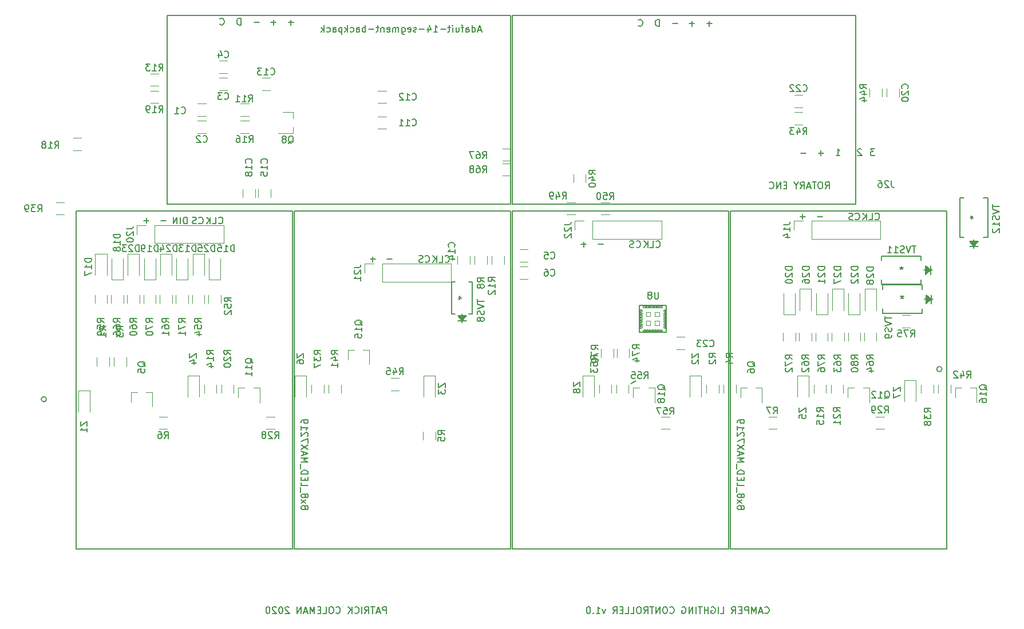
<source format=gbr>
G04 #@! TF.GenerationSoftware,KiCad,Pcbnew,5.0.2+dfsg1-1*
G04 #@! TF.CreationDate,2020-11-21T16:53:29+00:00*
G04 #@! TF.ProjectId,van,76616e2e-6b69-4636-9164-5f7063625858,rev?*
G04 #@! TF.SameCoordinates,Original*
G04 #@! TF.FileFunction,Legend,Bot*
G04 #@! TF.FilePolarity,Positive*
%FSLAX46Y46*%
G04 Gerber Fmt 4.6, Leading zero omitted, Abs format (unit mm)*
G04 Created by KiCad (PCBNEW 5.0.2+dfsg1-1) date Sat 21 Nov 2020 04:53:29 PM GMT*
%MOMM*%
%LPD*%
G01*
G04 APERTURE LIST*
%ADD10C,0.150000*%
%ADD11C,0.200000*%
%ADD12C,0.120000*%
%ADD13C,0.066040*%
%ADD14C,0.127000*%
%ADD15C,0.152400*%
G04 APERTURE END LIST*
D10*
X118097500Y-145052380D02*
X118097500Y-144052380D01*
X117716547Y-144052380D01*
X117621309Y-144100000D01*
X117573690Y-144147619D01*
X117526071Y-144242857D01*
X117526071Y-144385714D01*
X117573690Y-144480952D01*
X117621309Y-144528571D01*
X117716547Y-144576190D01*
X118097500Y-144576190D01*
X117145119Y-144766666D02*
X116668928Y-144766666D01*
X117240357Y-145052380D02*
X116907023Y-144052380D01*
X116573690Y-145052380D01*
X116383214Y-144052380D02*
X115811785Y-144052380D01*
X116097500Y-145052380D02*
X116097500Y-144052380D01*
X114907023Y-145052380D02*
X115240357Y-144576190D01*
X115478452Y-145052380D02*
X115478452Y-144052380D01*
X115097500Y-144052380D01*
X115002261Y-144100000D01*
X114954642Y-144147619D01*
X114907023Y-144242857D01*
X114907023Y-144385714D01*
X114954642Y-144480952D01*
X115002261Y-144528571D01*
X115097500Y-144576190D01*
X115478452Y-144576190D01*
X114478452Y-145052380D02*
X114478452Y-144052380D01*
X113430833Y-144957142D02*
X113478452Y-145004761D01*
X113621309Y-145052380D01*
X113716547Y-145052380D01*
X113859404Y-145004761D01*
X113954642Y-144909523D01*
X114002261Y-144814285D01*
X114049880Y-144623809D01*
X114049880Y-144480952D01*
X114002261Y-144290476D01*
X113954642Y-144195238D01*
X113859404Y-144100000D01*
X113716547Y-144052380D01*
X113621309Y-144052380D01*
X113478452Y-144100000D01*
X113430833Y-144147619D01*
X113002261Y-145052380D02*
X113002261Y-144052380D01*
X112430833Y-145052380D02*
X112859404Y-144480952D01*
X112430833Y-144052380D02*
X113002261Y-144623809D01*
X110668928Y-144957142D02*
X110716547Y-145004761D01*
X110859404Y-145052380D01*
X110954642Y-145052380D01*
X111097500Y-145004761D01*
X111192738Y-144909523D01*
X111240357Y-144814285D01*
X111287976Y-144623809D01*
X111287976Y-144480952D01*
X111240357Y-144290476D01*
X111192738Y-144195238D01*
X111097500Y-144100000D01*
X110954642Y-144052380D01*
X110859404Y-144052380D01*
X110716547Y-144100000D01*
X110668928Y-144147619D01*
X110049880Y-144052380D02*
X109859404Y-144052380D01*
X109764166Y-144100000D01*
X109668928Y-144195238D01*
X109621309Y-144385714D01*
X109621309Y-144719047D01*
X109668928Y-144909523D01*
X109764166Y-145004761D01*
X109859404Y-145052380D01*
X110049880Y-145052380D01*
X110145119Y-145004761D01*
X110240357Y-144909523D01*
X110287976Y-144719047D01*
X110287976Y-144385714D01*
X110240357Y-144195238D01*
X110145119Y-144100000D01*
X110049880Y-144052380D01*
X108716547Y-145052380D02*
X109192738Y-145052380D01*
X109192738Y-144052380D01*
X108383214Y-144528571D02*
X108049880Y-144528571D01*
X107907023Y-145052380D02*
X108383214Y-145052380D01*
X108383214Y-144052380D01*
X107907023Y-144052380D01*
X107478452Y-145052380D02*
X107478452Y-144052380D01*
X107145119Y-144766666D01*
X106811785Y-144052380D01*
X106811785Y-145052380D01*
X106383214Y-144766666D02*
X105907023Y-144766666D01*
X106478452Y-145052380D02*
X106145119Y-144052380D01*
X105811785Y-145052380D01*
X105478452Y-145052380D02*
X105478452Y-144052380D01*
X104907023Y-145052380D01*
X104907023Y-144052380D01*
X103716547Y-144147619D02*
X103668928Y-144100000D01*
X103573690Y-144052380D01*
X103335595Y-144052380D01*
X103240357Y-144100000D01*
X103192738Y-144147619D01*
X103145119Y-144242857D01*
X103145119Y-144338095D01*
X103192738Y-144480952D01*
X103764166Y-145052380D01*
X103145119Y-145052380D01*
X102526071Y-144052380D02*
X102430833Y-144052380D01*
X102335595Y-144100000D01*
X102287976Y-144147619D01*
X102240357Y-144242857D01*
X102192738Y-144433333D01*
X102192738Y-144671428D01*
X102240357Y-144861904D01*
X102287976Y-144957142D01*
X102335595Y-145004761D01*
X102430833Y-145052380D01*
X102526071Y-145052380D01*
X102621309Y-145004761D01*
X102668928Y-144957142D01*
X102716547Y-144861904D01*
X102764166Y-144671428D01*
X102764166Y-144433333D01*
X102716547Y-144242857D01*
X102668928Y-144147619D01*
X102621309Y-144100000D01*
X102526071Y-144052380D01*
X101811785Y-144147619D02*
X101764166Y-144100000D01*
X101668928Y-144052380D01*
X101430833Y-144052380D01*
X101335595Y-144100000D01*
X101287976Y-144147619D01*
X101240357Y-144242857D01*
X101240357Y-144338095D01*
X101287976Y-144480952D01*
X101859404Y-145052380D01*
X101240357Y-145052380D01*
X100621309Y-144052380D02*
X100526071Y-144052380D01*
X100430833Y-144100000D01*
X100383214Y-144147619D01*
X100335595Y-144242857D01*
X100287976Y-144433333D01*
X100287976Y-144671428D01*
X100335595Y-144861904D01*
X100383214Y-144957142D01*
X100430833Y-145004761D01*
X100526071Y-145052380D01*
X100621309Y-145052380D01*
X100716547Y-145004761D01*
X100764166Y-144957142D01*
X100811785Y-144861904D01*
X100859404Y-144671428D01*
X100859404Y-144433333D01*
X100811785Y-144242857D01*
X100764166Y-144147619D01*
X100716547Y-144100000D01*
X100621309Y-144052380D01*
X174092976Y-144957142D02*
X174140595Y-145004761D01*
X174283452Y-145052380D01*
X174378690Y-145052380D01*
X174521547Y-145004761D01*
X174616785Y-144909523D01*
X174664404Y-144814285D01*
X174712023Y-144623809D01*
X174712023Y-144480952D01*
X174664404Y-144290476D01*
X174616785Y-144195238D01*
X174521547Y-144100000D01*
X174378690Y-144052380D01*
X174283452Y-144052380D01*
X174140595Y-144100000D01*
X174092976Y-144147619D01*
X173712023Y-144766666D02*
X173235833Y-144766666D01*
X173807261Y-145052380D02*
X173473928Y-144052380D01*
X173140595Y-145052380D01*
X172807261Y-145052380D02*
X172807261Y-144052380D01*
X172473928Y-144766666D01*
X172140595Y-144052380D01*
X172140595Y-145052380D01*
X171664404Y-145052380D02*
X171664404Y-144052380D01*
X171283452Y-144052380D01*
X171188214Y-144100000D01*
X171140595Y-144147619D01*
X171092976Y-144242857D01*
X171092976Y-144385714D01*
X171140595Y-144480952D01*
X171188214Y-144528571D01*
X171283452Y-144576190D01*
X171664404Y-144576190D01*
X170664404Y-144528571D02*
X170331071Y-144528571D01*
X170188214Y-145052380D02*
X170664404Y-145052380D01*
X170664404Y-144052380D01*
X170188214Y-144052380D01*
X169188214Y-145052380D02*
X169521547Y-144576190D01*
X169759642Y-145052380D02*
X169759642Y-144052380D01*
X169378690Y-144052380D01*
X169283452Y-144100000D01*
X169235833Y-144147619D01*
X169188214Y-144242857D01*
X169188214Y-144385714D01*
X169235833Y-144480952D01*
X169283452Y-144528571D01*
X169378690Y-144576190D01*
X169759642Y-144576190D01*
X167521547Y-145052380D02*
X167997738Y-145052380D01*
X167997738Y-144052380D01*
X167188214Y-145052380D02*
X167188214Y-144052380D01*
X166188214Y-144100000D02*
X166283452Y-144052380D01*
X166426309Y-144052380D01*
X166569166Y-144100000D01*
X166664404Y-144195238D01*
X166712023Y-144290476D01*
X166759642Y-144480952D01*
X166759642Y-144623809D01*
X166712023Y-144814285D01*
X166664404Y-144909523D01*
X166569166Y-145004761D01*
X166426309Y-145052380D01*
X166331071Y-145052380D01*
X166188214Y-145004761D01*
X166140595Y-144957142D01*
X166140595Y-144623809D01*
X166331071Y-144623809D01*
X165712023Y-145052380D02*
X165712023Y-144052380D01*
X165712023Y-144528571D02*
X165140595Y-144528571D01*
X165140595Y-145052380D02*
X165140595Y-144052380D01*
X164807261Y-144052380D02*
X164235833Y-144052380D01*
X164521547Y-145052380D02*
X164521547Y-144052380D01*
X163902500Y-145052380D02*
X163902500Y-144052380D01*
X163426309Y-145052380D02*
X163426309Y-144052380D01*
X162854880Y-145052380D01*
X162854880Y-144052380D01*
X161854880Y-144100000D02*
X161950119Y-144052380D01*
X162092976Y-144052380D01*
X162235833Y-144100000D01*
X162331071Y-144195238D01*
X162378690Y-144290476D01*
X162426309Y-144480952D01*
X162426309Y-144623809D01*
X162378690Y-144814285D01*
X162331071Y-144909523D01*
X162235833Y-145004761D01*
X162092976Y-145052380D01*
X161997738Y-145052380D01*
X161854880Y-145004761D01*
X161807261Y-144957142D01*
X161807261Y-144623809D01*
X161997738Y-144623809D01*
X160045357Y-144957142D02*
X160092976Y-145004761D01*
X160235833Y-145052380D01*
X160331071Y-145052380D01*
X160473928Y-145004761D01*
X160569166Y-144909523D01*
X160616785Y-144814285D01*
X160664404Y-144623809D01*
X160664404Y-144480952D01*
X160616785Y-144290476D01*
X160569166Y-144195238D01*
X160473928Y-144100000D01*
X160331071Y-144052380D01*
X160235833Y-144052380D01*
X160092976Y-144100000D01*
X160045357Y-144147619D01*
X159426309Y-144052380D02*
X159235833Y-144052380D01*
X159140595Y-144100000D01*
X159045357Y-144195238D01*
X158997738Y-144385714D01*
X158997738Y-144719047D01*
X159045357Y-144909523D01*
X159140595Y-145004761D01*
X159235833Y-145052380D01*
X159426309Y-145052380D01*
X159521547Y-145004761D01*
X159616785Y-144909523D01*
X159664404Y-144719047D01*
X159664404Y-144385714D01*
X159616785Y-144195238D01*
X159521547Y-144100000D01*
X159426309Y-144052380D01*
X158569166Y-145052380D02*
X158569166Y-144052380D01*
X157997738Y-145052380D01*
X157997738Y-144052380D01*
X157664404Y-144052380D02*
X157092976Y-144052380D01*
X157378690Y-145052380D02*
X157378690Y-144052380D01*
X156188214Y-145052380D02*
X156521547Y-144576190D01*
X156759642Y-145052380D02*
X156759642Y-144052380D01*
X156378690Y-144052380D01*
X156283452Y-144100000D01*
X156235833Y-144147619D01*
X156188214Y-144242857D01*
X156188214Y-144385714D01*
X156235833Y-144480952D01*
X156283452Y-144528571D01*
X156378690Y-144576190D01*
X156759642Y-144576190D01*
X155569166Y-144052380D02*
X155378690Y-144052380D01*
X155283452Y-144100000D01*
X155188214Y-144195238D01*
X155140595Y-144385714D01*
X155140595Y-144719047D01*
X155188214Y-144909523D01*
X155283452Y-145004761D01*
X155378690Y-145052380D01*
X155569166Y-145052380D01*
X155664404Y-145004761D01*
X155759642Y-144909523D01*
X155807261Y-144719047D01*
X155807261Y-144385714D01*
X155759642Y-144195238D01*
X155664404Y-144100000D01*
X155569166Y-144052380D01*
X154235833Y-145052380D02*
X154712023Y-145052380D01*
X154712023Y-144052380D01*
X153426309Y-145052380D02*
X153902500Y-145052380D01*
X153902500Y-144052380D01*
X153092976Y-144528571D02*
X152759642Y-144528571D01*
X152616785Y-145052380D02*
X153092976Y-145052380D01*
X153092976Y-144052380D01*
X152616785Y-144052380D01*
X151616785Y-145052380D02*
X151950119Y-144576190D01*
X152188214Y-145052380D02*
X152188214Y-144052380D01*
X151807261Y-144052380D01*
X151712023Y-144100000D01*
X151664404Y-144147619D01*
X151616785Y-144242857D01*
X151616785Y-144385714D01*
X151664404Y-144480952D01*
X151712023Y-144528571D01*
X151807261Y-144576190D01*
X152188214Y-144576190D01*
X150521547Y-144385714D02*
X150283452Y-145052380D01*
X150045357Y-144385714D01*
X149140595Y-145052380D02*
X149712023Y-145052380D01*
X149426309Y-145052380D02*
X149426309Y-144052380D01*
X149521547Y-144195238D01*
X149616785Y-144290476D01*
X149712023Y-144338095D01*
X148712023Y-144957142D02*
X148664404Y-145004761D01*
X148712023Y-145052380D01*
X148759642Y-145004761D01*
X148712023Y-144957142D01*
X148712023Y-145052380D01*
X148045357Y-144052380D02*
X147950119Y-144052380D01*
X147854880Y-144100000D01*
X147807261Y-144147619D01*
X147759642Y-144242857D01*
X147712023Y-144433333D01*
X147712023Y-144671428D01*
X147759642Y-144861904D01*
X147807261Y-144957142D01*
X147854880Y-145004761D01*
X147950119Y-145052380D01*
X148045357Y-145052380D01*
X148140595Y-145004761D01*
X148188214Y-144957142D01*
X148235833Y-144861904D01*
X148283452Y-144671428D01*
X148283452Y-144433333D01*
X148235833Y-144242857D01*
X148188214Y-144147619D01*
X148140595Y-144100000D01*
X148045357Y-144052380D01*
X180080952Y-86271428D02*
X179319047Y-86271428D01*
X179700000Y-86652380D02*
X179700000Y-85890476D01*
X190395238Y-86657142D02*
X190442857Y-86704761D01*
X190585714Y-86752380D01*
X190680952Y-86752380D01*
X190823809Y-86704761D01*
X190919047Y-86609523D01*
X190966666Y-86514285D01*
X191014285Y-86323809D01*
X191014285Y-86180952D01*
X190966666Y-85990476D01*
X190919047Y-85895238D01*
X190823809Y-85800000D01*
X190680952Y-85752380D01*
X190585714Y-85752380D01*
X190442857Y-85800000D01*
X190395238Y-85847619D01*
X189490476Y-86752380D02*
X189966666Y-86752380D01*
X189966666Y-85752380D01*
X189157142Y-86752380D02*
X189157142Y-85752380D01*
X188585714Y-86752380D02*
X189014285Y-86180952D01*
X188585714Y-85752380D02*
X189157142Y-86323809D01*
X187466666Y-86657142D02*
X187514285Y-86704761D01*
X187657142Y-86752380D01*
X187752380Y-86752380D01*
X187895238Y-86704761D01*
X187990476Y-86609523D01*
X188038095Y-86514285D01*
X188085714Y-86323809D01*
X188085714Y-86180952D01*
X188038095Y-85990476D01*
X187990476Y-85895238D01*
X187895238Y-85800000D01*
X187752380Y-85752380D01*
X187657142Y-85752380D01*
X187514285Y-85800000D01*
X187466666Y-85847619D01*
X187085714Y-86704761D02*
X186942857Y-86752380D01*
X186704761Y-86752380D01*
X186609523Y-86704761D01*
X186561904Y-86657142D01*
X186514285Y-86561904D01*
X186514285Y-86466666D01*
X186561904Y-86371428D01*
X186609523Y-86323809D01*
X186704761Y-86276190D01*
X186895238Y-86228571D01*
X186990476Y-86180952D01*
X187038095Y-86133333D01*
X187085714Y-86038095D01*
X187085714Y-85942857D01*
X187038095Y-85847619D01*
X186990476Y-85800000D01*
X186895238Y-85752380D01*
X186657142Y-85752380D01*
X186514285Y-85800000D01*
X182580952Y-86271428D02*
X181819047Y-86271428D01*
X157995238Y-90757142D02*
X158042857Y-90804761D01*
X158185714Y-90852380D01*
X158280952Y-90852380D01*
X158423809Y-90804761D01*
X158519047Y-90709523D01*
X158566666Y-90614285D01*
X158614285Y-90423809D01*
X158614285Y-90280952D01*
X158566666Y-90090476D01*
X158519047Y-89995238D01*
X158423809Y-89900000D01*
X158280952Y-89852380D01*
X158185714Y-89852380D01*
X158042857Y-89900000D01*
X157995238Y-89947619D01*
X157090476Y-90852380D02*
X157566666Y-90852380D01*
X157566666Y-89852380D01*
X156757142Y-90852380D02*
X156757142Y-89852380D01*
X156185714Y-90852380D02*
X156614285Y-90280952D01*
X156185714Y-89852380D02*
X156757142Y-90423809D01*
X150180952Y-90371428D02*
X149419047Y-90371428D01*
X155066666Y-90757142D02*
X155114285Y-90804761D01*
X155257142Y-90852380D01*
X155352380Y-90852380D01*
X155495238Y-90804761D01*
X155590476Y-90709523D01*
X155638095Y-90614285D01*
X155685714Y-90423809D01*
X155685714Y-90280952D01*
X155638095Y-90090476D01*
X155590476Y-89995238D01*
X155495238Y-89900000D01*
X155352380Y-89852380D01*
X155257142Y-89852380D01*
X155114285Y-89900000D01*
X155066666Y-89947619D01*
X154685714Y-90804761D02*
X154542857Y-90852380D01*
X154304761Y-90852380D01*
X154209523Y-90804761D01*
X154161904Y-90757142D01*
X154114285Y-90661904D01*
X154114285Y-90566666D01*
X154161904Y-90471428D01*
X154209523Y-90423809D01*
X154304761Y-90376190D01*
X154495238Y-90328571D01*
X154590476Y-90280952D01*
X154638095Y-90233333D01*
X154685714Y-90138095D01*
X154685714Y-90042857D01*
X154638095Y-89947619D01*
X154590476Y-89900000D01*
X154495238Y-89852380D01*
X154257142Y-89852380D01*
X154114285Y-89900000D01*
X147680952Y-90371428D02*
X146919047Y-90371428D01*
X147300000Y-90752380D02*
X147300000Y-89990476D01*
X126795238Y-92957142D02*
X126842857Y-93004761D01*
X126985714Y-93052380D01*
X127080952Y-93052380D01*
X127223809Y-93004761D01*
X127319047Y-92909523D01*
X127366666Y-92814285D01*
X127414285Y-92623809D01*
X127414285Y-92480952D01*
X127366666Y-92290476D01*
X127319047Y-92195238D01*
X127223809Y-92100000D01*
X127080952Y-92052380D01*
X126985714Y-92052380D01*
X126842857Y-92100000D01*
X126795238Y-92147619D01*
X125890476Y-93052380D02*
X126366666Y-93052380D01*
X126366666Y-92052380D01*
X125557142Y-93052380D02*
X125557142Y-92052380D01*
X124985714Y-93052380D02*
X125414285Y-92480952D01*
X124985714Y-92052380D02*
X125557142Y-92623809D01*
X116480952Y-92571428D02*
X115719047Y-92571428D01*
X116100000Y-92952380D02*
X116100000Y-92190476D01*
X118980952Y-92571428D02*
X118219047Y-92571428D01*
X123866666Y-92957142D02*
X123914285Y-93004761D01*
X124057142Y-93052380D01*
X124152380Y-93052380D01*
X124295238Y-93004761D01*
X124390476Y-92909523D01*
X124438095Y-92814285D01*
X124485714Y-92623809D01*
X124485714Y-92480952D01*
X124438095Y-92290476D01*
X124390476Y-92195238D01*
X124295238Y-92100000D01*
X124152380Y-92052380D01*
X124057142Y-92052380D01*
X123914285Y-92100000D01*
X123866666Y-92147619D01*
X123485714Y-93004761D02*
X123342857Y-93052380D01*
X123104761Y-93052380D01*
X123009523Y-93004761D01*
X122961904Y-92957142D01*
X122914285Y-92861904D01*
X122914285Y-92766666D01*
X122961904Y-92671428D01*
X123009523Y-92623809D01*
X123104761Y-92576190D01*
X123295238Y-92528571D01*
X123390476Y-92480952D01*
X123438095Y-92433333D01*
X123485714Y-92338095D01*
X123485714Y-92242857D01*
X123438095Y-92147619D01*
X123390476Y-92100000D01*
X123295238Y-92052380D01*
X123057142Y-92052380D01*
X122914285Y-92100000D01*
X93295238Y-87257142D02*
X93342857Y-87304761D01*
X93485714Y-87352380D01*
X93580952Y-87352380D01*
X93723809Y-87304761D01*
X93819047Y-87209523D01*
X93866666Y-87114285D01*
X93914285Y-86923809D01*
X93914285Y-86780952D01*
X93866666Y-86590476D01*
X93819047Y-86495238D01*
X93723809Y-86400000D01*
X93580952Y-86352380D01*
X93485714Y-86352380D01*
X93342857Y-86400000D01*
X93295238Y-86447619D01*
X92390476Y-87352380D02*
X92866666Y-87352380D01*
X92866666Y-86352380D01*
X92057142Y-87352380D02*
X92057142Y-86352380D01*
X91485714Y-87352380D02*
X91914285Y-86780952D01*
X91485714Y-86352380D02*
X92057142Y-86923809D01*
X90366666Y-87257142D02*
X90414285Y-87304761D01*
X90557142Y-87352380D01*
X90652380Y-87352380D01*
X90795238Y-87304761D01*
X90890476Y-87209523D01*
X90938095Y-87114285D01*
X90985714Y-86923809D01*
X90985714Y-86780952D01*
X90938095Y-86590476D01*
X90890476Y-86495238D01*
X90795238Y-86400000D01*
X90652380Y-86352380D01*
X90557142Y-86352380D01*
X90414285Y-86400000D01*
X90366666Y-86447619D01*
X89985714Y-87304761D02*
X89842857Y-87352380D01*
X89604761Y-87352380D01*
X89509523Y-87304761D01*
X89461904Y-87257142D01*
X89414285Y-87161904D01*
X89414285Y-87066666D01*
X89461904Y-86971428D01*
X89509523Y-86923809D01*
X89604761Y-86876190D01*
X89795238Y-86828571D01*
X89890476Y-86780952D01*
X89938095Y-86733333D01*
X89985714Y-86638095D01*
X89985714Y-86542857D01*
X89938095Y-86447619D01*
X89890476Y-86400000D01*
X89795238Y-86352380D01*
X89557142Y-86352380D01*
X89414285Y-86400000D01*
X88623809Y-87352380D02*
X88623809Y-86352380D01*
X88385714Y-86352380D01*
X88242857Y-86400000D01*
X88147619Y-86495238D01*
X88100000Y-86590476D01*
X88052380Y-86780952D01*
X88052380Y-86923809D01*
X88100000Y-87114285D01*
X88147619Y-87209523D01*
X88242857Y-87304761D01*
X88385714Y-87352380D01*
X88623809Y-87352380D01*
X87623809Y-87352380D02*
X87623809Y-86352380D01*
X87147619Y-87352380D02*
X87147619Y-86352380D01*
X86576190Y-87352380D01*
X86576190Y-86352380D01*
X85480952Y-86871428D02*
X84719047Y-86871428D01*
X82980952Y-86871428D02*
X82219047Y-86871428D01*
X82600000Y-87252380D02*
X82600000Y-86490476D01*
X190333333Y-76252380D02*
X189714285Y-76252380D01*
X190047619Y-76633333D01*
X189904761Y-76633333D01*
X189809523Y-76680952D01*
X189761904Y-76728571D01*
X189714285Y-76823809D01*
X189714285Y-77061904D01*
X189761904Y-77157142D01*
X189809523Y-77204761D01*
X189904761Y-77252380D01*
X190190476Y-77252380D01*
X190285714Y-77204761D01*
X190333333Y-77157142D01*
X188385714Y-76347619D02*
X188338095Y-76300000D01*
X188242857Y-76252380D01*
X188004761Y-76252380D01*
X187909523Y-76300000D01*
X187861904Y-76347619D01*
X187814285Y-76442857D01*
X187814285Y-76538095D01*
X187861904Y-76680952D01*
X188433333Y-77252380D01*
X187814285Y-77252380D01*
X184614285Y-77252380D02*
X185185714Y-77252380D01*
X184900000Y-77252380D02*
X184900000Y-76252380D01*
X184995238Y-76395238D01*
X185090476Y-76490476D01*
X185185714Y-76538095D01*
X179419047Y-76871428D02*
X180180952Y-76871428D01*
X182780952Y-76871428D02*
X182019047Y-76871428D01*
X182400000Y-77252380D02*
X182400000Y-76490476D01*
X183026071Y-82152380D02*
X183359404Y-81676190D01*
X183597500Y-82152380D02*
X183597500Y-81152380D01*
X183216547Y-81152380D01*
X183121309Y-81200000D01*
X183073690Y-81247619D01*
X183026071Y-81342857D01*
X183026071Y-81485714D01*
X183073690Y-81580952D01*
X183121309Y-81628571D01*
X183216547Y-81676190D01*
X183597500Y-81676190D01*
X182407023Y-81152380D02*
X182216547Y-81152380D01*
X182121309Y-81200000D01*
X182026071Y-81295238D01*
X181978452Y-81485714D01*
X181978452Y-81819047D01*
X182026071Y-82009523D01*
X182121309Y-82104761D01*
X182216547Y-82152380D01*
X182407023Y-82152380D01*
X182502261Y-82104761D01*
X182597500Y-82009523D01*
X182645119Y-81819047D01*
X182645119Y-81485714D01*
X182597500Y-81295238D01*
X182502261Y-81200000D01*
X182407023Y-81152380D01*
X181692738Y-81152380D02*
X181121309Y-81152380D01*
X181407023Y-82152380D02*
X181407023Y-81152380D01*
X180835595Y-81866666D02*
X180359404Y-81866666D01*
X180930833Y-82152380D02*
X180597500Y-81152380D01*
X180264166Y-82152380D01*
X179359404Y-82152380D02*
X179692738Y-81676190D01*
X179930833Y-82152380D02*
X179930833Y-81152380D01*
X179549880Y-81152380D01*
X179454642Y-81200000D01*
X179407023Y-81247619D01*
X179359404Y-81342857D01*
X179359404Y-81485714D01*
X179407023Y-81580952D01*
X179454642Y-81628571D01*
X179549880Y-81676190D01*
X179930833Y-81676190D01*
X178740357Y-81676190D02*
X178740357Y-82152380D01*
X179073690Y-81152380D02*
X178740357Y-81676190D01*
X178407023Y-81152380D01*
X177311785Y-81628571D02*
X176978452Y-81628571D01*
X176835595Y-82152380D02*
X177311785Y-82152380D01*
X177311785Y-81152380D01*
X176835595Y-81152380D01*
X176407023Y-82152380D02*
X176407023Y-81152380D01*
X175835595Y-82152380D01*
X175835595Y-81152380D01*
X174787976Y-82057142D02*
X174835595Y-82104761D01*
X174978452Y-82152380D01*
X175073690Y-82152380D01*
X175216547Y-82104761D01*
X175311785Y-82009523D01*
X175359404Y-81914285D01*
X175407023Y-81723809D01*
X175407023Y-81580952D01*
X175359404Y-81390476D01*
X175311785Y-81295238D01*
X175216547Y-81200000D01*
X175073690Y-81152380D01*
X174978452Y-81152380D01*
X174835595Y-81200000D01*
X174787976Y-81247619D01*
X99280952Y-57520982D02*
X98519047Y-57520982D01*
X96561904Y-57901934D02*
X96561904Y-56901934D01*
X96323809Y-56901934D01*
X96180952Y-56949554D01*
X96085714Y-57044792D01*
X96038095Y-57140030D01*
X95990476Y-57330506D01*
X95990476Y-57473363D01*
X96038095Y-57663839D01*
X96085714Y-57759077D01*
X96180952Y-57854315D01*
X96323809Y-57901934D01*
X96561904Y-57901934D01*
X93490476Y-57806696D02*
X93538095Y-57854315D01*
X93680952Y-57901934D01*
X93776190Y-57901934D01*
X93919047Y-57854315D01*
X94014285Y-57759077D01*
X94061904Y-57663839D01*
X94109523Y-57473363D01*
X94109523Y-57330506D01*
X94061904Y-57140030D01*
X94014285Y-57044792D01*
X93919047Y-56949554D01*
X93776190Y-56901934D01*
X93680952Y-56901934D01*
X93538095Y-56949554D01*
X93490476Y-56997173D01*
X101780952Y-57520982D02*
X101019047Y-57520982D01*
X101400000Y-57901934D02*
X101400000Y-57140030D01*
X104380952Y-57520982D02*
X103619047Y-57520982D01*
X104000000Y-57901934D02*
X104000000Y-57140030D01*
X155390476Y-58006696D02*
X155438095Y-58054315D01*
X155580952Y-58101934D01*
X155676190Y-58101934D01*
X155819047Y-58054315D01*
X155914285Y-57959077D01*
X155961904Y-57863839D01*
X156009523Y-57673363D01*
X156009523Y-57530506D01*
X155961904Y-57340030D01*
X155914285Y-57244792D01*
X155819047Y-57149554D01*
X155676190Y-57101934D01*
X155580952Y-57101934D01*
X155438095Y-57149554D01*
X155390476Y-57197173D01*
X158461904Y-58101934D02*
X158461904Y-57101934D01*
X158223809Y-57101934D01*
X158080952Y-57149554D01*
X157985714Y-57244792D01*
X157938095Y-57340030D01*
X157890476Y-57530506D01*
X157890476Y-57673363D01*
X157938095Y-57863839D01*
X157985714Y-57959077D01*
X158080952Y-58054315D01*
X158223809Y-58101934D01*
X158461904Y-58101934D01*
X161180952Y-57720982D02*
X160419047Y-57720982D01*
X163680952Y-57720982D02*
X162919047Y-57720982D01*
X163300000Y-58101934D02*
X163300000Y-57340030D01*
X166280952Y-57720982D02*
X165519047Y-57720982D01*
X165900000Y-58101934D02*
X165900000Y-57340030D01*
D11*
X155000000Y-110600000D02*
X154300000Y-111000000D01*
D10*
G04 #@! TO.C,REF\002A\002A*
X104218000Y-135490000D02*
X72218000Y-135490000D01*
X72218000Y-135490000D02*
X72218000Y-85490000D01*
X72218000Y-85490000D02*
X104218000Y-85490000D01*
X104218000Y-85490000D02*
X104218000Y-135490000D01*
X200992000Y-135490000D02*
X168992000Y-135490000D01*
X168992000Y-135490000D02*
X168992000Y-85490000D01*
X168992000Y-85490000D02*
X200992000Y-85490000D01*
X200992000Y-85490000D02*
X200992000Y-135490000D01*
X168734000Y-135490000D02*
X136734000Y-135490000D01*
X136734000Y-135490000D02*
X136734000Y-85490000D01*
X136734000Y-85490000D02*
X168734000Y-85490000D01*
X168734000Y-85490000D02*
X168734000Y-135490000D01*
X136476000Y-135490000D02*
X104476000Y-135490000D01*
X104476000Y-135490000D02*
X104476000Y-85490000D01*
X104476000Y-85490000D02*
X136476000Y-85490000D01*
X136476000Y-85490000D02*
X136476000Y-135490000D01*
X136986000Y-84455000D02*
X187532000Y-84455000D01*
X187532000Y-84455000D02*
X187532000Y-56515000D01*
X187532000Y-56515000D02*
X136732000Y-56515000D01*
X136732000Y-56515000D02*
X136732000Y-84455000D01*
X136732000Y-84455000D02*
X136986000Y-84455000D01*
X85932000Y-84455000D02*
X136478000Y-84455000D01*
X136478000Y-84455000D02*
X136478000Y-56515000D01*
X136478000Y-56515000D02*
X85678000Y-56515000D01*
X85678000Y-56515000D02*
X85678000Y-84455000D01*
X85678000Y-84455000D02*
X85932000Y-84455000D01*
D12*
G04 #@! TO.C,C23*
X162207065Y-104090000D02*
X161002937Y-104090000D01*
X162207065Y-105910000D02*
X161002937Y-105910000D01*
D13*
G04 #@! TO.C,U8*
X157426340Y-99401020D02*
X157573660Y-99401020D01*
X157573660Y-99401020D02*
X157573660Y-99802340D01*
X157426340Y-99802340D02*
X157573660Y-99802340D01*
X157426340Y-99401020D02*
X157426340Y-99802340D01*
X157822580Y-99401020D02*
X157974980Y-99401020D01*
X157974980Y-99401020D02*
X157974980Y-99802340D01*
X157822580Y-99802340D02*
X157974980Y-99802340D01*
X157822580Y-99401020D02*
X157822580Y-99802340D01*
X158223900Y-99401020D02*
X158373760Y-99401020D01*
X158373760Y-99401020D02*
X158373760Y-99802340D01*
X158223900Y-99802340D02*
X158373760Y-99802340D01*
X158223900Y-99401020D02*
X158223900Y-99802340D01*
X158622680Y-99401020D02*
X158775080Y-99401020D01*
X158775080Y-99401020D02*
X158775080Y-99802340D01*
X158622680Y-99802340D02*
X158775080Y-99802340D01*
X158622680Y-99401020D02*
X158622680Y-99802340D01*
X157025020Y-99401020D02*
X157177420Y-99401020D01*
X157177420Y-99401020D02*
X157177420Y-99802340D01*
X157025020Y-99802340D02*
X157177420Y-99802340D01*
X157025020Y-99401020D02*
X157025020Y-99802340D01*
X156626240Y-99401020D02*
X156776100Y-99401020D01*
X156776100Y-99401020D02*
X156776100Y-99802340D01*
X156626240Y-99802340D02*
X156776100Y-99802340D01*
X156626240Y-99401020D02*
X156626240Y-99802340D01*
X156224920Y-99401020D02*
X156377320Y-99401020D01*
X156377320Y-99401020D02*
X156377320Y-99802340D01*
X156224920Y-99802340D02*
X156377320Y-99802340D01*
X156224920Y-99401020D02*
X156224920Y-99802340D01*
X159222120Y-100000460D02*
X159374520Y-100000460D01*
X159374520Y-100000460D02*
X159374520Y-100401780D01*
X159222120Y-100401780D02*
X159374520Y-100401780D01*
X159222120Y-100000460D02*
X159222120Y-100401780D01*
X159222120Y-100401780D02*
X159374520Y-100401780D01*
X159374520Y-100401780D02*
X159374520Y-100800560D01*
X159222120Y-100800560D02*
X159374520Y-100800560D01*
X159222120Y-100401780D02*
X159222120Y-100800560D01*
X159222120Y-100800560D02*
X159374520Y-100800560D01*
X159374520Y-100800560D02*
X159374520Y-101201880D01*
X159222120Y-101201880D02*
X159374520Y-101201880D01*
X159222120Y-100800560D02*
X159222120Y-101201880D01*
X159222120Y-101201880D02*
X159374520Y-101201880D01*
X159374520Y-101201880D02*
X159374520Y-101598120D01*
X159222120Y-101598120D02*
X159374520Y-101598120D01*
X159222120Y-101201880D02*
X159222120Y-101598120D01*
X159222120Y-101598120D02*
X159374520Y-101598120D01*
X159374520Y-101598120D02*
X159374520Y-101999440D01*
X159222120Y-101999440D02*
X159374520Y-101999440D01*
X159222120Y-101598120D02*
X159222120Y-101999440D01*
X159222120Y-101999440D02*
X159374520Y-101999440D01*
X159374520Y-101999440D02*
X159374520Y-102398220D01*
X159222120Y-102398220D02*
X159374520Y-102398220D01*
X159222120Y-101999440D02*
X159222120Y-102398220D01*
X159222120Y-102398220D02*
X159374520Y-102398220D01*
X159374520Y-102398220D02*
X159374520Y-102799540D01*
X159222120Y-102799540D02*
X159374520Y-102799540D01*
X159222120Y-102398220D02*
X159222120Y-102799540D01*
X158622680Y-102997660D02*
X158775080Y-102997660D01*
X158775080Y-102997660D02*
X158775080Y-103398980D01*
X158622680Y-103398980D02*
X158775080Y-103398980D01*
X158622680Y-102997660D02*
X158622680Y-103398980D01*
X158223900Y-102997660D02*
X158373760Y-102997660D01*
X158373760Y-102997660D02*
X158373760Y-103398980D01*
X158223900Y-103398980D02*
X158373760Y-103398980D01*
X158223900Y-102997660D02*
X158223900Y-103398980D01*
X157822580Y-102997660D02*
X157974980Y-102997660D01*
X157974980Y-102997660D02*
X157974980Y-103398980D01*
X157822580Y-103398980D02*
X157974980Y-103398980D01*
X157822580Y-102997660D02*
X157822580Y-103398980D01*
X157426340Y-102997660D02*
X157573660Y-102997660D01*
X157573660Y-102997660D02*
X157573660Y-103398980D01*
X157426340Y-103398980D02*
X157573660Y-103398980D01*
X157426340Y-102997660D02*
X157426340Y-103398980D01*
X157025020Y-102997660D02*
X157177420Y-102997660D01*
X157177420Y-102997660D02*
X157177420Y-103398980D01*
X157025020Y-103398980D02*
X157177420Y-103398980D01*
X157025020Y-102997660D02*
X157025020Y-103398980D01*
X156626240Y-102997660D02*
X156776100Y-102997660D01*
X156776100Y-102997660D02*
X156776100Y-103398980D01*
X156626240Y-103398980D02*
X156776100Y-103398980D01*
X156626240Y-102997660D02*
X156626240Y-103398980D01*
X156224920Y-102997660D02*
X156377320Y-102997660D01*
X156377320Y-102997660D02*
X156377320Y-103398980D01*
X156224920Y-103398980D02*
X156377320Y-103398980D01*
X156224920Y-102997660D02*
X156224920Y-103398980D01*
X155625480Y-102398220D02*
X155777880Y-102398220D01*
X155777880Y-102398220D02*
X155777880Y-102799540D01*
X155625480Y-102799540D02*
X155777880Y-102799540D01*
X155625480Y-102398220D02*
X155625480Y-102799540D01*
X155625480Y-101999440D02*
X155777880Y-101999440D01*
X155777880Y-101999440D02*
X155777880Y-102398220D01*
X155625480Y-102398220D02*
X155777880Y-102398220D01*
X155625480Y-101999440D02*
X155625480Y-102398220D01*
X155625480Y-101598120D02*
X155777880Y-101598120D01*
X155777880Y-101598120D02*
X155777880Y-101999440D01*
X155625480Y-101999440D02*
X155777880Y-101999440D01*
X155625480Y-101598120D02*
X155625480Y-101999440D01*
X155625480Y-101201880D02*
X155777880Y-101201880D01*
X155777880Y-101201880D02*
X155777880Y-101598120D01*
X155625480Y-101598120D02*
X155777880Y-101598120D01*
X155625480Y-101201880D02*
X155625480Y-101598120D01*
X155625480Y-100800560D02*
X155777880Y-100800560D01*
X155777880Y-100800560D02*
X155777880Y-101201880D01*
X155625480Y-101201880D02*
X155777880Y-101201880D01*
X155625480Y-100800560D02*
X155625480Y-101201880D01*
X155625480Y-100401780D02*
X155777880Y-100401780D01*
X155777880Y-100401780D02*
X155777880Y-100800560D01*
X155625480Y-100800560D02*
X155777880Y-100800560D01*
X155625480Y-100401780D02*
X155625480Y-100800560D01*
X155625480Y-100000460D02*
X155777880Y-100000460D01*
X155777880Y-100000460D02*
X155777880Y-100401780D01*
X155625480Y-100401780D02*
X155777880Y-100401780D01*
X155625480Y-100000460D02*
X155625480Y-100401780D01*
X156506860Y-100406860D02*
X157169800Y-100406860D01*
X157169800Y-100406860D02*
X157169800Y-101069800D01*
X156506860Y-101069800D02*
X157169800Y-101069800D01*
X156506860Y-100406860D02*
X156506860Y-101069800D01*
X157830200Y-101730200D02*
X158493140Y-101730200D01*
X158493140Y-101730200D02*
X158493140Y-102393140D01*
X157830200Y-102393140D02*
X158493140Y-102393140D01*
X157830200Y-101730200D02*
X157830200Y-102393140D01*
X156506860Y-101730200D02*
X157169800Y-101730200D01*
X157169800Y-101730200D02*
X157169800Y-102393140D01*
X156506860Y-102393140D02*
X157169800Y-102393140D01*
X156506860Y-101730200D02*
X156506860Y-102393140D01*
X157830200Y-100406860D02*
X158493140Y-100406860D01*
X158493140Y-100406860D02*
X158493140Y-101069800D01*
X157830200Y-101069800D02*
X158493140Y-101069800D01*
X157830200Y-100406860D02*
X157830200Y-101069800D01*
X155501020Y-102499820D02*
X155950600Y-102499820D01*
X155950600Y-102499820D02*
X155950600Y-102697940D01*
X155501020Y-102697940D02*
X155950600Y-102697940D01*
X155501020Y-102499820D02*
X155501020Y-102697940D01*
X155501020Y-102098500D02*
X155950600Y-102098500D01*
X155950600Y-102098500D02*
X155950600Y-102299160D01*
X155501020Y-102299160D02*
X155950600Y-102299160D01*
X155501020Y-102098500D02*
X155501020Y-102299160D01*
X155501020Y-101699720D02*
X155950600Y-101699720D01*
X155950600Y-101699720D02*
X155950600Y-101897840D01*
X155501020Y-101897840D02*
X155950600Y-101897840D01*
X155501020Y-101699720D02*
X155501020Y-101897840D01*
X155501020Y-101300940D02*
X155950600Y-101300940D01*
X155950600Y-101300940D02*
X155950600Y-101499060D01*
X155501020Y-101499060D02*
X155950600Y-101499060D01*
X155501020Y-101300940D02*
X155501020Y-101499060D01*
X155501020Y-100902160D02*
X155950600Y-100902160D01*
X155950600Y-100902160D02*
X155950600Y-101100280D01*
X155501020Y-101100280D02*
X155950600Y-101100280D01*
X155501020Y-100902160D02*
X155501020Y-101100280D01*
X155501020Y-100500840D02*
X155950600Y-100500840D01*
X155950600Y-100500840D02*
X155950600Y-100701500D01*
X155501020Y-100701500D02*
X155950600Y-100701500D01*
X155501020Y-100500840D02*
X155501020Y-100701500D01*
X155501020Y-100102060D02*
X155950600Y-100102060D01*
X155950600Y-100102060D02*
X155950600Y-100300180D01*
X155501020Y-100300180D02*
X155950600Y-100300180D01*
X155501020Y-100102060D02*
X155501020Y-100300180D01*
X156075060Y-99525480D02*
X156527180Y-99525480D01*
X156527180Y-99525480D02*
X156527180Y-99726140D01*
X156075060Y-99726140D02*
X156527180Y-99726140D01*
X156075060Y-99525480D02*
X156075060Y-99726140D01*
X156476380Y-99525480D02*
X156925960Y-99525480D01*
X156925960Y-99525480D02*
X156925960Y-99726140D01*
X156476380Y-99726140D02*
X156925960Y-99726140D01*
X156476380Y-99525480D02*
X156476380Y-99726140D01*
X156875160Y-99525480D02*
X157327280Y-99525480D01*
X157327280Y-99525480D02*
X157327280Y-99726140D01*
X156875160Y-99726140D02*
X157327280Y-99726140D01*
X156875160Y-99525480D02*
X156875160Y-99726140D01*
X157276480Y-99525480D02*
X157723520Y-99525480D01*
X157723520Y-99525480D02*
X157723520Y-99726140D01*
X157276480Y-99726140D02*
X157723520Y-99726140D01*
X157276480Y-99525480D02*
X157276480Y-99726140D01*
X157672720Y-99525480D02*
X158124840Y-99525480D01*
X158124840Y-99525480D02*
X158124840Y-99726140D01*
X157672720Y-99726140D02*
X158124840Y-99726140D01*
X157672720Y-99525480D02*
X157672720Y-99726140D01*
X158074040Y-99525480D02*
X158523620Y-99525480D01*
X158523620Y-99525480D02*
X158523620Y-99726140D01*
X158074040Y-99726140D02*
X158523620Y-99726140D01*
X158074040Y-99525480D02*
X158074040Y-99726140D01*
X158472820Y-99525480D02*
X158924940Y-99525480D01*
X158924940Y-99525480D02*
X158924940Y-99726140D01*
X158472820Y-99726140D02*
X158924940Y-99726140D01*
X158472820Y-99525480D02*
X158472820Y-99726140D01*
X159049400Y-100102060D02*
X159498980Y-100102060D01*
X159498980Y-100102060D02*
X159498980Y-100300180D01*
X159049400Y-100300180D02*
X159498980Y-100300180D01*
X159049400Y-100102060D02*
X159049400Y-100300180D01*
X159049400Y-100500840D02*
X159498980Y-100500840D01*
X159498980Y-100500840D02*
X159498980Y-100701500D01*
X159049400Y-100701500D02*
X159498980Y-100701500D01*
X159049400Y-100500840D02*
X159049400Y-100701500D01*
X159049400Y-100902160D02*
X159498980Y-100902160D01*
X159498980Y-100902160D02*
X159498980Y-101100280D01*
X159049400Y-101100280D02*
X159498980Y-101100280D01*
X159049400Y-100902160D02*
X159049400Y-101100280D01*
X159049400Y-101300940D02*
X159498980Y-101300940D01*
X159498980Y-101300940D02*
X159498980Y-101499060D01*
X159049400Y-101499060D02*
X159498980Y-101499060D01*
X159049400Y-101300940D02*
X159049400Y-101499060D01*
X159049400Y-101699720D02*
X159498980Y-101699720D01*
X159498980Y-101699720D02*
X159498980Y-101897840D01*
X159049400Y-101897840D02*
X159498980Y-101897840D01*
X159049400Y-101699720D02*
X159049400Y-101897840D01*
X159049400Y-102098500D02*
X159498980Y-102098500D01*
X159498980Y-102098500D02*
X159498980Y-102299160D01*
X159049400Y-102299160D02*
X159498980Y-102299160D01*
X159049400Y-102098500D02*
X159049400Y-102299160D01*
X159049400Y-102499820D02*
X159498980Y-102499820D01*
X159498980Y-102499820D02*
X159498980Y-102697940D01*
X159049400Y-102697940D02*
X159498980Y-102697940D01*
X159049400Y-102499820D02*
X159049400Y-102697940D01*
X158472820Y-103073860D02*
X158924940Y-103073860D01*
X158924940Y-103073860D02*
X158924940Y-103274520D01*
X158472820Y-103274520D02*
X158924940Y-103274520D01*
X158472820Y-103073860D02*
X158472820Y-103274520D01*
X158074040Y-103073860D02*
X158523620Y-103073860D01*
X158523620Y-103073860D02*
X158523620Y-103274520D01*
X158074040Y-103274520D02*
X158523620Y-103274520D01*
X158074040Y-103073860D02*
X158074040Y-103274520D01*
X157672720Y-103073860D02*
X158124840Y-103073860D01*
X158124840Y-103073860D02*
X158124840Y-103274520D01*
X157672720Y-103274520D02*
X158124840Y-103274520D01*
X157672720Y-103073860D02*
X157672720Y-103274520D01*
X157276480Y-103073860D02*
X157723520Y-103073860D01*
X157723520Y-103073860D02*
X157723520Y-103274520D01*
X157276480Y-103274520D02*
X157723520Y-103274520D01*
X157276480Y-103073860D02*
X157276480Y-103274520D01*
X156875160Y-103073860D02*
X157327280Y-103073860D01*
X157327280Y-103073860D02*
X157327280Y-103274520D01*
X156875160Y-103274520D02*
X157327280Y-103274520D01*
X156875160Y-103073860D02*
X156875160Y-103274520D01*
X156476380Y-103073860D02*
X156925960Y-103073860D01*
X156925960Y-103073860D02*
X156925960Y-103274520D01*
X156476380Y-103274520D02*
X156925960Y-103274520D01*
X156476380Y-103073860D02*
X156476380Y-103274520D01*
X156075060Y-103073860D02*
X156527180Y-103073860D01*
X156527180Y-103073860D02*
X156527180Y-103274520D01*
X156075060Y-103274520D02*
X156527180Y-103274520D01*
X156075060Y-103073860D02*
X156075060Y-103274520D01*
D14*
X155501020Y-99401020D02*
X155501020Y-103398980D01*
X155501020Y-103398980D02*
X159498980Y-103398980D01*
X159498980Y-103398980D02*
X159498980Y-99401020D01*
X159498980Y-99401020D02*
X155501020Y-99401020D01*
D12*
G04 #@! TO.C,D19*
X84650000Y-91800000D02*
X84650000Y-94950000D01*
X86350000Y-91800000D02*
X86350000Y-94950000D01*
X84650000Y-91800000D02*
X86350000Y-91800000D01*
G04 #@! TO.C,D20*
X179250000Y-97000000D02*
X180950000Y-97000000D01*
X180950000Y-97000000D02*
X180950000Y-100150000D01*
X179250000Y-97000000D02*
X179250000Y-100150000D01*
G04 #@! TO.C,D21*
X184050000Y-97000000D02*
X184050000Y-100150000D01*
X185750000Y-97000000D02*
X185750000Y-100150000D01*
X184050000Y-97000000D02*
X185750000Y-97000000D01*
G04 #@! TO.C,D22*
X188850000Y-97000000D02*
X190550000Y-97000000D01*
X190550000Y-97000000D02*
X190550000Y-100150000D01*
X188850000Y-97000000D02*
X188850000Y-100150000D01*
G04 #@! TO.C,D23*
X79150000Y-95600000D02*
X79150000Y-92450000D01*
X77450000Y-95600000D02*
X77450000Y-92450000D01*
X79150000Y-95600000D02*
X77450000Y-95600000D01*
G04 #@! TO.C,D24*
X83950000Y-95600000D02*
X82250000Y-95600000D01*
X82250000Y-95600000D02*
X82250000Y-92450000D01*
X83950000Y-95600000D02*
X83950000Y-92450000D01*
G04 #@! TO.C,D25*
X88750000Y-95600000D02*
X88750000Y-92450000D01*
X87050000Y-95600000D02*
X87050000Y-92450000D01*
X88750000Y-95600000D02*
X87050000Y-95600000D01*
G04 #@! TO.C,D18*
X79850000Y-91800000D02*
X81550000Y-91800000D01*
X81550000Y-91800000D02*
X81550000Y-94950000D01*
X79850000Y-91800000D02*
X79850000Y-94950000D01*
G04 #@! TO.C,D26*
X178550000Y-100800000D02*
X178550000Y-97650000D01*
X176850000Y-100800000D02*
X176850000Y-97650000D01*
X178550000Y-100800000D02*
X176850000Y-100800000D01*
G04 #@! TO.C,D17*
X75050000Y-91800000D02*
X76750000Y-91800000D01*
X76750000Y-91800000D02*
X76750000Y-94950000D01*
X75050000Y-91800000D02*
X75050000Y-94950000D01*
G04 #@! TO.C,D28*
X188150000Y-100800000D02*
X188150000Y-97650000D01*
X186450000Y-100800000D02*
X186450000Y-97650000D01*
X188150000Y-100800000D02*
X186450000Y-100800000D01*
G04 #@! TO.C,D27*
X183350000Y-100800000D02*
X181650000Y-100800000D01*
X181650000Y-100800000D02*
X181650000Y-97650000D01*
X183350000Y-100800000D02*
X183350000Y-97650000D01*
G04 #@! TO.C,R80*
X186390000Y-104702064D02*
X186390000Y-103497936D01*
X188210000Y-104702064D02*
X188210000Y-103497936D01*
G04 #@! TO.C,R68*
X135297936Y-80210000D02*
X136502064Y-80210000D01*
X135297936Y-78390000D02*
X136502064Y-78390000D01*
G04 #@! TO.C,R60*
X79790000Y-99102064D02*
X79790000Y-97897936D01*
X81610000Y-99102064D02*
X81610000Y-97897936D01*
G04 #@! TO.C,R61*
X86410000Y-99102064D02*
X86410000Y-97897936D01*
X84590000Y-99102064D02*
X84590000Y-97897936D01*
G04 #@! TO.C,R62*
X179190000Y-104702064D02*
X179190000Y-103497936D01*
X181010000Y-104702064D02*
X181010000Y-103497936D01*
G04 #@! TO.C,R63*
X185810000Y-104702064D02*
X185810000Y-103497936D01*
X183990000Y-104702064D02*
X183990000Y-103497936D01*
G04 #@! TO.C,R67*
X135297936Y-78010000D02*
X136502064Y-78010000D01*
X135297936Y-76190000D02*
X136502064Y-76190000D01*
G04 #@! TO.C,R66*
X77390000Y-99102064D02*
X77390000Y-97897936D01*
X79210000Y-99102064D02*
X79210000Y-97897936D01*
G04 #@! TO.C,R64*
X188790000Y-104702064D02*
X188790000Y-103497936D01*
X190610000Y-104702064D02*
X190610000Y-103497936D01*
G04 #@! TO.C,R59*
X76810000Y-99102064D02*
X76810000Y-97897936D01*
X74990000Y-99102064D02*
X74990000Y-97897936D01*
G04 #@! TO.C,R71*
X86990000Y-99102064D02*
X86990000Y-97897936D01*
X88810000Y-99102064D02*
X88810000Y-97897936D01*
G04 #@! TO.C,R72*
X178610000Y-104702064D02*
X178610000Y-103497936D01*
X176790000Y-104702064D02*
X176790000Y-103497936D01*
G04 #@! TO.C,R74*
X152190000Y-105897936D02*
X152190000Y-107102064D01*
X154010000Y-105897936D02*
X154010000Y-107102064D01*
G04 #@! TO.C,R75*
X194397936Y-100890000D02*
X195602064Y-100890000D01*
X194397936Y-102710000D02*
X195602064Y-102710000D01*
G04 #@! TO.C,R76*
X183410000Y-104702064D02*
X183410000Y-103497936D01*
X181590000Y-104702064D02*
X181590000Y-103497936D01*
G04 #@! TO.C,R79*
X149890000Y-107102064D02*
X149890000Y-105897936D01*
X151710000Y-107102064D02*
X151710000Y-105897936D01*
G04 #@! TO.C,R70*
X84010000Y-99102064D02*
X84010000Y-97897936D01*
X82190000Y-99102064D02*
X82190000Y-97897936D01*
D15*
G04 #@! TO.C,TVS12*
X205000000Y-89703001D02*
X205000000Y-90973001D01*
X205635000Y-90719001D02*
X204365000Y-90719001D01*
X205000000Y-90719001D02*
X205635000Y-89957001D01*
X205000000Y-90719001D02*
X205508000Y-89957001D01*
X205000000Y-90719001D02*
X205381000Y-89957001D01*
X205000000Y-90719001D02*
X205254000Y-89957001D01*
X205000000Y-90719001D02*
X205127000Y-89957001D01*
X205000000Y-90719001D02*
X204365000Y-89957001D01*
X205000000Y-90719001D02*
X204492000Y-89957001D01*
X205000000Y-90719001D02*
X204619000Y-89957001D01*
X205000000Y-90719001D02*
X204746000Y-89957001D01*
X205000000Y-90719001D02*
X204873000Y-89957001D01*
X205635000Y-89957001D02*
X204365000Y-89957001D01*
X202903000Y-89322001D02*
X202903000Y-83477999D01*
X202903000Y-83477999D02*
X203562260Y-83477999D01*
X207097000Y-83477999D02*
X207097000Y-89322001D01*
X207097000Y-89322001D02*
X206437740Y-89322001D01*
X203562260Y-89322001D02*
X202903000Y-89322001D01*
X206437740Y-83477999D02*
X207097000Y-83477999D01*
G04 #@! TO.C,TVS11*
X191377999Y-92762260D02*
X191377999Y-92103000D01*
X197222001Y-95637740D02*
X197222001Y-96297000D01*
X197222001Y-92103000D02*
X197222001Y-92762260D01*
X191377999Y-92103000D02*
X197222001Y-92103000D01*
X191377999Y-96297000D02*
X191377999Y-95637740D01*
X197222001Y-96297000D02*
X191377999Y-96297000D01*
X197857001Y-93565000D02*
X197857001Y-94835000D01*
X198619001Y-94200000D02*
X197857001Y-94327000D01*
X198619001Y-94200000D02*
X197857001Y-94454000D01*
X198619001Y-94200000D02*
X197857001Y-94581000D01*
X198619001Y-94200000D02*
X197857001Y-94708000D01*
X198619001Y-94200000D02*
X197857001Y-94835000D01*
X198619001Y-94200000D02*
X197857001Y-94073000D01*
X198619001Y-94200000D02*
X197857001Y-93946000D01*
X198619001Y-94200000D02*
X197857001Y-93819000D01*
X198619001Y-94200000D02*
X197857001Y-93692000D01*
X198619001Y-94200000D02*
X197857001Y-93565000D01*
X198619001Y-93565000D02*
X198619001Y-94835000D01*
X197603001Y-94200000D02*
X198873001Y-94200000D01*
G04 #@! TO.C,TVS9*
X197703001Y-98500000D02*
X198973001Y-98500000D01*
X198719001Y-97865000D02*
X198719001Y-99135000D01*
X198719001Y-98500000D02*
X197957001Y-97865000D01*
X198719001Y-98500000D02*
X197957001Y-97992000D01*
X198719001Y-98500000D02*
X197957001Y-98119000D01*
X198719001Y-98500000D02*
X197957001Y-98246000D01*
X198719001Y-98500000D02*
X197957001Y-98373000D01*
X198719001Y-98500000D02*
X197957001Y-99135000D01*
X198719001Y-98500000D02*
X197957001Y-99008000D01*
X198719001Y-98500000D02*
X197957001Y-98881000D01*
X198719001Y-98500000D02*
X197957001Y-98754000D01*
X198719001Y-98500000D02*
X197957001Y-98627000D01*
X197957001Y-97865000D02*
X197957001Y-99135000D01*
X197322001Y-100597000D02*
X191477999Y-100597000D01*
X191477999Y-100597000D02*
X191477999Y-99937740D01*
X191477999Y-96403000D02*
X197322001Y-96403000D01*
X197322001Y-96403000D02*
X197322001Y-97062260D01*
X197322001Y-99937740D02*
X197322001Y-100597000D01*
X191477999Y-97062260D02*
X191477999Y-96403000D01*
G04 #@! TO.C,J8*
X200281000Y-108862010D02*
G75*
G03X200281000Y-108862010I-381000J0D01*
G01*
G04 #@! TO.C,J7*
X67818000Y-113317010D02*
G75*
G03X67818000Y-113317010I-381000J0D01*
G01*
D12*
G04 #@! TO.C,J14*
X191195000Y-86935000D02*
X191195000Y-89595000D01*
X180975000Y-86935000D02*
X191195000Y-86935000D01*
X180975000Y-89595000D02*
X191195000Y-89595000D01*
X180975000Y-86935000D02*
X180975000Y-89595000D01*
X179705000Y-86935000D02*
X178375000Y-86935000D01*
X178375000Y-86935000D02*
X178375000Y-88265000D01*
G04 #@! TO.C,Q12*
X186380000Y-111635000D02*
X186380000Y-113095000D01*
X189540000Y-111635000D02*
X189540000Y-113795000D01*
X189540000Y-111635000D02*
X188610000Y-111635000D01*
X186380000Y-111635000D02*
X187310000Y-111635000D01*
G04 #@! TO.C,C1*
X90202936Y-69575000D02*
X91407064Y-69575000D01*
X90202936Y-71395000D02*
X91407064Y-71395000D01*
G04 #@! TO.C,C2*
X90202936Y-73935000D02*
X91407064Y-73935000D01*
X90202936Y-72115000D02*
X91407064Y-72115000D01*
G04 #@! TO.C,C3*
X93377936Y-65765000D02*
X94582064Y-65765000D01*
X93377936Y-67585000D02*
X94582064Y-67585000D01*
G04 #@! TO.C,C4*
X93377936Y-65045000D02*
X94582064Y-65045000D01*
X93377936Y-63225000D02*
X94582064Y-63225000D01*
G04 #@! TO.C,C5*
X137827936Y-91165000D02*
X139032064Y-91165000D01*
X137827936Y-92985000D02*
X139032064Y-92985000D01*
G04 #@! TO.C,C6*
X137827936Y-95525000D02*
X139032064Y-95525000D01*
X137827936Y-93705000D02*
X139032064Y-93705000D01*
G04 #@! TO.C,C11*
X116872936Y-71480000D02*
X118077064Y-71480000D01*
X116872936Y-73300000D02*
X118077064Y-73300000D01*
G04 #@! TO.C,C12*
X116872936Y-69490000D02*
X118077064Y-69490000D01*
X116872936Y-67670000D02*
X118077064Y-67670000D01*
G04 #@! TO.C,C13*
X100932064Y-67585000D02*
X99727936Y-67585000D01*
X100932064Y-65765000D02*
X99727936Y-65765000D01*
G04 #@! TO.C,C14*
X128630000Y-92107936D02*
X128630000Y-93312064D01*
X130450000Y-92107936D02*
X130450000Y-93312064D01*
G04 #@! TO.C,C15*
X99166000Y-83406064D02*
X99166000Y-82201936D01*
X100986000Y-83406064D02*
X100986000Y-82201936D01*
G04 #@! TO.C,C18*
X98700000Y-83406064D02*
X98700000Y-82201936D01*
X96880000Y-83406064D02*
X96880000Y-82201936D01*
G04 #@! TO.C,C20*
X193950000Y-68547064D02*
X193950000Y-67342936D01*
X192130000Y-68547064D02*
X192130000Y-67342936D01*
G04 #@! TO.C,C22*
X179672064Y-70845000D02*
X178467936Y-70845000D01*
X179672064Y-72665000D02*
X178467936Y-72665000D01*
G04 #@! TO.C,J22*
X145990000Y-86935000D02*
X145990000Y-88265000D01*
X147320000Y-86935000D02*
X145990000Y-86935000D01*
X148590000Y-86935000D02*
X148590000Y-89595000D01*
X148590000Y-89595000D02*
X158810000Y-89595000D01*
X148590000Y-86935000D02*
X158810000Y-86935000D01*
X158810000Y-86935000D02*
X158810000Y-89595000D01*
G04 #@! TO.C,J20*
X81220000Y-87570000D02*
X81220000Y-88900000D01*
X82550000Y-87570000D02*
X81220000Y-87570000D01*
X83820000Y-87570000D02*
X83820000Y-90230000D01*
X83820000Y-90230000D02*
X94040000Y-90230000D01*
X83820000Y-87570000D02*
X94040000Y-87570000D01*
X94040000Y-87570000D02*
X94040000Y-90230000D01*
G04 #@! TO.C,J21*
X127695000Y-93285000D02*
X127695000Y-95945000D01*
X117475000Y-93285000D02*
X127695000Y-93285000D01*
X117475000Y-95945000D02*
X127695000Y-95945000D01*
X117475000Y-93285000D02*
X117475000Y-95945000D01*
X116205000Y-93285000D02*
X114875000Y-93285000D01*
X114875000Y-93285000D02*
X114875000Y-94615000D01*
G04 #@! TO.C,Z5*
X178855000Y-109860000D02*
X178855000Y-113010000D01*
X180555000Y-109860000D02*
X180555000Y-113010000D01*
X178855000Y-109860000D02*
X180555000Y-109860000D01*
G04 #@! TO.C,D15*
X93550000Y-95600000D02*
X91850000Y-95600000D01*
X91850000Y-95600000D02*
X91850000Y-92450000D01*
X93550000Y-95600000D02*
X93550000Y-92450000D01*
G04 #@! TO.C,Z7*
X194730000Y-110495000D02*
X196430000Y-110495000D01*
X196430000Y-110495000D02*
X196430000Y-113645000D01*
X194730000Y-110495000D02*
X194730000Y-113645000D01*
G04 #@! TO.C,Z6*
X104560000Y-109860000D02*
X104560000Y-113010000D01*
X106260000Y-109860000D02*
X106260000Y-113010000D01*
X104560000Y-109860000D02*
X106260000Y-109860000D01*
G04 #@! TO.C,Z4*
X88685000Y-109860000D02*
X90385000Y-109860000D01*
X90385000Y-109860000D02*
X90385000Y-113010000D01*
X88685000Y-109860000D02*
X88685000Y-113010000D01*
G04 #@! TO.C,Z3*
X123610000Y-109860000D02*
X123610000Y-113010000D01*
X125310000Y-109860000D02*
X125310000Y-113010000D01*
X123610000Y-109860000D02*
X125310000Y-109860000D01*
G04 #@! TO.C,Z2*
X162980000Y-109860000D02*
X164680000Y-109860000D01*
X164680000Y-109860000D02*
X164680000Y-113010000D01*
X162980000Y-109860000D02*
X162980000Y-113010000D01*
G04 #@! TO.C,Z1*
X72556000Y-112019000D02*
X72556000Y-115169000D01*
X74256000Y-112019000D02*
X74256000Y-115169000D01*
X72556000Y-112019000D02*
X74256000Y-112019000D01*
G04 #@! TO.C,Z8*
X147105000Y-109860000D02*
X148805000Y-109860000D01*
X148805000Y-109860000D02*
X148805000Y-113010000D01*
X147105000Y-109860000D02*
X147105000Y-113010000D01*
G04 #@! TO.C,D13*
X89450000Y-91800000D02*
X91150000Y-91800000D01*
X91150000Y-91800000D02*
X91150000Y-94950000D01*
X89450000Y-91800000D02*
X89450000Y-94950000D01*
G04 #@! TO.C,Q11*
X96210000Y-111635000D02*
X97140000Y-111635000D01*
X99370000Y-111635000D02*
X98440000Y-111635000D01*
X99370000Y-111635000D02*
X99370000Y-113795000D01*
X96210000Y-111635000D02*
X96210000Y-113095000D01*
G04 #@! TO.C,Q18*
X154630000Y-111635000D02*
X154630000Y-113095000D01*
X157790000Y-111635000D02*
X157790000Y-113795000D01*
X157790000Y-111635000D02*
X156860000Y-111635000D01*
X154630000Y-111635000D02*
X155560000Y-111635000D01*
G04 #@! TO.C,Q15*
X112420000Y-105990000D02*
X113350000Y-105990000D01*
X115580000Y-105990000D02*
X114650000Y-105990000D01*
X115580000Y-105990000D02*
X115580000Y-108150000D01*
X112420000Y-105990000D02*
X112420000Y-107450000D01*
G04 #@! TO.C,Q8*
X104265000Y-70810000D02*
X104265000Y-71740000D01*
X104265000Y-73970000D02*
X104265000Y-73040000D01*
X104265000Y-73970000D02*
X102105000Y-73970000D01*
X104265000Y-70810000D02*
X102805000Y-70810000D01*
G04 #@! TO.C,Q6*
X170505000Y-111635000D02*
X171435000Y-111635000D01*
X173665000Y-111635000D02*
X172735000Y-111635000D01*
X173665000Y-111635000D02*
X173665000Y-113795000D01*
X170505000Y-111635000D02*
X170505000Y-113095000D01*
G04 #@! TO.C,Q16*
X202255000Y-111635000D02*
X202255000Y-113095000D01*
X205415000Y-111635000D02*
X205415000Y-113795000D01*
X205415000Y-111635000D02*
X204485000Y-111635000D01*
X202255000Y-111635000D02*
X203185000Y-111635000D01*
G04 #@! TO.C,Q5*
X80335000Y-112270000D02*
X81265000Y-112270000D01*
X83495000Y-112270000D02*
X82565000Y-112270000D01*
X83495000Y-112270000D02*
X83495000Y-114430000D01*
X80335000Y-112270000D02*
X80335000Y-113730000D01*
G04 #@! TO.C,R19*
X83217936Y-67670000D02*
X84422064Y-67670000D01*
X83217936Y-69490000D02*
X84422064Y-69490000D01*
G04 #@! TO.C,R16*
X96552936Y-73935000D02*
X97757064Y-73935000D01*
X96552936Y-72115000D02*
X97757064Y-72115000D01*
G04 #@! TO.C,R15*
X183155000Y-111157936D02*
X183155000Y-112362064D01*
X181335000Y-111157936D02*
X181335000Y-112362064D01*
G04 #@! TO.C,R1*
X75290000Y-107157936D02*
X75290000Y-108362064D01*
X77110000Y-107157936D02*
X77110000Y-108362064D01*
G04 #@! TO.C,R13*
X84422064Y-66950000D02*
X83217936Y-66950000D01*
X84422064Y-65130000D02*
X83217936Y-65130000D01*
G04 #@! TO.C,R12*
X133710000Y-92107936D02*
X133710000Y-93312064D01*
X135530000Y-92107936D02*
X135530000Y-93312064D01*
G04 #@! TO.C,R11*
X96552936Y-69575000D02*
X97757064Y-69575000D01*
X96552936Y-71395000D02*
X97757064Y-71395000D01*
G04 #@! TO.C,R8*
X132990000Y-93312064D02*
X132990000Y-92107936D01*
X131170000Y-93312064D02*
X131170000Y-92107936D01*
G04 #@! TO.C,R7*
X174657936Y-115930000D02*
X175862064Y-115930000D01*
X174657936Y-117750000D02*
X175862064Y-117750000D01*
G04 #@! TO.C,R4*
X168000000Y-112362064D02*
X168000000Y-111157936D01*
X169820000Y-112362064D02*
X169820000Y-111157936D01*
G04 #@! TO.C,R18*
X72992064Y-74655000D02*
X71787936Y-74655000D01*
X72992064Y-76475000D02*
X71787936Y-76475000D01*
G04 #@! TO.C,R20*
X93705000Y-112362064D02*
X93705000Y-111157936D01*
X95525000Y-112362064D02*
X95525000Y-111157936D01*
G04 #@! TO.C,R21*
X185695000Y-112362064D02*
X185695000Y-111157936D01*
X183875000Y-112362064D02*
X183875000Y-111157936D01*
G04 #@! TO.C,R14*
X92985000Y-111157936D02*
X92985000Y-112362064D01*
X91165000Y-111157936D02*
X91165000Y-112362064D01*
G04 #@! TO.C,R6*
X84487936Y-117750000D02*
X85692064Y-117750000D01*
X84487936Y-115930000D02*
X85692064Y-115930000D01*
G04 #@! TO.C,R29*
X190532936Y-115930000D02*
X191737064Y-115930000D01*
X190532936Y-117750000D02*
X191737064Y-117750000D01*
G04 #@! TO.C,R28*
X100362936Y-117750000D02*
X101567064Y-117750000D01*
X100362936Y-115930000D02*
X101567064Y-115930000D01*
G04 #@! TO.C,R5*
X123550000Y-119347064D02*
X123550000Y-118142936D01*
X125370000Y-119347064D02*
X125370000Y-118142936D01*
G04 #@! TO.C,R55*
X152125000Y-112362064D02*
X152125000Y-111157936D01*
X153945000Y-112362064D02*
X153945000Y-111157936D01*
G04 #@! TO.C,R57*
X158782936Y-115930000D02*
X159987064Y-115930000D01*
X158782936Y-117750000D02*
X159987064Y-117750000D01*
G04 #@! TO.C,R39*
X70452064Y-86000000D02*
X69247936Y-86000000D01*
X70452064Y-84180000D02*
X69247936Y-84180000D01*
G04 #@! TO.C,R53*
X149585000Y-111157936D02*
X149585000Y-112362064D01*
X151405000Y-111157936D02*
X151405000Y-112362064D01*
G04 #@! TO.C,R38*
X199030000Y-111157936D02*
X199030000Y-112362064D01*
X197210000Y-111157936D02*
X197210000Y-112362064D01*
G04 #@! TO.C,R37*
X107040000Y-111157936D02*
X107040000Y-112362064D01*
X108860000Y-111157936D02*
X108860000Y-112362064D01*
G04 #@! TO.C,R54*
X89390000Y-99102064D02*
X89390000Y-97897936D01*
X91210000Y-99102064D02*
X91210000Y-97897936D01*
G04 #@! TO.C,R52*
X91790000Y-97897936D02*
X91790000Y-99102064D01*
X93610000Y-97897936D02*
X93610000Y-99102064D01*
G04 #@! TO.C,R40*
X147595000Y-80042936D02*
X147595000Y-81247064D01*
X145775000Y-80042936D02*
X145775000Y-81247064D01*
G04 #@! TO.C,R41*
X111400000Y-112362064D02*
X111400000Y-111157936D01*
X109580000Y-112362064D02*
X109580000Y-111157936D01*
G04 #@! TO.C,R2*
X167280000Y-111157936D02*
X167280000Y-112362064D01*
X165460000Y-111157936D02*
X165460000Y-112362064D01*
G04 #@! TO.C,R49*
X144812936Y-84180000D02*
X146017064Y-84180000D01*
X144812936Y-86000000D02*
X146017064Y-86000000D01*
G04 #@! TO.C,R50*
X151097064Y-84180000D02*
X149892936Y-84180000D01*
X151097064Y-86000000D02*
X149892936Y-86000000D01*
G04 #@! TO.C,R45*
X118777936Y-112035000D02*
X119982064Y-112035000D01*
X118777936Y-110215000D02*
X119982064Y-110215000D01*
G04 #@! TO.C,R44*
X191410000Y-67342936D02*
X191410000Y-68547064D01*
X189590000Y-67342936D02*
X189590000Y-68547064D01*
G04 #@! TO.C,R43*
X178467936Y-70125000D02*
X179672064Y-70125000D01*
X178467936Y-68305000D02*
X179672064Y-68305000D01*
G04 #@! TO.C,R3*
X77830000Y-108362064D02*
X77830000Y-107157936D01*
X79650000Y-108362064D02*
X79650000Y-107157936D01*
G04 #@! TO.C,R42*
X201570000Y-112362064D02*
X201570000Y-111157936D01*
X199750000Y-112362064D02*
X199750000Y-111157936D01*
D15*
G04 #@! TO.C,TVS8*
X130297553Y-95925100D02*
X130824000Y-95925100D01*
X128302447Y-100674900D02*
X127776000Y-100674900D01*
X130824000Y-100674900D02*
X130297553Y-100674900D01*
X130824000Y-95925100D02*
X130824000Y-100674900D01*
X127776000Y-95925100D02*
X128302447Y-95925100D01*
X127776000Y-100674900D02*
X127776000Y-95925100D01*
X129935000Y-100941600D02*
X128665000Y-100941600D01*
X129300000Y-101703600D02*
X129173000Y-100941600D01*
X129300000Y-101703600D02*
X129046000Y-100941600D01*
X129300000Y-101703600D02*
X128919000Y-100941600D01*
X129300000Y-101703600D02*
X128792000Y-100941600D01*
X129300000Y-101703600D02*
X128665000Y-100941600D01*
X129300000Y-101703600D02*
X129427000Y-100941600D01*
X129300000Y-101703600D02*
X129554000Y-100941600D01*
X129300000Y-101703600D02*
X129681000Y-100941600D01*
X129300000Y-101703600D02*
X129808000Y-100941600D01*
X129300000Y-101703600D02*
X129935000Y-100941600D01*
X129935000Y-101703600D02*
X128665000Y-101703600D01*
X129300000Y-100715540D02*
X129300000Y-101957600D01*
G04 #@! TO.C,REF\002A\002A*
D10*
X170611047Y-129466190D02*
X170658666Y-129561428D01*
X170706285Y-129609047D01*
X170801523Y-129656666D01*
X170849142Y-129656666D01*
X170944380Y-129609047D01*
X170992000Y-129561428D01*
X171039619Y-129466190D01*
X171039619Y-129275714D01*
X170992000Y-129180476D01*
X170944380Y-129132857D01*
X170849142Y-129085238D01*
X170801523Y-129085238D01*
X170706285Y-129132857D01*
X170658666Y-129180476D01*
X170611047Y-129275714D01*
X170611047Y-129466190D01*
X170563428Y-129561428D01*
X170515809Y-129609047D01*
X170420571Y-129656666D01*
X170230095Y-129656666D01*
X170134857Y-129609047D01*
X170087238Y-129561428D01*
X170039619Y-129466190D01*
X170039619Y-129275714D01*
X170087238Y-129180476D01*
X170134857Y-129132857D01*
X170230095Y-129085238D01*
X170420571Y-129085238D01*
X170515809Y-129132857D01*
X170563428Y-129180476D01*
X170611047Y-129275714D01*
X170039619Y-128751904D02*
X170706285Y-128228095D01*
X170706285Y-128751904D02*
X170039619Y-128228095D01*
X170611047Y-127704285D02*
X170658666Y-127799523D01*
X170706285Y-127847142D01*
X170801523Y-127894761D01*
X170849142Y-127894761D01*
X170944380Y-127847142D01*
X170992000Y-127799523D01*
X171039619Y-127704285D01*
X171039619Y-127513809D01*
X170992000Y-127418571D01*
X170944380Y-127370952D01*
X170849142Y-127323333D01*
X170801523Y-127323333D01*
X170706285Y-127370952D01*
X170658666Y-127418571D01*
X170611047Y-127513809D01*
X170611047Y-127704285D01*
X170563428Y-127799523D01*
X170515809Y-127847142D01*
X170420571Y-127894761D01*
X170230095Y-127894761D01*
X170134857Y-127847142D01*
X170087238Y-127799523D01*
X170039619Y-127704285D01*
X170039619Y-127513809D01*
X170087238Y-127418571D01*
X170134857Y-127370952D01*
X170230095Y-127323333D01*
X170420571Y-127323333D01*
X170515809Y-127370952D01*
X170563428Y-127418571D01*
X170611047Y-127513809D01*
X169944380Y-127132857D02*
X169944380Y-126370952D01*
X170039619Y-125656666D02*
X170039619Y-126132857D01*
X171039619Y-126132857D01*
X170563428Y-125323333D02*
X170563428Y-124990000D01*
X170039619Y-124847142D02*
X170039619Y-125323333D01*
X171039619Y-125323333D01*
X171039619Y-124847142D01*
X170039619Y-124418571D02*
X171039619Y-124418571D01*
X171039619Y-124180476D01*
X170992000Y-124037619D01*
X170896761Y-123942380D01*
X170801523Y-123894761D01*
X170611047Y-123847142D01*
X170468190Y-123847142D01*
X170277714Y-123894761D01*
X170182476Y-123942380D01*
X170087238Y-124037619D01*
X170039619Y-124180476D01*
X170039619Y-124418571D01*
X169944380Y-123656666D02*
X169944380Y-122894761D01*
X170039619Y-122656666D02*
X171039619Y-122656666D01*
X170325333Y-122323333D01*
X171039619Y-121990000D01*
X170039619Y-121990000D01*
X170325333Y-121561428D02*
X170325333Y-121085238D01*
X170039619Y-121656666D02*
X171039619Y-121323333D01*
X170039619Y-120990000D01*
X171039619Y-120751904D02*
X170039619Y-120085238D01*
X171039619Y-120085238D02*
X170039619Y-120751904D01*
X171039619Y-119799523D02*
X171039619Y-119132857D01*
X170039619Y-119561428D01*
X170944380Y-118799523D02*
X170992000Y-118751904D01*
X171039619Y-118656666D01*
X171039619Y-118418571D01*
X170992000Y-118323333D01*
X170944380Y-118275714D01*
X170849142Y-118228095D01*
X170753904Y-118228095D01*
X170611047Y-118275714D01*
X170039619Y-118847142D01*
X170039619Y-118228095D01*
X170039619Y-117275714D02*
X170039619Y-117847142D01*
X170039619Y-117561428D02*
X171039619Y-117561428D01*
X170896761Y-117656666D01*
X170801523Y-117751904D01*
X170753904Y-117847142D01*
X170039619Y-116799523D02*
X170039619Y-116609047D01*
X170087238Y-116513809D01*
X170134857Y-116466190D01*
X170277714Y-116370952D01*
X170468190Y-116323333D01*
X170849142Y-116323333D01*
X170944380Y-116370952D01*
X170992000Y-116418571D01*
X171039619Y-116513809D01*
X171039619Y-116704285D01*
X170992000Y-116799523D01*
X170944380Y-116847142D01*
X170849142Y-116894761D01*
X170611047Y-116894761D01*
X170515809Y-116847142D01*
X170468190Y-116799523D01*
X170420571Y-116704285D01*
X170420571Y-116513809D01*
X170468190Y-116418571D01*
X170515809Y-116370952D01*
X170611047Y-116323333D01*
X106095047Y-129466190D02*
X106142666Y-129561428D01*
X106190285Y-129609047D01*
X106285523Y-129656666D01*
X106333142Y-129656666D01*
X106428380Y-129609047D01*
X106476000Y-129561428D01*
X106523619Y-129466190D01*
X106523619Y-129275714D01*
X106476000Y-129180476D01*
X106428380Y-129132857D01*
X106333142Y-129085238D01*
X106285523Y-129085238D01*
X106190285Y-129132857D01*
X106142666Y-129180476D01*
X106095047Y-129275714D01*
X106095047Y-129466190D01*
X106047428Y-129561428D01*
X105999809Y-129609047D01*
X105904571Y-129656666D01*
X105714095Y-129656666D01*
X105618857Y-129609047D01*
X105571238Y-129561428D01*
X105523619Y-129466190D01*
X105523619Y-129275714D01*
X105571238Y-129180476D01*
X105618857Y-129132857D01*
X105714095Y-129085238D01*
X105904571Y-129085238D01*
X105999809Y-129132857D01*
X106047428Y-129180476D01*
X106095047Y-129275714D01*
X105523619Y-128751904D02*
X106190285Y-128228095D01*
X106190285Y-128751904D02*
X105523619Y-128228095D01*
X106095047Y-127704285D02*
X106142666Y-127799523D01*
X106190285Y-127847142D01*
X106285523Y-127894761D01*
X106333142Y-127894761D01*
X106428380Y-127847142D01*
X106476000Y-127799523D01*
X106523619Y-127704285D01*
X106523619Y-127513809D01*
X106476000Y-127418571D01*
X106428380Y-127370952D01*
X106333142Y-127323333D01*
X106285523Y-127323333D01*
X106190285Y-127370952D01*
X106142666Y-127418571D01*
X106095047Y-127513809D01*
X106095047Y-127704285D01*
X106047428Y-127799523D01*
X105999809Y-127847142D01*
X105904571Y-127894761D01*
X105714095Y-127894761D01*
X105618857Y-127847142D01*
X105571238Y-127799523D01*
X105523619Y-127704285D01*
X105523619Y-127513809D01*
X105571238Y-127418571D01*
X105618857Y-127370952D01*
X105714095Y-127323333D01*
X105904571Y-127323333D01*
X105999809Y-127370952D01*
X106047428Y-127418571D01*
X106095047Y-127513809D01*
X105428380Y-127132857D02*
X105428380Y-126370952D01*
X105523619Y-125656666D02*
X105523619Y-126132857D01*
X106523619Y-126132857D01*
X106047428Y-125323333D02*
X106047428Y-124990000D01*
X105523619Y-124847142D02*
X105523619Y-125323333D01*
X106523619Y-125323333D01*
X106523619Y-124847142D01*
X105523619Y-124418571D02*
X106523619Y-124418571D01*
X106523619Y-124180476D01*
X106476000Y-124037619D01*
X106380761Y-123942380D01*
X106285523Y-123894761D01*
X106095047Y-123847142D01*
X105952190Y-123847142D01*
X105761714Y-123894761D01*
X105666476Y-123942380D01*
X105571238Y-124037619D01*
X105523619Y-124180476D01*
X105523619Y-124418571D01*
X105428380Y-123656666D02*
X105428380Y-122894761D01*
X105523619Y-122656666D02*
X106523619Y-122656666D01*
X105809333Y-122323333D01*
X106523619Y-121990000D01*
X105523619Y-121990000D01*
X105809333Y-121561428D02*
X105809333Y-121085238D01*
X105523619Y-121656666D02*
X106523619Y-121323333D01*
X105523619Y-120990000D01*
X106523619Y-120751904D02*
X105523619Y-120085238D01*
X106523619Y-120085238D02*
X105523619Y-120751904D01*
X106523619Y-119799523D02*
X106523619Y-119132857D01*
X105523619Y-119561428D01*
X106428380Y-118799523D02*
X106476000Y-118751904D01*
X106523619Y-118656666D01*
X106523619Y-118418571D01*
X106476000Y-118323333D01*
X106428380Y-118275714D01*
X106333142Y-118228095D01*
X106237904Y-118228095D01*
X106095047Y-118275714D01*
X105523619Y-118847142D01*
X105523619Y-118228095D01*
X105523619Y-117275714D02*
X105523619Y-117847142D01*
X105523619Y-117561428D02*
X106523619Y-117561428D01*
X106380761Y-117656666D01*
X106285523Y-117751904D01*
X106237904Y-117847142D01*
X105523619Y-116799523D02*
X105523619Y-116609047D01*
X105571238Y-116513809D01*
X105618857Y-116466190D01*
X105761714Y-116370952D01*
X105952190Y-116323333D01*
X106333142Y-116323333D01*
X106428380Y-116370952D01*
X106476000Y-116418571D01*
X106523619Y-116513809D01*
X106523619Y-116704285D01*
X106476000Y-116799523D01*
X106428380Y-116847142D01*
X106333142Y-116894761D01*
X106095047Y-116894761D01*
X105999809Y-116847142D01*
X105952190Y-116799523D01*
X105904571Y-116704285D01*
X105904571Y-116513809D01*
X105952190Y-116418571D01*
X105999809Y-116370952D01*
X106095047Y-116323333D01*
X132109523Y-58666666D02*
X131633333Y-58666666D01*
X132204761Y-58952380D02*
X131871428Y-57952380D01*
X131538095Y-58952380D01*
X130776190Y-58952380D02*
X130776190Y-57952380D01*
X130776190Y-58904761D02*
X130871428Y-58952380D01*
X131061904Y-58952380D01*
X131157142Y-58904761D01*
X131204761Y-58857142D01*
X131252380Y-58761904D01*
X131252380Y-58476190D01*
X131204761Y-58380952D01*
X131157142Y-58333333D01*
X131061904Y-58285714D01*
X130871428Y-58285714D01*
X130776190Y-58333333D01*
X129871428Y-58952380D02*
X129871428Y-58428571D01*
X129919047Y-58333333D01*
X130014285Y-58285714D01*
X130204761Y-58285714D01*
X130300000Y-58333333D01*
X129871428Y-58904761D02*
X129966666Y-58952380D01*
X130204761Y-58952380D01*
X130300000Y-58904761D01*
X130347619Y-58809523D01*
X130347619Y-58714285D01*
X130300000Y-58619047D01*
X130204761Y-58571428D01*
X129966666Y-58571428D01*
X129871428Y-58523809D01*
X129538095Y-58285714D02*
X129157142Y-58285714D01*
X129395238Y-58952380D02*
X129395238Y-58095238D01*
X129347619Y-58000000D01*
X129252380Y-57952380D01*
X129157142Y-57952380D01*
X128395238Y-58285714D02*
X128395238Y-58952380D01*
X128823809Y-58285714D02*
X128823809Y-58809523D01*
X128776190Y-58904761D01*
X128680952Y-58952380D01*
X128538095Y-58952380D01*
X128442857Y-58904761D01*
X128395238Y-58857142D01*
X127919047Y-58952380D02*
X127919047Y-58285714D01*
X127919047Y-57952380D02*
X127966666Y-58000000D01*
X127919047Y-58047619D01*
X127871428Y-58000000D01*
X127919047Y-57952380D01*
X127919047Y-58047619D01*
X127585714Y-58285714D02*
X127204761Y-58285714D01*
X127442857Y-57952380D02*
X127442857Y-58809523D01*
X127395238Y-58904761D01*
X127300000Y-58952380D01*
X127204761Y-58952380D01*
X126871428Y-58571428D02*
X126109523Y-58571428D01*
X125109523Y-58952380D02*
X125680952Y-58952380D01*
X125395238Y-58952380D02*
X125395238Y-57952380D01*
X125490476Y-58095238D01*
X125585714Y-58190476D01*
X125680952Y-58238095D01*
X124252380Y-58285714D02*
X124252380Y-58952380D01*
X124490476Y-57904761D02*
X124728571Y-58619047D01*
X124109523Y-58619047D01*
X123728571Y-58571428D02*
X122966666Y-58571428D01*
X122538095Y-58904761D02*
X122442857Y-58952380D01*
X122252380Y-58952380D01*
X122157142Y-58904761D01*
X122109523Y-58809523D01*
X122109523Y-58761904D01*
X122157142Y-58666666D01*
X122252380Y-58619047D01*
X122395238Y-58619047D01*
X122490476Y-58571428D01*
X122538095Y-58476190D01*
X122538095Y-58428571D01*
X122490476Y-58333333D01*
X122395238Y-58285714D01*
X122252380Y-58285714D01*
X122157142Y-58333333D01*
X121300000Y-58904761D02*
X121395238Y-58952380D01*
X121585714Y-58952380D01*
X121680952Y-58904761D01*
X121728571Y-58809523D01*
X121728571Y-58428571D01*
X121680952Y-58333333D01*
X121585714Y-58285714D01*
X121395238Y-58285714D01*
X121300000Y-58333333D01*
X121252380Y-58428571D01*
X121252380Y-58523809D01*
X121728571Y-58619047D01*
X120395238Y-58285714D02*
X120395238Y-59095238D01*
X120442857Y-59190476D01*
X120490476Y-59238095D01*
X120585714Y-59285714D01*
X120728571Y-59285714D01*
X120823809Y-59238095D01*
X120395238Y-58904761D02*
X120490476Y-58952380D01*
X120680952Y-58952380D01*
X120776190Y-58904761D01*
X120823809Y-58857142D01*
X120871428Y-58761904D01*
X120871428Y-58476190D01*
X120823809Y-58380952D01*
X120776190Y-58333333D01*
X120680952Y-58285714D01*
X120490476Y-58285714D01*
X120395238Y-58333333D01*
X119919047Y-58952380D02*
X119919047Y-58285714D01*
X119919047Y-58380952D02*
X119871428Y-58333333D01*
X119776190Y-58285714D01*
X119633333Y-58285714D01*
X119538095Y-58333333D01*
X119490476Y-58428571D01*
X119490476Y-58952380D01*
X119490476Y-58428571D02*
X119442857Y-58333333D01*
X119347619Y-58285714D01*
X119204761Y-58285714D01*
X119109523Y-58333333D01*
X119061904Y-58428571D01*
X119061904Y-58952380D01*
X118204761Y-58904761D02*
X118300000Y-58952380D01*
X118490476Y-58952380D01*
X118585714Y-58904761D01*
X118633333Y-58809523D01*
X118633333Y-58428571D01*
X118585714Y-58333333D01*
X118490476Y-58285714D01*
X118300000Y-58285714D01*
X118204761Y-58333333D01*
X118157142Y-58428571D01*
X118157142Y-58523809D01*
X118633333Y-58619047D01*
X117728571Y-58285714D02*
X117728571Y-58952380D01*
X117728571Y-58380952D02*
X117680952Y-58333333D01*
X117585714Y-58285714D01*
X117442857Y-58285714D01*
X117347619Y-58333333D01*
X117300000Y-58428571D01*
X117300000Y-58952380D01*
X116966666Y-58285714D02*
X116585714Y-58285714D01*
X116823809Y-57952380D02*
X116823809Y-58809523D01*
X116776190Y-58904761D01*
X116680952Y-58952380D01*
X116585714Y-58952380D01*
X116252380Y-58571428D02*
X115490476Y-58571428D01*
X115014285Y-58952380D02*
X115014285Y-57952380D01*
X115014285Y-58333333D02*
X114919047Y-58285714D01*
X114728571Y-58285714D01*
X114633333Y-58333333D01*
X114585714Y-58380952D01*
X114538095Y-58476190D01*
X114538095Y-58761904D01*
X114585714Y-58857142D01*
X114633333Y-58904761D01*
X114728571Y-58952380D01*
X114919047Y-58952380D01*
X115014285Y-58904761D01*
X113680952Y-58952380D02*
X113680952Y-58428571D01*
X113728571Y-58333333D01*
X113823809Y-58285714D01*
X114014285Y-58285714D01*
X114109523Y-58333333D01*
X113680952Y-58904761D02*
X113776190Y-58952380D01*
X114014285Y-58952380D01*
X114109523Y-58904761D01*
X114157142Y-58809523D01*
X114157142Y-58714285D01*
X114109523Y-58619047D01*
X114014285Y-58571428D01*
X113776190Y-58571428D01*
X113680952Y-58523809D01*
X112776190Y-58904761D02*
X112871428Y-58952380D01*
X113061904Y-58952380D01*
X113157142Y-58904761D01*
X113204761Y-58857142D01*
X113252380Y-58761904D01*
X113252380Y-58476190D01*
X113204761Y-58380952D01*
X113157142Y-58333333D01*
X113061904Y-58285714D01*
X112871428Y-58285714D01*
X112776190Y-58333333D01*
X112347619Y-58952380D02*
X112347619Y-57952380D01*
X112252380Y-58571428D02*
X111966666Y-58952380D01*
X111966666Y-58285714D02*
X112347619Y-58666666D01*
X111538095Y-58285714D02*
X111538095Y-59285714D01*
X111538095Y-58333333D02*
X111442857Y-58285714D01*
X111252380Y-58285714D01*
X111157142Y-58333333D01*
X111109523Y-58380952D01*
X111061904Y-58476190D01*
X111061904Y-58761904D01*
X111109523Y-58857142D01*
X111157142Y-58904761D01*
X111252380Y-58952380D01*
X111442857Y-58952380D01*
X111538095Y-58904761D01*
X110204761Y-58952380D02*
X110204761Y-58428571D01*
X110252380Y-58333333D01*
X110347619Y-58285714D01*
X110538095Y-58285714D01*
X110633333Y-58333333D01*
X110204761Y-58904761D02*
X110300000Y-58952380D01*
X110538095Y-58952380D01*
X110633333Y-58904761D01*
X110680952Y-58809523D01*
X110680952Y-58714285D01*
X110633333Y-58619047D01*
X110538095Y-58571428D01*
X110300000Y-58571428D01*
X110204761Y-58523809D01*
X109300000Y-58904761D02*
X109395238Y-58952380D01*
X109585714Y-58952380D01*
X109680952Y-58904761D01*
X109728571Y-58857142D01*
X109776190Y-58761904D01*
X109776190Y-58476190D01*
X109728571Y-58380952D01*
X109680952Y-58333333D01*
X109585714Y-58285714D01*
X109395238Y-58285714D01*
X109300000Y-58333333D01*
X108871428Y-58952380D02*
X108871428Y-57952380D01*
X108776190Y-58571428D02*
X108490476Y-58952380D01*
X108490476Y-58285714D02*
X108871428Y-58666666D01*
G04 #@! TO.C,C23*
X165942857Y-105457142D02*
X165990476Y-105504761D01*
X166133333Y-105552380D01*
X166228571Y-105552380D01*
X166371428Y-105504761D01*
X166466666Y-105409523D01*
X166514285Y-105314285D01*
X166561904Y-105123809D01*
X166561904Y-104980952D01*
X166514285Y-104790476D01*
X166466666Y-104695238D01*
X166371428Y-104600000D01*
X166228571Y-104552380D01*
X166133333Y-104552380D01*
X165990476Y-104600000D01*
X165942857Y-104647619D01*
X165561904Y-104647619D02*
X165514285Y-104600000D01*
X165419047Y-104552380D01*
X165180952Y-104552380D01*
X165085714Y-104600000D01*
X165038095Y-104647619D01*
X164990476Y-104742857D01*
X164990476Y-104838095D01*
X165038095Y-104980952D01*
X165609523Y-105552380D01*
X164990476Y-105552380D01*
X164657142Y-104552380D02*
X164038095Y-104552380D01*
X164371428Y-104933333D01*
X164228571Y-104933333D01*
X164133333Y-104980952D01*
X164085714Y-105028571D01*
X164038095Y-105123809D01*
X164038095Y-105361904D01*
X164085714Y-105457142D01*
X164133333Y-105504761D01*
X164228571Y-105552380D01*
X164514285Y-105552380D01*
X164609523Y-105504761D01*
X164657142Y-105457142D01*
G04 #@! TO.C,U8*
X158361904Y-97452380D02*
X158361904Y-98261904D01*
X158314285Y-98357142D01*
X158266666Y-98404761D01*
X158171428Y-98452380D01*
X157980952Y-98452380D01*
X157885714Y-98404761D01*
X157838095Y-98357142D01*
X157790476Y-98261904D01*
X157790476Y-97452380D01*
X157171428Y-97880952D02*
X157266666Y-97833333D01*
X157314285Y-97785714D01*
X157361904Y-97690476D01*
X157361904Y-97642857D01*
X157314285Y-97547619D01*
X157266666Y-97500000D01*
X157171428Y-97452380D01*
X156980952Y-97452380D01*
X156885714Y-97500000D01*
X156838095Y-97547619D01*
X156790476Y-97642857D01*
X156790476Y-97690476D01*
X156838095Y-97785714D01*
X156885714Y-97833333D01*
X156980952Y-97880952D01*
X157171428Y-97880952D01*
X157266666Y-97928571D01*
X157314285Y-97976190D01*
X157361904Y-98071428D01*
X157361904Y-98261904D01*
X157314285Y-98357142D01*
X157266666Y-98404761D01*
X157171428Y-98452380D01*
X156980952Y-98452380D01*
X156885714Y-98404761D01*
X156838095Y-98357142D01*
X156790476Y-98261904D01*
X156790476Y-98071428D01*
X156838095Y-97976190D01*
X156885714Y-97928571D01*
X156980952Y-97880952D01*
G04 #@! TO.C,D19*
X84314285Y-91452380D02*
X84314285Y-90452380D01*
X84076190Y-90452380D01*
X83933333Y-90500000D01*
X83838095Y-90595238D01*
X83790476Y-90690476D01*
X83742857Y-90880952D01*
X83742857Y-91023809D01*
X83790476Y-91214285D01*
X83838095Y-91309523D01*
X83933333Y-91404761D01*
X84076190Y-91452380D01*
X84314285Y-91452380D01*
X82790476Y-91452380D02*
X83361904Y-91452380D01*
X83076190Y-91452380D02*
X83076190Y-90452380D01*
X83171428Y-90595238D01*
X83266666Y-90690476D01*
X83361904Y-90738095D01*
X82314285Y-91452380D02*
X82123809Y-91452380D01*
X82028571Y-91404761D01*
X81980952Y-91357142D01*
X81885714Y-91214285D01*
X81838095Y-91023809D01*
X81838095Y-90642857D01*
X81885714Y-90547619D01*
X81933333Y-90500000D01*
X82028571Y-90452380D01*
X82219047Y-90452380D01*
X82314285Y-90500000D01*
X82361904Y-90547619D01*
X82409523Y-90642857D01*
X82409523Y-90880952D01*
X82361904Y-90976190D01*
X82314285Y-91023809D01*
X82219047Y-91071428D01*
X82028571Y-91071428D01*
X81933333Y-91023809D01*
X81885714Y-90976190D01*
X81838095Y-90880952D01*
G04 #@! TO.C,D20*
X178152380Y-93685714D02*
X177152380Y-93685714D01*
X177152380Y-93923809D01*
X177200000Y-94066666D01*
X177295238Y-94161904D01*
X177390476Y-94209523D01*
X177580952Y-94257142D01*
X177723809Y-94257142D01*
X177914285Y-94209523D01*
X178009523Y-94161904D01*
X178104761Y-94066666D01*
X178152380Y-93923809D01*
X178152380Y-93685714D01*
X177247619Y-94638095D02*
X177200000Y-94685714D01*
X177152380Y-94780952D01*
X177152380Y-95019047D01*
X177200000Y-95114285D01*
X177247619Y-95161904D01*
X177342857Y-95209523D01*
X177438095Y-95209523D01*
X177580952Y-95161904D01*
X178152380Y-94590476D01*
X178152380Y-95209523D01*
X177152380Y-95828571D02*
X177152380Y-95923809D01*
X177200000Y-96019047D01*
X177247619Y-96066666D01*
X177342857Y-96114285D01*
X177533333Y-96161904D01*
X177771428Y-96161904D01*
X177961904Y-96114285D01*
X178057142Y-96066666D01*
X178104761Y-96019047D01*
X178152380Y-95923809D01*
X178152380Y-95828571D01*
X178104761Y-95733333D01*
X178057142Y-95685714D01*
X177961904Y-95638095D01*
X177771428Y-95590476D01*
X177533333Y-95590476D01*
X177342857Y-95638095D01*
X177247619Y-95685714D01*
X177200000Y-95733333D01*
X177152380Y-95828571D01*
G04 #@! TO.C,D21*
X182952380Y-93685714D02*
X181952380Y-93685714D01*
X181952380Y-93923809D01*
X182000000Y-94066666D01*
X182095238Y-94161904D01*
X182190476Y-94209523D01*
X182380952Y-94257142D01*
X182523809Y-94257142D01*
X182714285Y-94209523D01*
X182809523Y-94161904D01*
X182904761Y-94066666D01*
X182952380Y-93923809D01*
X182952380Y-93685714D01*
X182047619Y-94638095D02*
X182000000Y-94685714D01*
X181952380Y-94780952D01*
X181952380Y-95019047D01*
X182000000Y-95114285D01*
X182047619Y-95161904D01*
X182142857Y-95209523D01*
X182238095Y-95209523D01*
X182380952Y-95161904D01*
X182952380Y-94590476D01*
X182952380Y-95209523D01*
X182952380Y-96161904D02*
X182952380Y-95590476D01*
X182952380Y-95876190D02*
X181952380Y-95876190D01*
X182095238Y-95780952D01*
X182190476Y-95685714D01*
X182238095Y-95590476D01*
G04 #@! TO.C,D22*
X187852380Y-93685714D02*
X186852380Y-93685714D01*
X186852380Y-93923809D01*
X186900000Y-94066666D01*
X186995238Y-94161904D01*
X187090476Y-94209523D01*
X187280952Y-94257142D01*
X187423809Y-94257142D01*
X187614285Y-94209523D01*
X187709523Y-94161904D01*
X187804761Y-94066666D01*
X187852380Y-93923809D01*
X187852380Y-93685714D01*
X186947619Y-94638095D02*
X186900000Y-94685714D01*
X186852380Y-94780952D01*
X186852380Y-95019047D01*
X186900000Y-95114285D01*
X186947619Y-95161904D01*
X187042857Y-95209523D01*
X187138095Y-95209523D01*
X187280952Y-95161904D01*
X187852380Y-94590476D01*
X187852380Y-95209523D01*
X186947619Y-95590476D02*
X186900000Y-95638095D01*
X186852380Y-95733333D01*
X186852380Y-95971428D01*
X186900000Y-96066666D01*
X186947619Y-96114285D01*
X187042857Y-96161904D01*
X187138095Y-96161904D01*
X187280952Y-96114285D01*
X187852380Y-95542857D01*
X187852380Y-96161904D01*
G04 #@! TO.C,D23*
X81514285Y-91452380D02*
X81514285Y-90452380D01*
X81276190Y-90452380D01*
X81133333Y-90500000D01*
X81038095Y-90595238D01*
X80990476Y-90690476D01*
X80942857Y-90880952D01*
X80942857Y-91023809D01*
X80990476Y-91214285D01*
X81038095Y-91309523D01*
X81133333Y-91404761D01*
X81276190Y-91452380D01*
X81514285Y-91452380D01*
X80561904Y-90547619D02*
X80514285Y-90500000D01*
X80419047Y-90452380D01*
X80180952Y-90452380D01*
X80085714Y-90500000D01*
X80038095Y-90547619D01*
X79990476Y-90642857D01*
X79990476Y-90738095D01*
X80038095Y-90880952D01*
X80609523Y-91452380D01*
X79990476Y-91452380D01*
X79657142Y-90452380D02*
X79038095Y-90452380D01*
X79371428Y-90833333D01*
X79228571Y-90833333D01*
X79133333Y-90880952D01*
X79085714Y-90928571D01*
X79038095Y-91023809D01*
X79038095Y-91261904D01*
X79085714Y-91357142D01*
X79133333Y-91404761D01*
X79228571Y-91452380D01*
X79514285Y-91452380D01*
X79609523Y-91404761D01*
X79657142Y-91357142D01*
G04 #@! TO.C,D24*
X87114285Y-91452380D02*
X87114285Y-90452380D01*
X86876190Y-90452380D01*
X86733333Y-90500000D01*
X86638095Y-90595238D01*
X86590476Y-90690476D01*
X86542857Y-90880952D01*
X86542857Y-91023809D01*
X86590476Y-91214285D01*
X86638095Y-91309523D01*
X86733333Y-91404761D01*
X86876190Y-91452380D01*
X87114285Y-91452380D01*
X86161904Y-90547619D02*
X86114285Y-90500000D01*
X86019047Y-90452380D01*
X85780952Y-90452380D01*
X85685714Y-90500000D01*
X85638095Y-90547619D01*
X85590476Y-90642857D01*
X85590476Y-90738095D01*
X85638095Y-90880952D01*
X86209523Y-91452380D01*
X85590476Y-91452380D01*
X84733333Y-90785714D02*
X84733333Y-91452380D01*
X84971428Y-90404761D02*
X85209523Y-91119047D01*
X84590476Y-91119047D01*
G04 #@! TO.C,D25*
X92714285Y-91452380D02*
X92714285Y-90452380D01*
X92476190Y-90452380D01*
X92333333Y-90500000D01*
X92238095Y-90595238D01*
X92190476Y-90690476D01*
X92142857Y-90880952D01*
X92142857Y-91023809D01*
X92190476Y-91214285D01*
X92238095Y-91309523D01*
X92333333Y-91404761D01*
X92476190Y-91452380D01*
X92714285Y-91452380D01*
X91761904Y-90547619D02*
X91714285Y-90500000D01*
X91619047Y-90452380D01*
X91380952Y-90452380D01*
X91285714Y-90500000D01*
X91238095Y-90547619D01*
X91190476Y-90642857D01*
X91190476Y-90738095D01*
X91238095Y-90880952D01*
X91809523Y-91452380D01*
X91190476Y-91452380D01*
X90285714Y-90452380D02*
X90761904Y-90452380D01*
X90809523Y-90928571D01*
X90761904Y-90880952D01*
X90666666Y-90833333D01*
X90428571Y-90833333D01*
X90333333Y-90880952D01*
X90285714Y-90928571D01*
X90238095Y-91023809D01*
X90238095Y-91261904D01*
X90285714Y-91357142D01*
X90333333Y-91404761D01*
X90428571Y-91452380D01*
X90666666Y-91452380D01*
X90761904Y-91404761D01*
X90809523Y-91357142D01*
G04 #@! TO.C,D18*
X78752380Y-88885714D02*
X77752380Y-88885714D01*
X77752380Y-89123809D01*
X77800000Y-89266666D01*
X77895238Y-89361904D01*
X77990476Y-89409523D01*
X78180952Y-89457142D01*
X78323809Y-89457142D01*
X78514285Y-89409523D01*
X78609523Y-89361904D01*
X78704761Y-89266666D01*
X78752380Y-89123809D01*
X78752380Y-88885714D01*
X78752380Y-90409523D02*
X78752380Y-89838095D01*
X78752380Y-90123809D02*
X77752380Y-90123809D01*
X77895238Y-90028571D01*
X77990476Y-89933333D01*
X78038095Y-89838095D01*
X78180952Y-90980952D02*
X78133333Y-90885714D01*
X78085714Y-90838095D01*
X77990476Y-90790476D01*
X77942857Y-90790476D01*
X77847619Y-90838095D01*
X77800000Y-90885714D01*
X77752380Y-90980952D01*
X77752380Y-91171428D01*
X77800000Y-91266666D01*
X77847619Y-91314285D01*
X77942857Y-91361904D01*
X77990476Y-91361904D01*
X78085714Y-91314285D01*
X78133333Y-91266666D01*
X78180952Y-91171428D01*
X78180952Y-90980952D01*
X78228571Y-90885714D01*
X78276190Y-90838095D01*
X78371428Y-90790476D01*
X78561904Y-90790476D01*
X78657142Y-90838095D01*
X78704761Y-90885714D01*
X78752380Y-90980952D01*
X78752380Y-91171428D01*
X78704761Y-91266666D01*
X78657142Y-91314285D01*
X78561904Y-91361904D01*
X78371428Y-91361904D01*
X78276190Y-91314285D01*
X78228571Y-91266666D01*
X78180952Y-91171428D01*
G04 #@! TO.C,D26*
X180652380Y-93685714D02*
X179652380Y-93685714D01*
X179652380Y-93923809D01*
X179700000Y-94066666D01*
X179795238Y-94161904D01*
X179890476Y-94209523D01*
X180080952Y-94257142D01*
X180223809Y-94257142D01*
X180414285Y-94209523D01*
X180509523Y-94161904D01*
X180604761Y-94066666D01*
X180652380Y-93923809D01*
X180652380Y-93685714D01*
X179747619Y-94638095D02*
X179700000Y-94685714D01*
X179652380Y-94780952D01*
X179652380Y-95019047D01*
X179700000Y-95114285D01*
X179747619Y-95161904D01*
X179842857Y-95209523D01*
X179938095Y-95209523D01*
X180080952Y-95161904D01*
X180652380Y-94590476D01*
X180652380Y-95209523D01*
X179652380Y-96066666D02*
X179652380Y-95876190D01*
X179700000Y-95780952D01*
X179747619Y-95733333D01*
X179890476Y-95638095D01*
X180080952Y-95590476D01*
X180461904Y-95590476D01*
X180557142Y-95638095D01*
X180604761Y-95685714D01*
X180652380Y-95780952D01*
X180652380Y-95971428D01*
X180604761Y-96066666D01*
X180557142Y-96114285D01*
X180461904Y-96161904D01*
X180223809Y-96161904D01*
X180128571Y-96114285D01*
X180080952Y-96066666D01*
X180033333Y-95971428D01*
X180033333Y-95780952D01*
X180080952Y-95685714D01*
X180128571Y-95638095D01*
X180223809Y-95590476D01*
G04 #@! TO.C,D17*
X74502380Y-92485714D02*
X73502380Y-92485714D01*
X73502380Y-92723809D01*
X73550000Y-92866666D01*
X73645238Y-92961904D01*
X73740476Y-93009523D01*
X73930952Y-93057142D01*
X74073809Y-93057142D01*
X74264285Y-93009523D01*
X74359523Y-92961904D01*
X74454761Y-92866666D01*
X74502380Y-92723809D01*
X74502380Y-92485714D01*
X74502380Y-94009523D02*
X74502380Y-93438095D01*
X74502380Y-93723809D02*
X73502380Y-93723809D01*
X73645238Y-93628571D01*
X73740476Y-93533333D01*
X73788095Y-93438095D01*
X73502380Y-94342857D02*
X73502380Y-95009523D01*
X74502380Y-94580952D01*
G04 #@! TO.C,D28*
X190152380Y-93785714D02*
X189152380Y-93785714D01*
X189152380Y-94023809D01*
X189200000Y-94166666D01*
X189295238Y-94261904D01*
X189390476Y-94309523D01*
X189580952Y-94357142D01*
X189723809Y-94357142D01*
X189914285Y-94309523D01*
X190009523Y-94261904D01*
X190104761Y-94166666D01*
X190152380Y-94023809D01*
X190152380Y-93785714D01*
X189247619Y-94738095D02*
X189200000Y-94785714D01*
X189152380Y-94880952D01*
X189152380Y-95119047D01*
X189200000Y-95214285D01*
X189247619Y-95261904D01*
X189342857Y-95309523D01*
X189438095Y-95309523D01*
X189580952Y-95261904D01*
X190152380Y-94690476D01*
X190152380Y-95309523D01*
X189580952Y-95880952D02*
X189533333Y-95785714D01*
X189485714Y-95738095D01*
X189390476Y-95690476D01*
X189342857Y-95690476D01*
X189247619Y-95738095D01*
X189200000Y-95785714D01*
X189152380Y-95880952D01*
X189152380Y-96071428D01*
X189200000Y-96166666D01*
X189247619Y-96214285D01*
X189342857Y-96261904D01*
X189390476Y-96261904D01*
X189485714Y-96214285D01*
X189533333Y-96166666D01*
X189580952Y-96071428D01*
X189580952Y-95880952D01*
X189628571Y-95785714D01*
X189676190Y-95738095D01*
X189771428Y-95690476D01*
X189961904Y-95690476D01*
X190057142Y-95738095D01*
X190104761Y-95785714D01*
X190152380Y-95880952D01*
X190152380Y-96071428D01*
X190104761Y-96166666D01*
X190057142Y-96214285D01*
X189961904Y-96261904D01*
X189771428Y-96261904D01*
X189676190Y-96214285D01*
X189628571Y-96166666D01*
X189580952Y-96071428D01*
G04 #@! TO.C,D27*
X185352380Y-93685714D02*
X184352380Y-93685714D01*
X184352380Y-93923809D01*
X184400000Y-94066666D01*
X184495238Y-94161904D01*
X184590476Y-94209523D01*
X184780952Y-94257142D01*
X184923809Y-94257142D01*
X185114285Y-94209523D01*
X185209523Y-94161904D01*
X185304761Y-94066666D01*
X185352380Y-93923809D01*
X185352380Y-93685714D01*
X184447619Y-94638095D02*
X184400000Y-94685714D01*
X184352380Y-94780952D01*
X184352380Y-95019047D01*
X184400000Y-95114285D01*
X184447619Y-95161904D01*
X184542857Y-95209523D01*
X184638095Y-95209523D01*
X184780952Y-95161904D01*
X185352380Y-94590476D01*
X185352380Y-95209523D01*
X184352380Y-95542857D02*
X184352380Y-96209523D01*
X185352380Y-95780952D01*
G04 #@! TO.C,R80*
X187852380Y-107357142D02*
X187376190Y-107023809D01*
X187852380Y-106785714D02*
X186852380Y-106785714D01*
X186852380Y-107166666D01*
X186900000Y-107261904D01*
X186947619Y-107309523D01*
X187042857Y-107357142D01*
X187185714Y-107357142D01*
X187280952Y-107309523D01*
X187328571Y-107261904D01*
X187376190Y-107166666D01*
X187376190Y-106785714D01*
X187280952Y-107928571D02*
X187233333Y-107833333D01*
X187185714Y-107785714D01*
X187090476Y-107738095D01*
X187042857Y-107738095D01*
X186947619Y-107785714D01*
X186900000Y-107833333D01*
X186852380Y-107928571D01*
X186852380Y-108119047D01*
X186900000Y-108214285D01*
X186947619Y-108261904D01*
X187042857Y-108309523D01*
X187090476Y-108309523D01*
X187185714Y-108261904D01*
X187233333Y-108214285D01*
X187280952Y-108119047D01*
X187280952Y-107928571D01*
X187328571Y-107833333D01*
X187376190Y-107785714D01*
X187471428Y-107738095D01*
X187661904Y-107738095D01*
X187757142Y-107785714D01*
X187804761Y-107833333D01*
X187852380Y-107928571D01*
X187852380Y-108119047D01*
X187804761Y-108214285D01*
X187757142Y-108261904D01*
X187661904Y-108309523D01*
X187471428Y-108309523D01*
X187376190Y-108261904D01*
X187328571Y-108214285D01*
X187280952Y-108119047D01*
X186852380Y-108928571D02*
X186852380Y-109023809D01*
X186900000Y-109119047D01*
X186947619Y-109166666D01*
X187042857Y-109214285D01*
X187233333Y-109261904D01*
X187471428Y-109261904D01*
X187661904Y-109214285D01*
X187757142Y-109166666D01*
X187804761Y-109119047D01*
X187852380Y-109023809D01*
X187852380Y-108928571D01*
X187804761Y-108833333D01*
X187757142Y-108785714D01*
X187661904Y-108738095D01*
X187471428Y-108690476D01*
X187233333Y-108690476D01*
X187042857Y-108738095D01*
X186947619Y-108785714D01*
X186900000Y-108833333D01*
X186852380Y-108928571D01*
G04 #@! TO.C,R68*
X132342857Y-79752380D02*
X132676190Y-79276190D01*
X132914285Y-79752380D02*
X132914285Y-78752380D01*
X132533333Y-78752380D01*
X132438095Y-78800000D01*
X132390476Y-78847619D01*
X132342857Y-78942857D01*
X132342857Y-79085714D01*
X132390476Y-79180952D01*
X132438095Y-79228571D01*
X132533333Y-79276190D01*
X132914285Y-79276190D01*
X131485714Y-78752380D02*
X131676190Y-78752380D01*
X131771428Y-78800000D01*
X131819047Y-78847619D01*
X131914285Y-78990476D01*
X131961904Y-79180952D01*
X131961904Y-79561904D01*
X131914285Y-79657142D01*
X131866666Y-79704761D01*
X131771428Y-79752380D01*
X131580952Y-79752380D01*
X131485714Y-79704761D01*
X131438095Y-79657142D01*
X131390476Y-79561904D01*
X131390476Y-79323809D01*
X131438095Y-79228571D01*
X131485714Y-79180952D01*
X131580952Y-79133333D01*
X131771428Y-79133333D01*
X131866666Y-79180952D01*
X131914285Y-79228571D01*
X131961904Y-79323809D01*
X130819047Y-79180952D02*
X130914285Y-79133333D01*
X130961904Y-79085714D01*
X131009523Y-78990476D01*
X131009523Y-78942857D01*
X130961904Y-78847619D01*
X130914285Y-78800000D01*
X130819047Y-78752380D01*
X130628571Y-78752380D01*
X130533333Y-78800000D01*
X130485714Y-78847619D01*
X130438095Y-78942857D01*
X130438095Y-78990476D01*
X130485714Y-79085714D01*
X130533333Y-79133333D01*
X130628571Y-79180952D01*
X130819047Y-79180952D01*
X130914285Y-79228571D01*
X130961904Y-79276190D01*
X131009523Y-79371428D01*
X131009523Y-79561904D01*
X130961904Y-79657142D01*
X130914285Y-79704761D01*
X130819047Y-79752380D01*
X130628571Y-79752380D01*
X130533333Y-79704761D01*
X130485714Y-79657142D01*
X130438095Y-79561904D01*
X130438095Y-79371428D01*
X130485714Y-79276190D01*
X130533333Y-79228571D01*
X130628571Y-79180952D01*
G04 #@! TO.C,R60*
X81152380Y-101957142D02*
X80676190Y-101623809D01*
X81152380Y-101385714D02*
X80152380Y-101385714D01*
X80152380Y-101766666D01*
X80200000Y-101861904D01*
X80247619Y-101909523D01*
X80342857Y-101957142D01*
X80485714Y-101957142D01*
X80580952Y-101909523D01*
X80628571Y-101861904D01*
X80676190Y-101766666D01*
X80676190Y-101385714D01*
X80152380Y-102814285D02*
X80152380Y-102623809D01*
X80200000Y-102528571D01*
X80247619Y-102480952D01*
X80390476Y-102385714D01*
X80580952Y-102338095D01*
X80961904Y-102338095D01*
X81057142Y-102385714D01*
X81104761Y-102433333D01*
X81152380Y-102528571D01*
X81152380Y-102719047D01*
X81104761Y-102814285D01*
X81057142Y-102861904D01*
X80961904Y-102909523D01*
X80723809Y-102909523D01*
X80628571Y-102861904D01*
X80580952Y-102814285D01*
X80533333Y-102719047D01*
X80533333Y-102528571D01*
X80580952Y-102433333D01*
X80628571Y-102385714D01*
X80723809Y-102338095D01*
X80152380Y-103528571D02*
X80152380Y-103623809D01*
X80200000Y-103719047D01*
X80247619Y-103766666D01*
X80342857Y-103814285D01*
X80533333Y-103861904D01*
X80771428Y-103861904D01*
X80961904Y-103814285D01*
X81057142Y-103766666D01*
X81104761Y-103719047D01*
X81152380Y-103623809D01*
X81152380Y-103528571D01*
X81104761Y-103433333D01*
X81057142Y-103385714D01*
X80961904Y-103338095D01*
X80771428Y-103290476D01*
X80533333Y-103290476D01*
X80342857Y-103338095D01*
X80247619Y-103385714D01*
X80200000Y-103433333D01*
X80152380Y-103528571D01*
G04 #@! TO.C,R61*
X85952380Y-101957142D02*
X85476190Y-101623809D01*
X85952380Y-101385714D02*
X84952380Y-101385714D01*
X84952380Y-101766666D01*
X85000000Y-101861904D01*
X85047619Y-101909523D01*
X85142857Y-101957142D01*
X85285714Y-101957142D01*
X85380952Y-101909523D01*
X85428571Y-101861904D01*
X85476190Y-101766666D01*
X85476190Y-101385714D01*
X84952380Y-102814285D02*
X84952380Y-102623809D01*
X85000000Y-102528571D01*
X85047619Y-102480952D01*
X85190476Y-102385714D01*
X85380952Y-102338095D01*
X85761904Y-102338095D01*
X85857142Y-102385714D01*
X85904761Y-102433333D01*
X85952380Y-102528571D01*
X85952380Y-102719047D01*
X85904761Y-102814285D01*
X85857142Y-102861904D01*
X85761904Y-102909523D01*
X85523809Y-102909523D01*
X85428571Y-102861904D01*
X85380952Y-102814285D01*
X85333333Y-102719047D01*
X85333333Y-102528571D01*
X85380952Y-102433333D01*
X85428571Y-102385714D01*
X85523809Y-102338095D01*
X85952380Y-103861904D02*
X85952380Y-103290476D01*
X85952380Y-103576190D02*
X84952380Y-103576190D01*
X85095238Y-103480952D01*
X85190476Y-103385714D01*
X85238095Y-103290476D01*
G04 #@! TO.C,R62*
X180552380Y-107357142D02*
X180076190Y-107023809D01*
X180552380Y-106785714D02*
X179552380Y-106785714D01*
X179552380Y-107166666D01*
X179600000Y-107261904D01*
X179647619Y-107309523D01*
X179742857Y-107357142D01*
X179885714Y-107357142D01*
X179980952Y-107309523D01*
X180028571Y-107261904D01*
X180076190Y-107166666D01*
X180076190Y-106785714D01*
X179552380Y-108214285D02*
X179552380Y-108023809D01*
X179600000Y-107928571D01*
X179647619Y-107880952D01*
X179790476Y-107785714D01*
X179980952Y-107738095D01*
X180361904Y-107738095D01*
X180457142Y-107785714D01*
X180504761Y-107833333D01*
X180552380Y-107928571D01*
X180552380Y-108119047D01*
X180504761Y-108214285D01*
X180457142Y-108261904D01*
X180361904Y-108309523D01*
X180123809Y-108309523D01*
X180028571Y-108261904D01*
X179980952Y-108214285D01*
X179933333Y-108119047D01*
X179933333Y-107928571D01*
X179980952Y-107833333D01*
X180028571Y-107785714D01*
X180123809Y-107738095D01*
X179647619Y-108690476D02*
X179600000Y-108738095D01*
X179552380Y-108833333D01*
X179552380Y-109071428D01*
X179600000Y-109166666D01*
X179647619Y-109214285D01*
X179742857Y-109261904D01*
X179838095Y-109261904D01*
X179980952Y-109214285D01*
X180552380Y-108642857D01*
X180552380Y-109261904D01*
G04 #@! TO.C,R63*
X185352380Y-107357142D02*
X184876190Y-107023809D01*
X185352380Y-106785714D02*
X184352380Y-106785714D01*
X184352380Y-107166666D01*
X184400000Y-107261904D01*
X184447619Y-107309523D01*
X184542857Y-107357142D01*
X184685714Y-107357142D01*
X184780952Y-107309523D01*
X184828571Y-107261904D01*
X184876190Y-107166666D01*
X184876190Y-106785714D01*
X184352380Y-108214285D02*
X184352380Y-108023809D01*
X184400000Y-107928571D01*
X184447619Y-107880952D01*
X184590476Y-107785714D01*
X184780952Y-107738095D01*
X185161904Y-107738095D01*
X185257142Y-107785714D01*
X185304761Y-107833333D01*
X185352380Y-107928571D01*
X185352380Y-108119047D01*
X185304761Y-108214285D01*
X185257142Y-108261904D01*
X185161904Y-108309523D01*
X184923809Y-108309523D01*
X184828571Y-108261904D01*
X184780952Y-108214285D01*
X184733333Y-108119047D01*
X184733333Y-107928571D01*
X184780952Y-107833333D01*
X184828571Y-107785714D01*
X184923809Y-107738095D01*
X184352380Y-108642857D02*
X184352380Y-109261904D01*
X184733333Y-108928571D01*
X184733333Y-109071428D01*
X184780952Y-109166666D01*
X184828571Y-109214285D01*
X184923809Y-109261904D01*
X185161904Y-109261904D01*
X185257142Y-109214285D01*
X185304761Y-109166666D01*
X185352380Y-109071428D01*
X185352380Y-108785714D01*
X185304761Y-108690476D01*
X185257142Y-108642857D01*
G04 #@! TO.C,R67*
X132342857Y-77652380D02*
X132676190Y-77176190D01*
X132914285Y-77652380D02*
X132914285Y-76652380D01*
X132533333Y-76652380D01*
X132438095Y-76700000D01*
X132390476Y-76747619D01*
X132342857Y-76842857D01*
X132342857Y-76985714D01*
X132390476Y-77080952D01*
X132438095Y-77128571D01*
X132533333Y-77176190D01*
X132914285Y-77176190D01*
X131485714Y-76652380D02*
X131676190Y-76652380D01*
X131771428Y-76700000D01*
X131819047Y-76747619D01*
X131914285Y-76890476D01*
X131961904Y-77080952D01*
X131961904Y-77461904D01*
X131914285Y-77557142D01*
X131866666Y-77604761D01*
X131771428Y-77652380D01*
X131580952Y-77652380D01*
X131485714Y-77604761D01*
X131438095Y-77557142D01*
X131390476Y-77461904D01*
X131390476Y-77223809D01*
X131438095Y-77128571D01*
X131485714Y-77080952D01*
X131580952Y-77033333D01*
X131771428Y-77033333D01*
X131866666Y-77080952D01*
X131914285Y-77128571D01*
X131961904Y-77223809D01*
X131057142Y-76652380D02*
X130390476Y-76652380D01*
X130819047Y-77652380D01*
G04 #@! TO.C,R66*
X78752380Y-101957142D02*
X78276190Y-101623809D01*
X78752380Y-101385714D02*
X77752380Y-101385714D01*
X77752380Y-101766666D01*
X77800000Y-101861904D01*
X77847619Y-101909523D01*
X77942857Y-101957142D01*
X78085714Y-101957142D01*
X78180952Y-101909523D01*
X78228571Y-101861904D01*
X78276190Y-101766666D01*
X78276190Y-101385714D01*
X77752380Y-102814285D02*
X77752380Y-102623809D01*
X77800000Y-102528571D01*
X77847619Y-102480952D01*
X77990476Y-102385714D01*
X78180952Y-102338095D01*
X78561904Y-102338095D01*
X78657142Y-102385714D01*
X78704761Y-102433333D01*
X78752380Y-102528571D01*
X78752380Y-102719047D01*
X78704761Y-102814285D01*
X78657142Y-102861904D01*
X78561904Y-102909523D01*
X78323809Y-102909523D01*
X78228571Y-102861904D01*
X78180952Y-102814285D01*
X78133333Y-102719047D01*
X78133333Y-102528571D01*
X78180952Y-102433333D01*
X78228571Y-102385714D01*
X78323809Y-102338095D01*
X77752380Y-103766666D02*
X77752380Y-103576190D01*
X77800000Y-103480952D01*
X77847619Y-103433333D01*
X77990476Y-103338095D01*
X78180952Y-103290476D01*
X78561904Y-103290476D01*
X78657142Y-103338095D01*
X78704761Y-103385714D01*
X78752380Y-103480952D01*
X78752380Y-103671428D01*
X78704761Y-103766666D01*
X78657142Y-103814285D01*
X78561904Y-103861904D01*
X78323809Y-103861904D01*
X78228571Y-103814285D01*
X78180952Y-103766666D01*
X78133333Y-103671428D01*
X78133333Y-103480952D01*
X78180952Y-103385714D01*
X78228571Y-103338095D01*
X78323809Y-103290476D01*
G04 #@! TO.C,R64*
X190152380Y-107357142D02*
X189676190Y-107023809D01*
X190152380Y-106785714D02*
X189152380Y-106785714D01*
X189152380Y-107166666D01*
X189200000Y-107261904D01*
X189247619Y-107309523D01*
X189342857Y-107357142D01*
X189485714Y-107357142D01*
X189580952Y-107309523D01*
X189628571Y-107261904D01*
X189676190Y-107166666D01*
X189676190Y-106785714D01*
X189152380Y-108214285D02*
X189152380Y-108023809D01*
X189200000Y-107928571D01*
X189247619Y-107880952D01*
X189390476Y-107785714D01*
X189580952Y-107738095D01*
X189961904Y-107738095D01*
X190057142Y-107785714D01*
X190104761Y-107833333D01*
X190152380Y-107928571D01*
X190152380Y-108119047D01*
X190104761Y-108214285D01*
X190057142Y-108261904D01*
X189961904Y-108309523D01*
X189723809Y-108309523D01*
X189628571Y-108261904D01*
X189580952Y-108214285D01*
X189533333Y-108119047D01*
X189533333Y-107928571D01*
X189580952Y-107833333D01*
X189628571Y-107785714D01*
X189723809Y-107738095D01*
X189485714Y-109166666D02*
X190152380Y-109166666D01*
X189104761Y-108928571D02*
X189819047Y-108690476D01*
X189819047Y-109309523D01*
G04 #@! TO.C,R59*
X76352380Y-101957142D02*
X75876190Y-101623809D01*
X76352380Y-101385714D02*
X75352380Y-101385714D01*
X75352380Y-101766666D01*
X75400000Y-101861904D01*
X75447619Y-101909523D01*
X75542857Y-101957142D01*
X75685714Y-101957142D01*
X75780952Y-101909523D01*
X75828571Y-101861904D01*
X75876190Y-101766666D01*
X75876190Y-101385714D01*
X75352380Y-102861904D02*
X75352380Y-102385714D01*
X75828571Y-102338095D01*
X75780952Y-102385714D01*
X75733333Y-102480952D01*
X75733333Y-102719047D01*
X75780952Y-102814285D01*
X75828571Y-102861904D01*
X75923809Y-102909523D01*
X76161904Y-102909523D01*
X76257142Y-102861904D01*
X76304761Y-102814285D01*
X76352380Y-102719047D01*
X76352380Y-102480952D01*
X76304761Y-102385714D01*
X76257142Y-102338095D01*
X76352380Y-103385714D02*
X76352380Y-103576190D01*
X76304761Y-103671428D01*
X76257142Y-103719047D01*
X76114285Y-103814285D01*
X75923809Y-103861904D01*
X75542857Y-103861904D01*
X75447619Y-103814285D01*
X75400000Y-103766666D01*
X75352380Y-103671428D01*
X75352380Y-103480952D01*
X75400000Y-103385714D01*
X75447619Y-103338095D01*
X75542857Y-103290476D01*
X75780952Y-103290476D01*
X75876190Y-103338095D01*
X75923809Y-103385714D01*
X75971428Y-103480952D01*
X75971428Y-103671428D01*
X75923809Y-103766666D01*
X75876190Y-103814285D01*
X75780952Y-103861904D01*
G04 #@! TO.C,R71*
X88352380Y-101957142D02*
X87876190Y-101623809D01*
X88352380Y-101385714D02*
X87352380Y-101385714D01*
X87352380Y-101766666D01*
X87400000Y-101861904D01*
X87447619Y-101909523D01*
X87542857Y-101957142D01*
X87685714Y-101957142D01*
X87780952Y-101909523D01*
X87828571Y-101861904D01*
X87876190Y-101766666D01*
X87876190Y-101385714D01*
X87352380Y-102290476D02*
X87352380Y-102957142D01*
X88352380Y-102528571D01*
X88352380Y-103861904D02*
X88352380Y-103290476D01*
X88352380Y-103576190D02*
X87352380Y-103576190D01*
X87495238Y-103480952D01*
X87590476Y-103385714D01*
X87638095Y-103290476D01*
G04 #@! TO.C,R72*
X178152380Y-107357142D02*
X177676190Y-107023809D01*
X178152380Y-106785714D02*
X177152380Y-106785714D01*
X177152380Y-107166666D01*
X177200000Y-107261904D01*
X177247619Y-107309523D01*
X177342857Y-107357142D01*
X177485714Y-107357142D01*
X177580952Y-107309523D01*
X177628571Y-107261904D01*
X177676190Y-107166666D01*
X177676190Y-106785714D01*
X177152380Y-107690476D02*
X177152380Y-108357142D01*
X178152380Y-107928571D01*
X177247619Y-108690476D02*
X177200000Y-108738095D01*
X177152380Y-108833333D01*
X177152380Y-109071428D01*
X177200000Y-109166666D01*
X177247619Y-109214285D01*
X177342857Y-109261904D01*
X177438095Y-109261904D01*
X177580952Y-109214285D01*
X178152380Y-108642857D01*
X178152380Y-109261904D01*
G04 #@! TO.C,R74*
X155552380Y-105857142D02*
X155076190Y-105523809D01*
X155552380Y-105285714D02*
X154552380Y-105285714D01*
X154552380Y-105666666D01*
X154600000Y-105761904D01*
X154647619Y-105809523D01*
X154742857Y-105857142D01*
X154885714Y-105857142D01*
X154980952Y-105809523D01*
X155028571Y-105761904D01*
X155076190Y-105666666D01*
X155076190Y-105285714D01*
X154552380Y-106190476D02*
X154552380Y-106857142D01*
X155552380Y-106428571D01*
X154885714Y-107666666D02*
X155552380Y-107666666D01*
X154504761Y-107428571D02*
X155219047Y-107190476D01*
X155219047Y-107809523D01*
G04 #@! TO.C,R75*
X195642857Y-104072380D02*
X195976190Y-103596190D01*
X196214285Y-104072380D02*
X196214285Y-103072380D01*
X195833333Y-103072380D01*
X195738095Y-103120000D01*
X195690476Y-103167619D01*
X195642857Y-103262857D01*
X195642857Y-103405714D01*
X195690476Y-103500952D01*
X195738095Y-103548571D01*
X195833333Y-103596190D01*
X196214285Y-103596190D01*
X195309523Y-103072380D02*
X194642857Y-103072380D01*
X195071428Y-104072380D01*
X193785714Y-103072380D02*
X194261904Y-103072380D01*
X194309523Y-103548571D01*
X194261904Y-103500952D01*
X194166666Y-103453333D01*
X193928571Y-103453333D01*
X193833333Y-103500952D01*
X193785714Y-103548571D01*
X193738095Y-103643809D01*
X193738095Y-103881904D01*
X193785714Y-103977142D01*
X193833333Y-104024761D01*
X193928571Y-104072380D01*
X194166666Y-104072380D01*
X194261904Y-104024761D01*
X194309523Y-103977142D01*
G04 #@! TO.C,R76*
X182952380Y-107357142D02*
X182476190Y-107023809D01*
X182952380Y-106785714D02*
X181952380Y-106785714D01*
X181952380Y-107166666D01*
X182000000Y-107261904D01*
X182047619Y-107309523D01*
X182142857Y-107357142D01*
X182285714Y-107357142D01*
X182380952Y-107309523D01*
X182428571Y-107261904D01*
X182476190Y-107166666D01*
X182476190Y-106785714D01*
X181952380Y-107690476D02*
X181952380Y-108357142D01*
X182952380Y-107928571D01*
X181952380Y-109166666D02*
X181952380Y-108976190D01*
X182000000Y-108880952D01*
X182047619Y-108833333D01*
X182190476Y-108738095D01*
X182380952Y-108690476D01*
X182761904Y-108690476D01*
X182857142Y-108738095D01*
X182904761Y-108785714D01*
X182952380Y-108880952D01*
X182952380Y-109071428D01*
X182904761Y-109166666D01*
X182857142Y-109214285D01*
X182761904Y-109261904D01*
X182523809Y-109261904D01*
X182428571Y-109214285D01*
X182380952Y-109166666D01*
X182333333Y-109071428D01*
X182333333Y-108880952D01*
X182380952Y-108785714D01*
X182428571Y-108738095D01*
X182523809Y-108690476D01*
G04 #@! TO.C,R79*
X149452380Y-105957142D02*
X148976190Y-105623809D01*
X149452380Y-105385714D02*
X148452380Y-105385714D01*
X148452380Y-105766666D01*
X148500000Y-105861904D01*
X148547619Y-105909523D01*
X148642857Y-105957142D01*
X148785714Y-105957142D01*
X148880952Y-105909523D01*
X148928571Y-105861904D01*
X148976190Y-105766666D01*
X148976190Y-105385714D01*
X148452380Y-106290476D02*
X148452380Y-106957142D01*
X149452380Y-106528571D01*
X149452380Y-107385714D02*
X149452380Y-107576190D01*
X149404761Y-107671428D01*
X149357142Y-107719047D01*
X149214285Y-107814285D01*
X149023809Y-107861904D01*
X148642857Y-107861904D01*
X148547619Y-107814285D01*
X148500000Y-107766666D01*
X148452380Y-107671428D01*
X148452380Y-107480952D01*
X148500000Y-107385714D01*
X148547619Y-107338095D01*
X148642857Y-107290476D01*
X148880952Y-107290476D01*
X148976190Y-107338095D01*
X149023809Y-107385714D01*
X149071428Y-107480952D01*
X149071428Y-107671428D01*
X149023809Y-107766666D01*
X148976190Y-107814285D01*
X148880952Y-107861904D01*
G04 #@! TO.C,R70*
X83552380Y-101957142D02*
X83076190Y-101623809D01*
X83552380Y-101385714D02*
X82552380Y-101385714D01*
X82552380Y-101766666D01*
X82600000Y-101861904D01*
X82647619Y-101909523D01*
X82742857Y-101957142D01*
X82885714Y-101957142D01*
X82980952Y-101909523D01*
X83028571Y-101861904D01*
X83076190Y-101766666D01*
X83076190Y-101385714D01*
X82552380Y-102290476D02*
X82552380Y-102957142D01*
X83552380Y-102528571D01*
X82552380Y-103528571D02*
X82552380Y-103623809D01*
X82600000Y-103719047D01*
X82647619Y-103766666D01*
X82742857Y-103814285D01*
X82933333Y-103861904D01*
X83171428Y-103861904D01*
X83361904Y-103814285D01*
X83457142Y-103766666D01*
X83504761Y-103719047D01*
X83552380Y-103623809D01*
X83552380Y-103528571D01*
X83504761Y-103433333D01*
X83457142Y-103385714D01*
X83361904Y-103338095D01*
X83171428Y-103290476D01*
X82933333Y-103290476D01*
X82742857Y-103338095D01*
X82647619Y-103385714D01*
X82600000Y-103433333D01*
X82552380Y-103528571D01*
G04 #@! TO.C,TVS12*
X207752380Y-84457142D02*
X207752380Y-85028571D01*
X208752380Y-84742857D02*
X207752380Y-84742857D01*
X207752380Y-85219047D02*
X208752380Y-85552380D01*
X207752380Y-85885714D01*
X208704761Y-86171428D02*
X208752380Y-86314285D01*
X208752380Y-86552380D01*
X208704761Y-86647619D01*
X208657142Y-86695238D01*
X208561904Y-86742857D01*
X208466666Y-86742857D01*
X208371428Y-86695238D01*
X208323809Y-86647619D01*
X208276190Y-86552380D01*
X208228571Y-86361904D01*
X208180952Y-86266666D01*
X208133333Y-86219047D01*
X208038095Y-86171428D01*
X207942857Y-86171428D01*
X207847619Y-86219047D01*
X207800000Y-86266666D01*
X207752380Y-86361904D01*
X207752380Y-86600000D01*
X207800000Y-86742857D01*
X208752380Y-87695238D02*
X208752380Y-87123809D01*
X208752380Y-87409523D02*
X207752380Y-87409523D01*
X207895238Y-87314285D01*
X207990476Y-87219047D01*
X208038095Y-87123809D01*
X207847619Y-88076190D02*
X207800000Y-88123809D01*
X207752380Y-88219047D01*
X207752380Y-88457142D01*
X207800000Y-88552380D01*
X207847619Y-88600000D01*
X207942857Y-88647619D01*
X208038095Y-88647619D01*
X208180952Y-88600000D01*
X208752380Y-88028571D01*
X208752380Y-88647619D01*
X204452380Y-86400000D02*
X204690476Y-86400000D01*
X204595238Y-86161904D02*
X204690476Y-86400000D01*
X204595238Y-86638095D01*
X204880952Y-86257142D02*
X204690476Y-86400000D01*
X204880952Y-86542857D01*
G04 #@! TO.C,TVS11*
X196442857Y-90652380D02*
X195871428Y-90652380D01*
X196157142Y-91652380D02*
X196157142Y-90652380D01*
X195680952Y-90652380D02*
X195347619Y-91652380D01*
X195014285Y-90652380D01*
X194728571Y-91604761D02*
X194585714Y-91652380D01*
X194347619Y-91652380D01*
X194252380Y-91604761D01*
X194204761Y-91557142D01*
X194157142Y-91461904D01*
X194157142Y-91366666D01*
X194204761Y-91271428D01*
X194252380Y-91223809D01*
X194347619Y-91176190D01*
X194538095Y-91128571D01*
X194633333Y-91080952D01*
X194680952Y-91033333D01*
X194728571Y-90938095D01*
X194728571Y-90842857D01*
X194680952Y-90747619D01*
X194633333Y-90700000D01*
X194538095Y-90652380D01*
X194300000Y-90652380D01*
X194157142Y-90700000D01*
X193204761Y-91652380D02*
X193776190Y-91652380D01*
X193490476Y-91652380D02*
X193490476Y-90652380D01*
X193585714Y-90795238D01*
X193680952Y-90890476D01*
X193776190Y-90938095D01*
X192252380Y-91652380D02*
X192823809Y-91652380D01*
X192538095Y-91652380D02*
X192538095Y-90652380D01*
X192633333Y-90795238D01*
X192728571Y-90890476D01*
X192823809Y-90938095D01*
X194300000Y-93652380D02*
X194300000Y-93890476D01*
X194538095Y-93795238D02*
X194300000Y-93890476D01*
X194061904Y-93795238D01*
X194442857Y-94080952D02*
X194300000Y-93890476D01*
X194157142Y-94080952D01*
G04 #@! TO.C,TVS9*
X191852380Y-101033333D02*
X191852380Y-101604761D01*
X192852380Y-101319047D02*
X191852380Y-101319047D01*
X191852380Y-101795238D02*
X192852380Y-102128571D01*
X191852380Y-102461904D01*
X192804761Y-102747619D02*
X192852380Y-102890476D01*
X192852380Y-103128571D01*
X192804761Y-103223809D01*
X192757142Y-103271428D01*
X192661904Y-103319047D01*
X192566666Y-103319047D01*
X192471428Y-103271428D01*
X192423809Y-103223809D01*
X192376190Y-103128571D01*
X192328571Y-102938095D01*
X192280952Y-102842857D01*
X192233333Y-102795238D01*
X192138095Y-102747619D01*
X192042857Y-102747619D01*
X191947619Y-102795238D01*
X191900000Y-102842857D01*
X191852380Y-102938095D01*
X191852380Y-103176190D01*
X191900000Y-103319047D01*
X192852380Y-103795238D02*
X192852380Y-103985714D01*
X192804761Y-104080952D01*
X192757142Y-104128571D01*
X192614285Y-104223809D01*
X192423809Y-104271428D01*
X192042857Y-104271428D01*
X191947619Y-104223809D01*
X191900000Y-104176190D01*
X191852380Y-104080952D01*
X191852380Y-103890476D01*
X191900000Y-103795238D01*
X191947619Y-103747619D01*
X192042857Y-103700000D01*
X192280952Y-103700000D01*
X192376190Y-103747619D01*
X192423809Y-103795238D01*
X192471428Y-103890476D01*
X192471428Y-104080952D01*
X192423809Y-104176190D01*
X192376190Y-104223809D01*
X192280952Y-104271428D01*
X194400000Y-97952380D02*
X194400000Y-98190476D01*
X194638095Y-98095238D02*
X194400000Y-98190476D01*
X194161904Y-98095238D01*
X194542857Y-98380952D02*
X194400000Y-98190476D01*
X194257142Y-98380952D01*
G04 #@! TO.C,J14*
X176827380Y-87455476D02*
X177541666Y-87455476D01*
X177684523Y-87407857D01*
X177779761Y-87312619D01*
X177827380Y-87169761D01*
X177827380Y-87074523D01*
X177827380Y-88455476D02*
X177827380Y-87884047D01*
X177827380Y-88169761D02*
X176827380Y-88169761D01*
X176970238Y-88074523D01*
X177065476Y-87979285D01*
X177113095Y-87884047D01*
X177160714Y-89312619D02*
X177827380Y-89312619D01*
X176779761Y-89074523D02*
X177494047Y-88836428D01*
X177494047Y-89455476D01*
G04 #@! TO.C,Q12*
X191771428Y-113247619D02*
X191866666Y-113200000D01*
X191961904Y-113104761D01*
X192104761Y-112961904D01*
X192200000Y-112914285D01*
X192295238Y-112914285D01*
X192247619Y-113152380D02*
X192342857Y-113104761D01*
X192438095Y-113009523D01*
X192485714Y-112819047D01*
X192485714Y-112485714D01*
X192438095Y-112295238D01*
X192342857Y-112200000D01*
X192247619Y-112152380D01*
X192057142Y-112152380D01*
X191961904Y-112200000D01*
X191866666Y-112295238D01*
X191819047Y-112485714D01*
X191819047Y-112819047D01*
X191866666Y-113009523D01*
X191961904Y-113104761D01*
X192057142Y-113152380D01*
X192247619Y-113152380D01*
X190866666Y-113152380D02*
X191438095Y-113152380D01*
X191152380Y-113152380D02*
X191152380Y-112152380D01*
X191247619Y-112295238D01*
X191342857Y-112390476D01*
X191438095Y-112438095D01*
X190485714Y-112247619D02*
X190438095Y-112200000D01*
X190342857Y-112152380D01*
X190104761Y-112152380D01*
X190009523Y-112200000D01*
X189961904Y-112247619D01*
X189914285Y-112342857D01*
X189914285Y-112438095D01*
X189961904Y-112580952D01*
X190533333Y-113152380D01*
X189914285Y-113152380D01*
G04 #@! TO.C,C1*
X87766666Y-70957142D02*
X87814285Y-71004761D01*
X87957142Y-71052380D01*
X88052380Y-71052380D01*
X88195238Y-71004761D01*
X88290476Y-70909523D01*
X88338095Y-70814285D01*
X88385714Y-70623809D01*
X88385714Y-70480952D01*
X88338095Y-70290476D01*
X88290476Y-70195238D01*
X88195238Y-70100000D01*
X88052380Y-70052380D01*
X87957142Y-70052380D01*
X87814285Y-70100000D01*
X87766666Y-70147619D01*
X86814285Y-71052380D02*
X87385714Y-71052380D01*
X87100000Y-71052380D02*
X87100000Y-70052380D01*
X87195238Y-70195238D01*
X87290476Y-70290476D01*
X87385714Y-70338095D01*
G04 #@! TO.C,C2*
X90971666Y-75202142D02*
X91019285Y-75249761D01*
X91162142Y-75297380D01*
X91257380Y-75297380D01*
X91400238Y-75249761D01*
X91495476Y-75154523D01*
X91543095Y-75059285D01*
X91590714Y-74868809D01*
X91590714Y-74725952D01*
X91543095Y-74535476D01*
X91495476Y-74440238D01*
X91400238Y-74345000D01*
X91257380Y-74297380D01*
X91162142Y-74297380D01*
X91019285Y-74345000D01*
X90971666Y-74392619D01*
X90590714Y-74392619D02*
X90543095Y-74345000D01*
X90447857Y-74297380D01*
X90209761Y-74297380D01*
X90114523Y-74345000D01*
X90066904Y-74392619D01*
X90019285Y-74487857D01*
X90019285Y-74583095D01*
X90066904Y-74725952D01*
X90638333Y-75297380D01*
X90019285Y-75297380D01*
G04 #@! TO.C,C3*
X94146666Y-68852142D02*
X94194285Y-68899761D01*
X94337142Y-68947380D01*
X94432380Y-68947380D01*
X94575238Y-68899761D01*
X94670476Y-68804523D01*
X94718095Y-68709285D01*
X94765714Y-68518809D01*
X94765714Y-68375952D01*
X94718095Y-68185476D01*
X94670476Y-68090238D01*
X94575238Y-67995000D01*
X94432380Y-67947380D01*
X94337142Y-67947380D01*
X94194285Y-67995000D01*
X94146666Y-68042619D01*
X93813333Y-67947380D02*
X93194285Y-67947380D01*
X93527619Y-68328333D01*
X93384761Y-68328333D01*
X93289523Y-68375952D01*
X93241904Y-68423571D01*
X93194285Y-68518809D01*
X93194285Y-68756904D01*
X93241904Y-68852142D01*
X93289523Y-68899761D01*
X93384761Y-68947380D01*
X93670476Y-68947380D01*
X93765714Y-68899761D01*
X93813333Y-68852142D01*
G04 #@! TO.C,C4*
X94146666Y-62657142D02*
X94194285Y-62704761D01*
X94337142Y-62752380D01*
X94432380Y-62752380D01*
X94575238Y-62704761D01*
X94670476Y-62609523D01*
X94718095Y-62514285D01*
X94765714Y-62323809D01*
X94765714Y-62180952D01*
X94718095Y-61990476D01*
X94670476Y-61895238D01*
X94575238Y-61800000D01*
X94432380Y-61752380D01*
X94337142Y-61752380D01*
X94194285Y-61800000D01*
X94146666Y-61847619D01*
X93289523Y-62085714D02*
X93289523Y-62752380D01*
X93527619Y-61704761D02*
X93765714Y-62419047D01*
X93146666Y-62419047D01*
G04 #@! TO.C,C5*
X142406666Y-92432142D02*
X142454285Y-92479761D01*
X142597142Y-92527380D01*
X142692380Y-92527380D01*
X142835238Y-92479761D01*
X142930476Y-92384523D01*
X142978095Y-92289285D01*
X143025714Y-92098809D01*
X143025714Y-91955952D01*
X142978095Y-91765476D01*
X142930476Y-91670238D01*
X142835238Y-91575000D01*
X142692380Y-91527380D01*
X142597142Y-91527380D01*
X142454285Y-91575000D01*
X142406666Y-91622619D01*
X141501904Y-91527380D02*
X141978095Y-91527380D01*
X142025714Y-92003571D01*
X141978095Y-91955952D01*
X141882857Y-91908333D01*
X141644761Y-91908333D01*
X141549523Y-91955952D01*
X141501904Y-92003571D01*
X141454285Y-92098809D01*
X141454285Y-92336904D01*
X141501904Y-92432142D01*
X141549523Y-92479761D01*
X141644761Y-92527380D01*
X141882857Y-92527380D01*
X141978095Y-92479761D01*
X142025714Y-92432142D01*
G04 #@! TO.C,C6*
X142406666Y-94972142D02*
X142454285Y-95019761D01*
X142597142Y-95067380D01*
X142692380Y-95067380D01*
X142835238Y-95019761D01*
X142930476Y-94924523D01*
X142978095Y-94829285D01*
X143025714Y-94638809D01*
X143025714Y-94495952D01*
X142978095Y-94305476D01*
X142930476Y-94210238D01*
X142835238Y-94115000D01*
X142692380Y-94067380D01*
X142597142Y-94067380D01*
X142454285Y-94115000D01*
X142406666Y-94162619D01*
X141549523Y-94067380D02*
X141740000Y-94067380D01*
X141835238Y-94115000D01*
X141882857Y-94162619D01*
X141978095Y-94305476D01*
X142025714Y-94495952D01*
X142025714Y-94876904D01*
X141978095Y-94972142D01*
X141930476Y-95019761D01*
X141835238Y-95067380D01*
X141644761Y-95067380D01*
X141549523Y-95019761D01*
X141501904Y-94972142D01*
X141454285Y-94876904D01*
X141454285Y-94638809D01*
X141501904Y-94543571D01*
X141549523Y-94495952D01*
X141644761Y-94448333D01*
X141835238Y-94448333D01*
X141930476Y-94495952D01*
X141978095Y-94543571D01*
X142025714Y-94638809D01*
G04 #@! TO.C,C11*
X121927857Y-72747142D02*
X121975476Y-72794761D01*
X122118333Y-72842380D01*
X122213571Y-72842380D01*
X122356428Y-72794761D01*
X122451666Y-72699523D01*
X122499285Y-72604285D01*
X122546904Y-72413809D01*
X122546904Y-72270952D01*
X122499285Y-72080476D01*
X122451666Y-71985238D01*
X122356428Y-71890000D01*
X122213571Y-71842380D01*
X122118333Y-71842380D01*
X121975476Y-71890000D01*
X121927857Y-71937619D01*
X120975476Y-72842380D02*
X121546904Y-72842380D01*
X121261190Y-72842380D02*
X121261190Y-71842380D01*
X121356428Y-71985238D01*
X121451666Y-72080476D01*
X121546904Y-72128095D01*
X120023095Y-72842380D02*
X120594523Y-72842380D01*
X120308809Y-72842380D02*
X120308809Y-71842380D01*
X120404047Y-71985238D01*
X120499285Y-72080476D01*
X120594523Y-72128095D01*
G04 #@! TO.C,C12*
X121927857Y-68937142D02*
X121975476Y-68984761D01*
X122118333Y-69032380D01*
X122213571Y-69032380D01*
X122356428Y-68984761D01*
X122451666Y-68889523D01*
X122499285Y-68794285D01*
X122546904Y-68603809D01*
X122546904Y-68460952D01*
X122499285Y-68270476D01*
X122451666Y-68175238D01*
X122356428Y-68080000D01*
X122213571Y-68032380D01*
X122118333Y-68032380D01*
X121975476Y-68080000D01*
X121927857Y-68127619D01*
X120975476Y-69032380D02*
X121546904Y-69032380D01*
X121261190Y-69032380D02*
X121261190Y-68032380D01*
X121356428Y-68175238D01*
X121451666Y-68270476D01*
X121546904Y-68318095D01*
X120594523Y-68127619D02*
X120546904Y-68080000D01*
X120451666Y-68032380D01*
X120213571Y-68032380D01*
X120118333Y-68080000D01*
X120070714Y-68127619D01*
X120023095Y-68222857D01*
X120023095Y-68318095D01*
X120070714Y-68460952D01*
X120642142Y-69032380D01*
X120023095Y-69032380D01*
G04 #@! TO.C,C13*
X100972857Y-65212142D02*
X101020476Y-65259761D01*
X101163333Y-65307380D01*
X101258571Y-65307380D01*
X101401428Y-65259761D01*
X101496666Y-65164523D01*
X101544285Y-65069285D01*
X101591904Y-64878809D01*
X101591904Y-64735952D01*
X101544285Y-64545476D01*
X101496666Y-64450238D01*
X101401428Y-64355000D01*
X101258571Y-64307380D01*
X101163333Y-64307380D01*
X101020476Y-64355000D01*
X100972857Y-64402619D01*
X100020476Y-65307380D02*
X100591904Y-65307380D01*
X100306190Y-65307380D02*
X100306190Y-64307380D01*
X100401428Y-64450238D01*
X100496666Y-64545476D01*
X100591904Y-64593095D01*
X99687142Y-64307380D02*
X99068095Y-64307380D01*
X99401428Y-64688333D01*
X99258571Y-64688333D01*
X99163333Y-64735952D01*
X99115714Y-64783571D01*
X99068095Y-64878809D01*
X99068095Y-65116904D01*
X99115714Y-65212142D01*
X99163333Y-65259761D01*
X99258571Y-65307380D01*
X99544285Y-65307380D01*
X99639523Y-65259761D01*
X99687142Y-65212142D01*
G04 #@! TO.C,C14*
X128157142Y-90757142D02*
X128204761Y-90709523D01*
X128252380Y-90566666D01*
X128252380Y-90471428D01*
X128204761Y-90328571D01*
X128109523Y-90233333D01*
X128014285Y-90185714D01*
X127823809Y-90138095D01*
X127680952Y-90138095D01*
X127490476Y-90185714D01*
X127395238Y-90233333D01*
X127300000Y-90328571D01*
X127252380Y-90471428D01*
X127252380Y-90566666D01*
X127300000Y-90709523D01*
X127347619Y-90757142D01*
X128252380Y-91709523D02*
X128252380Y-91138095D01*
X128252380Y-91423809D02*
X127252380Y-91423809D01*
X127395238Y-91328571D01*
X127490476Y-91233333D01*
X127538095Y-91138095D01*
X127585714Y-92566666D02*
X128252380Y-92566666D01*
X127204761Y-92328571D02*
X127919047Y-92090476D01*
X127919047Y-92709523D01*
G04 #@! TO.C,C15*
X100433142Y-78351142D02*
X100480761Y-78303523D01*
X100528380Y-78160666D01*
X100528380Y-78065428D01*
X100480761Y-77922571D01*
X100385523Y-77827333D01*
X100290285Y-77779714D01*
X100099809Y-77732095D01*
X99956952Y-77732095D01*
X99766476Y-77779714D01*
X99671238Y-77827333D01*
X99576000Y-77922571D01*
X99528380Y-78065428D01*
X99528380Y-78160666D01*
X99576000Y-78303523D01*
X99623619Y-78351142D01*
X100528380Y-79303523D02*
X100528380Y-78732095D01*
X100528380Y-79017809D02*
X99528380Y-79017809D01*
X99671238Y-78922571D01*
X99766476Y-78827333D01*
X99814095Y-78732095D01*
X99528380Y-80208285D02*
X99528380Y-79732095D01*
X100004571Y-79684476D01*
X99956952Y-79732095D01*
X99909333Y-79827333D01*
X99909333Y-80065428D01*
X99956952Y-80160666D01*
X100004571Y-80208285D01*
X100099809Y-80255904D01*
X100337904Y-80255904D01*
X100433142Y-80208285D01*
X100480761Y-80160666D01*
X100528380Y-80065428D01*
X100528380Y-79827333D01*
X100480761Y-79732095D01*
X100433142Y-79684476D01*
G04 #@! TO.C,C18*
X98147142Y-78351142D02*
X98194761Y-78303523D01*
X98242380Y-78160666D01*
X98242380Y-78065428D01*
X98194761Y-77922571D01*
X98099523Y-77827333D01*
X98004285Y-77779714D01*
X97813809Y-77732095D01*
X97670952Y-77732095D01*
X97480476Y-77779714D01*
X97385238Y-77827333D01*
X97290000Y-77922571D01*
X97242380Y-78065428D01*
X97242380Y-78160666D01*
X97290000Y-78303523D01*
X97337619Y-78351142D01*
X98242380Y-79303523D02*
X98242380Y-78732095D01*
X98242380Y-79017809D02*
X97242380Y-79017809D01*
X97385238Y-78922571D01*
X97480476Y-78827333D01*
X97528095Y-78732095D01*
X97670952Y-79874952D02*
X97623333Y-79779714D01*
X97575714Y-79732095D01*
X97480476Y-79684476D01*
X97432857Y-79684476D01*
X97337619Y-79732095D01*
X97290000Y-79779714D01*
X97242380Y-79874952D01*
X97242380Y-80065428D01*
X97290000Y-80160666D01*
X97337619Y-80208285D01*
X97432857Y-80255904D01*
X97480476Y-80255904D01*
X97575714Y-80208285D01*
X97623333Y-80160666D01*
X97670952Y-80065428D01*
X97670952Y-79874952D01*
X97718571Y-79779714D01*
X97766190Y-79732095D01*
X97861428Y-79684476D01*
X98051904Y-79684476D01*
X98147142Y-79732095D01*
X98194761Y-79779714D01*
X98242380Y-79874952D01*
X98242380Y-80065428D01*
X98194761Y-80160666D01*
X98147142Y-80208285D01*
X98051904Y-80255904D01*
X97861428Y-80255904D01*
X97766190Y-80208285D01*
X97718571Y-80160666D01*
X97670952Y-80065428D01*
G04 #@! TO.C,C20*
X195217142Y-67302142D02*
X195264761Y-67254523D01*
X195312380Y-67111666D01*
X195312380Y-67016428D01*
X195264761Y-66873571D01*
X195169523Y-66778333D01*
X195074285Y-66730714D01*
X194883809Y-66683095D01*
X194740952Y-66683095D01*
X194550476Y-66730714D01*
X194455238Y-66778333D01*
X194360000Y-66873571D01*
X194312380Y-67016428D01*
X194312380Y-67111666D01*
X194360000Y-67254523D01*
X194407619Y-67302142D01*
X194407619Y-67683095D02*
X194360000Y-67730714D01*
X194312380Y-67825952D01*
X194312380Y-68064047D01*
X194360000Y-68159285D01*
X194407619Y-68206904D01*
X194502857Y-68254523D01*
X194598095Y-68254523D01*
X194740952Y-68206904D01*
X195312380Y-67635476D01*
X195312380Y-68254523D01*
X194312380Y-68873571D02*
X194312380Y-68968809D01*
X194360000Y-69064047D01*
X194407619Y-69111666D01*
X194502857Y-69159285D01*
X194693333Y-69206904D01*
X194931428Y-69206904D01*
X195121904Y-69159285D01*
X195217142Y-69111666D01*
X195264761Y-69064047D01*
X195312380Y-68968809D01*
X195312380Y-68873571D01*
X195264761Y-68778333D01*
X195217142Y-68730714D01*
X195121904Y-68683095D01*
X194931428Y-68635476D01*
X194693333Y-68635476D01*
X194502857Y-68683095D01*
X194407619Y-68730714D01*
X194360000Y-68778333D01*
X194312380Y-68873571D01*
G04 #@! TO.C,C22*
X179712857Y-67667142D02*
X179760476Y-67714761D01*
X179903333Y-67762380D01*
X179998571Y-67762380D01*
X180141428Y-67714761D01*
X180236666Y-67619523D01*
X180284285Y-67524285D01*
X180331904Y-67333809D01*
X180331904Y-67190952D01*
X180284285Y-67000476D01*
X180236666Y-66905238D01*
X180141428Y-66810000D01*
X179998571Y-66762380D01*
X179903333Y-66762380D01*
X179760476Y-66810000D01*
X179712857Y-66857619D01*
X179331904Y-66857619D02*
X179284285Y-66810000D01*
X179189047Y-66762380D01*
X178950952Y-66762380D01*
X178855714Y-66810000D01*
X178808095Y-66857619D01*
X178760476Y-66952857D01*
X178760476Y-67048095D01*
X178808095Y-67190952D01*
X179379523Y-67762380D01*
X178760476Y-67762380D01*
X178379523Y-66857619D02*
X178331904Y-66810000D01*
X178236666Y-66762380D01*
X177998571Y-66762380D01*
X177903333Y-66810000D01*
X177855714Y-66857619D01*
X177808095Y-66952857D01*
X177808095Y-67048095D01*
X177855714Y-67190952D01*
X178427142Y-67762380D01*
X177808095Y-67762380D01*
G04 #@! TO.C,J26*
X192809523Y-80952380D02*
X192809523Y-81666666D01*
X192857142Y-81809523D01*
X192952380Y-81904761D01*
X193095238Y-81952380D01*
X193190476Y-81952380D01*
X192380952Y-81047619D02*
X192333333Y-81000000D01*
X192238095Y-80952380D01*
X192000000Y-80952380D01*
X191904761Y-81000000D01*
X191857142Y-81047619D01*
X191809523Y-81142857D01*
X191809523Y-81238095D01*
X191857142Y-81380952D01*
X192428571Y-81952380D01*
X191809523Y-81952380D01*
X190952380Y-80952380D02*
X191142857Y-80952380D01*
X191238095Y-81000000D01*
X191285714Y-81047619D01*
X191380952Y-81190476D01*
X191428571Y-81380952D01*
X191428571Y-81761904D01*
X191380952Y-81857142D01*
X191333333Y-81904761D01*
X191238095Y-81952380D01*
X191047619Y-81952380D01*
X190952380Y-81904761D01*
X190904761Y-81857142D01*
X190857142Y-81761904D01*
X190857142Y-81523809D01*
X190904761Y-81428571D01*
X190952380Y-81380952D01*
X191047619Y-81333333D01*
X191238095Y-81333333D01*
X191333333Y-81380952D01*
X191380952Y-81428571D01*
X191428571Y-81523809D01*
G04 #@! TO.C,J22*
X144442380Y-87455476D02*
X145156666Y-87455476D01*
X145299523Y-87407857D01*
X145394761Y-87312619D01*
X145442380Y-87169761D01*
X145442380Y-87074523D01*
X144537619Y-87884047D02*
X144490000Y-87931666D01*
X144442380Y-88026904D01*
X144442380Y-88265000D01*
X144490000Y-88360238D01*
X144537619Y-88407857D01*
X144632857Y-88455476D01*
X144728095Y-88455476D01*
X144870952Y-88407857D01*
X145442380Y-87836428D01*
X145442380Y-88455476D01*
X144537619Y-88836428D02*
X144490000Y-88884047D01*
X144442380Y-88979285D01*
X144442380Y-89217380D01*
X144490000Y-89312619D01*
X144537619Y-89360238D01*
X144632857Y-89407857D01*
X144728095Y-89407857D01*
X144870952Y-89360238D01*
X145442380Y-88788809D01*
X145442380Y-89407857D01*
G04 #@! TO.C,J20*
X79672380Y-88090476D02*
X80386666Y-88090476D01*
X80529523Y-88042857D01*
X80624761Y-87947619D01*
X80672380Y-87804761D01*
X80672380Y-87709523D01*
X79767619Y-88519047D02*
X79720000Y-88566666D01*
X79672380Y-88661904D01*
X79672380Y-88900000D01*
X79720000Y-88995238D01*
X79767619Y-89042857D01*
X79862857Y-89090476D01*
X79958095Y-89090476D01*
X80100952Y-89042857D01*
X80672380Y-88471428D01*
X80672380Y-89090476D01*
X79672380Y-89709523D02*
X79672380Y-89804761D01*
X79720000Y-89900000D01*
X79767619Y-89947619D01*
X79862857Y-89995238D01*
X80053333Y-90042857D01*
X80291428Y-90042857D01*
X80481904Y-89995238D01*
X80577142Y-89947619D01*
X80624761Y-89900000D01*
X80672380Y-89804761D01*
X80672380Y-89709523D01*
X80624761Y-89614285D01*
X80577142Y-89566666D01*
X80481904Y-89519047D01*
X80291428Y-89471428D01*
X80053333Y-89471428D01*
X79862857Y-89519047D01*
X79767619Y-89566666D01*
X79720000Y-89614285D01*
X79672380Y-89709523D01*
G04 #@! TO.C,J21*
X113327380Y-93805476D02*
X114041666Y-93805476D01*
X114184523Y-93757857D01*
X114279761Y-93662619D01*
X114327380Y-93519761D01*
X114327380Y-93424523D01*
X113422619Y-94234047D02*
X113375000Y-94281666D01*
X113327380Y-94376904D01*
X113327380Y-94615000D01*
X113375000Y-94710238D01*
X113422619Y-94757857D01*
X113517857Y-94805476D01*
X113613095Y-94805476D01*
X113755952Y-94757857D01*
X114327380Y-94186428D01*
X114327380Y-94805476D01*
X114327380Y-95757857D02*
X114327380Y-95186428D01*
X114327380Y-95472142D02*
X113327380Y-95472142D01*
X113470238Y-95376904D01*
X113565476Y-95281666D01*
X113613095Y-95186428D01*
G04 #@! TO.C,Z5*
X179152380Y-114590476D02*
X179152380Y-115257142D01*
X180152380Y-114590476D01*
X180152380Y-115257142D01*
X179152380Y-116114285D02*
X179152380Y-115638095D01*
X179628571Y-115590476D01*
X179580952Y-115638095D01*
X179533333Y-115733333D01*
X179533333Y-115971428D01*
X179580952Y-116066666D01*
X179628571Y-116114285D01*
X179723809Y-116161904D01*
X179961904Y-116161904D01*
X180057142Y-116114285D01*
X180104761Y-116066666D01*
X180152380Y-115971428D01*
X180152380Y-115733333D01*
X180104761Y-115638095D01*
X180057142Y-115590476D01*
G04 #@! TO.C,D15*
X95614285Y-91452380D02*
X95614285Y-90452380D01*
X95376190Y-90452380D01*
X95233333Y-90500000D01*
X95138095Y-90595238D01*
X95090476Y-90690476D01*
X95042857Y-90880952D01*
X95042857Y-91023809D01*
X95090476Y-91214285D01*
X95138095Y-91309523D01*
X95233333Y-91404761D01*
X95376190Y-91452380D01*
X95614285Y-91452380D01*
X94090476Y-91452380D02*
X94661904Y-91452380D01*
X94376190Y-91452380D02*
X94376190Y-90452380D01*
X94471428Y-90595238D01*
X94566666Y-90690476D01*
X94661904Y-90738095D01*
X93185714Y-90452380D02*
X93661904Y-90452380D01*
X93709523Y-90928571D01*
X93661904Y-90880952D01*
X93566666Y-90833333D01*
X93328571Y-90833333D01*
X93233333Y-90880952D01*
X93185714Y-90928571D01*
X93138095Y-91023809D01*
X93138095Y-91261904D01*
X93185714Y-91357142D01*
X93233333Y-91404761D01*
X93328571Y-91452380D01*
X93566666Y-91452380D01*
X93661904Y-91404761D01*
X93709523Y-91357142D01*
G04 #@! TO.C,Z7*
X193152380Y-111490476D02*
X193152380Y-112157142D01*
X194152380Y-111490476D01*
X194152380Y-112157142D01*
X193152380Y-112442857D02*
X193152380Y-113109523D01*
X194152380Y-112680952D01*
G04 #@! TO.C,Z6*
X104862380Y-106505476D02*
X104862380Y-107172142D01*
X105862380Y-106505476D01*
X105862380Y-107172142D01*
X104862380Y-107981666D02*
X104862380Y-107791190D01*
X104910000Y-107695952D01*
X104957619Y-107648333D01*
X105100476Y-107553095D01*
X105290952Y-107505476D01*
X105671904Y-107505476D01*
X105767142Y-107553095D01*
X105814761Y-107600714D01*
X105862380Y-107695952D01*
X105862380Y-107886428D01*
X105814761Y-107981666D01*
X105767142Y-108029285D01*
X105671904Y-108076904D01*
X105433809Y-108076904D01*
X105338571Y-108029285D01*
X105290952Y-107981666D01*
X105243333Y-107886428D01*
X105243333Y-107695952D01*
X105290952Y-107600714D01*
X105338571Y-107553095D01*
X105433809Y-107505476D01*
G04 #@! TO.C,Z4*
X88987380Y-106505476D02*
X88987380Y-107172142D01*
X89987380Y-106505476D01*
X89987380Y-107172142D01*
X89320714Y-107981666D02*
X89987380Y-107981666D01*
X88939761Y-107743571D02*
X89654047Y-107505476D01*
X89654047Y-108124523D01*
G04 #@! TO.C,Z3*
X125817380Y-110950476D02*
X125817380Y-111617142D01*
X126817380Y-110950476D01*
X126817380Y-111617142D01*
X125817380Y-111902857D02*
X125817380Y-112521904D01*
X126198333Y-112188571D01*
X126198333Y-112331428D01*
X126245952Y-112426666D01*
X126293571Y-112474285D01*
X126388809Y-112521904D01*
X126626904Y-112521904D01*
X126722142Y-112474285D01*
X126769761Y-112426666D01*
X126817380Y-112331428D01*
X126817380Y-112045714D01*
X126769761Y-111950476D01*
X126722142Y-111902857D01*
G04 #@! TO.C,Z2*
X163282380Y-106505476D02*
X163282380Y-107172142D01*
X164282380Y-106505476D01*
X164282380Y-107172142D01*
X163377619Y-107505476D02*
X163330000Y-107553095D01*
X163282380Y-107648333D01*
X163282380Y-107886428D01*
X163330000Y-107981666D01*
X163377619Y-108029285D01*
X163472857Y-108076904D01*
X163568095Y-108076904D01*
X163710952Y-108029285D01*
X164282380Y-107457857D01*
X164282380Y-108076904D01*
G04 #@! TO.C,Z1*
X72858380Y-116590476D02*
X72858380Y-117257142D01*
X73858380Y-116590476D01*
X73858380Y-117257142D01*
X73858380Y-118161904D02*
X73858380Y-117590476D01*
X73858380Y-117876190D02*
X72858380Y-117876190D01*
X73001238Y-117780952D01*
X73096476Y-117685714D01*
X73144095Y-117590476D01*
G04 #@! TO.C,Z8*
X145752380Y-110790476D02*
X145752380Y-111457142D01*
X146752380Y-110790476D01*
X146752380Y-111457142D01*
X146180952Y-111980952D02*
X146133333Y-111885714D01*
X146085714Y-111838095D01*
X145990476Y-111790476D01*
X145942857Y-111790476D01*
X145847619Y-111838095D01*
X145800000Y-111885714D01*
X145752380Y-111980952D01*
X145752380Y-112171428D01*
X145800000Y-112266666D01*
X145847619Y-112314285D01*
X145942857Y-112361904D01*
X145990476Y-112361904D01*
X146085714Y-112314285D01*
X146133333Y-112266666D01*
X146180952Y-112171428D01*
X146180952Y-111980952D01*
X146228571Y-111885714D01*
X146276190Y-111838095D01*
X146371428Y-111790476D01*
X146561904Y-111790476D01*
X146657142Y-111838095D01*
X146704761Y-111885714D01*
X146752380Y-111980952D01*
X146752380Y-112171428D01*
X146704761Y-112266666D01*
X146657142Y-112314285D01*
X146561904Y-112361904D01*
X146371428Y-112361904D01*
X146276190Y-112314285D01*
X146228571Y-112266666D01*
X146180952Y-112171428D01*
G04 #@! TO.C,D13*
X89914285Y-91452380D02*
X89914285Y-90452380D01*
X89676190Y-90452380D01*
X89533333Y-90500000D01*
X89438095Y-90595238D01*
X89390476Y-90690476D01*
X89342857Y-90880952D01*
X89342857Y-91023809D01*
X89390476Y-91214285D01*
X89438095Y-91309523D01*
X89533333Y-91404761D01*
X89676190Y-91452380D01*
X89914285Y-91452380D01*
X88390476Y-91452380D02*
X88961904Y-91452380D01*
X88676190Y-91452380D02*
X88676190Y-90452380D01*
X88771428Y-90595238D01*
X88866666Y-90690476D01*
X88961904Y-90738095D01*
X88057142Y-90452380D02*
X87438095Y-90452380D01*
X87771428Y-90833333D01*
X87628571Y-90833333D01*
X87533333Y-90880952D01*
X87485714Y-90928571D01*
X87438095Y-91023809D01*
X87438095Y-91261904D01*
X87485714Y-91357142D01*
X87533333Y-91404761D01*
X87628571Y-91452380D01*
X87914285Y-91452380D01*
X88009523Y-91404761D01*
X88057142Y-91357142D01*
G04 #@! TO.C,Q11*
X98337619Y-108013571D02*
X98290000Y-107918333D01*
X98194761Y-107823095D01*
X98051904Y-107680238D01*
X98004285Y-107585000D01*
X98004285Y-107489761D01*
X98242380Y-107537380D02*
X98194761Y-107442142D01*
X98099523Y-107346904D01*
X97909047Y-107299285D01*
X97575714Y-107299285D01*
X97385238Y-107346904D01*
X97290000Y-107442142D01*
X97242380Y-107537380D01*
X97242380Y-107727857D01*
X97290000Y-107823095D01*
X97385238Y-107918333D01*
X97575714Y-107965952D01*
X97909047Y-107965952D01*
X98099523Y-107918333D01*
X98194761Y-107823095D01*
X98242380Y-107727857D01*
X98242380Y-107537380D01*
X98242380Y-108918333D02*
X98242380Y-108346904D01*
X98242380Y-108632619D02*
X97242380Y-108632619D01*
X97385238Y-108537380D01*
X97480476Y-108442142D01*
X97528095Y-108346904D01*
X98242380Y-109870714D02*
X98242380Y-109299285D01*
X98242380Y-109585000D02*
X97242380Y-109585000D01*
X97385238Y-109489761D01*
X97480476Y-109394523D01*
X97528095Y-109299285D01*
G04 #@! TO.C,Q18*
X159347619Y-111928571D02*
X159300000Y-111833333D01*
X159204761Y-111738095D01*
X159061904Y-111595238D01*
X159014285Y-111500000D01*
X159014285Y-111404761D01*
X159252380Y-111452380D02*
X159204761Y-111357142D01*
X159109523Y-111261904D01*
X158919047Y-111214285D01*
X158585714Y-111214285D01*
X158395238Y-111261904D01*
X158300000Y-111357142D01*
X158252380Y-111452380D01*
X158252380Y-111642857D01*
X158300000Y-111738095D01*
X158395238Y-111833333D01*
X158585714Y-111880952D01*
X158919047Y-111880952D01*
X159109523Y-111833333D01*
X159204761Y-111738095D01*
X159252380Y-111642857D01*
X159252380Y-111452380D01*
X159252380Y-112833333D02*
X159252380Y-112261904D01*
X159252380Y-112547619D02*
X158252380Y-112547619D01*
X158395238Y-112452380D01*
X158490476Y-112357142D01*
X158538095Y-112261904D01*
X158680952Y-113404761D02*
X158633333Y-113309523D01*
X158585714Y-113261904D01*
X158490476Y-113214285D01*
X158442857Y-113214285D01*
X158347619Y-113261904D01*
X158300000Y-113309523D01*
X158252380Y-113404761D01*
X158252380Y-113595238D01*
X158300000Y-113690476D01*
X158347619Y-113738095D01*
X158442857Y-113785714D01*
X158490476Y-113785714D01*
X158585714Y-113738095D01*
X158633333Y-113690476D01*
X158680952Y-113595238D01*
X158680952Y-113404761D01*
X158728571Y-113309523D01*
X158776190Y-113261904D01*
X158871428Y-113214285D01*
X159061904Y-113214285D01*
X159157142Y-113261904D01*
X159204761Y-113309523D01*
X159252380Y-113404761D01*
X159252380Y-113595238D01*
X159204761Y-113690476D01*
X159157142Y-113738095D01*
X159061904Y-113785714D01*
X158871428Y-113785714D01*
X158776190Y-113738095D01*
X158728571Y-113690476D01*
X158680952Y-113595238D01*
G04 #@! TO.C,Q15*
X114547619Y-102368571D02*
X114500000Y-102273333D01*
X114404761Y-102178095D01*
X114261904Y-102035238D01*
X114214285Y-101940000D01*
X114214285Y-101844761D01*
X114452380Y-101892380D02*
X114404761Y-101797142D01*
X114309523Y-101701904D01*
X114119047Y-101654285D01*
X113785714Y-101654285D01*
X113595238Y-101701904D01*
X113500000Y-101797142D01*
X113452380Y-101892380D01*
X113452380Y-102082857D01*
X113500000Y-102178095D01*
X113595238Y-102273333D01*
X113785714Y-102320952D01*
X114119047Y-102320952D01*
X114309523Y-102273333D01*
X114404761Y-102178095D01*
X114452380Y-102082857D01*
X114452380Y-101892380D01*
X114452380Y-103273333D02*
X114452380Y-102701904D01*
X114452380Y-102987619D02*
X113452380Y-102987619D01*
X113595238Y-102892380D01*
X113690476Y-102797142D01*
X113738095Y-102701904D01*
X113452380Y-104178095D02*
X113452380Y-103701904D01*
X113928571Y-103654285D01*
X113880952Y-103701904D01*
X113833333Y-103797142D01*
X113833333Y-104035238D01*
X113880952Y-104130476D01*
X113928571Y-104178095D01*
X114023809Y-104225714D01*
X114261904Y-104225714D01*
X114357142Y-104178095D01*
X114404761Y-104130476D01*
X114452380Y-104035238D01*
X114452380Y-103797142D01*
X114404761Y-103701904D01*
X114357142Y-103654285D01*
G04 #@! TO.C,Q8*
X103600238Y-75437619D02*
X103695476Y-75390000D01*
X103790714Y-75294761D01*
X103933571Y-75151904D01*
X104028809Y-75104285D01*
X104124047Y-75104285D01*
X104076428Y-75342380D02*
X104171666Y-75294761D01*
X104266904Y-75199523D01*
X104314523Y-75009047D01*
X104314523Y-74675714D01*
X104266904Y-74485238D01*
X104171666Y-74390000D01*
X104076428Y-74342380D01*
X103885952Y-74342380D01*
X103790714Y-74390000D01*
X103695476Y-74485238D01*
X103647857Y-74675714D01*
X103647857Y-75009047D01*
X103695476Y-75199523D01*
X103790714Y-75294761D01*
X103885952Y-75342380D01*
X104076428Y-75342380D01*
X103076428Y-74770952D02*
X103171666Y-74723333D01*
X103219285Y-74675714D01*
X103266904Y-74580476D01*
X103266904Y-74532857D01*
X103219285Y-74437619D01*
X103171666Y-74390000D01*
X103076428Y-74342380D01*
X102885952Y-74342380D01*
X102790714Y-74390000D01*
X102743095Y-74437619D01*
X102695476Y-74532857D01*
X102695476Y-74580476D01*
X102743095Y-74675714D01*
X102790714Y-74723333D01*
X102885952Y-74770952D01*
X103076428Y-74770952D01*
X103171666Y-74818571D01*
X103219285Y-74866190D01*
X103266904Y-74961428D01*
X103266904Y-75151904D01*
X103219285Y-75247142D01*
X103171666Y-75294761D01*
X103076428Y-75342380D01*
X102885952Y-75342380D01*
X102790714Y-75294761D01*
X102743095Y-75247142D01*
X102695476Y-75151904D01*
X102695476Y-74961428D01*
X102743095Y-74866190D01*
X102790714Y-74818571D01*
X102885952Y-74770952D01*
G04 #@! TO.C,Q6*
X172632619Y-108489761D02*
X172585000Y-108394523D01*
X172489761Y-108299285D01*
X172346904Y-108156428D01*
X172299285Y-108061190D01*
X172299285Y-107965952D01*
X172537380Y-108013571D02*
X172489761Y-107918333D01*
X172394523Y-107823095D01*
X172204047Y-107775476D01*
X171870714Y-107775476D01*
X171680238Y-107823095D01*
X171585000Y-107918333D01*
X171537380Y-108013571D01*
X171537380Y-108204047D01*
X171585000Y-108299285D01*
X171680238Y-108394523D01*
X171870714Y-108442142D01*
X172204047Y-108442142D01*
X172394523Y-108394523D01*
X172489761Y-108299285D01*
X172537380Y-108204047D01*
X172537380Y-108013571D01*
X171537380Y-109299285D02*
X171537380Y-109108809D01*
X171585000Y-109013571D01*
X171632619Y-108965952D01*
X171775476Y-108870714D01*
X171965952Y-108823095D01*
X172346904Y-108823095D01*
X172442142Y-108870714D01*
X172489761Y-108918333D01*
X172537380Y-109013571D01*
X172537380Y-109204047D01*
X172489761Y-109299285D01*
X172442142Y-109346904D01*
X172346904Y-109394523D01*
X172108809Y-109394523D01*
X172013571Y-109346904D01*
X171965952Y-109299285D01*
X171918333Y-109204047D01*
X171918333Y-109013571D01*
X171965952Y-108918333D01*
X172013571Y-108870714D01*
X172108809Y-108823095D01*
G04 #@! TO.C,Q16*
X206947619Y-111928571D02*
X206900000Y-111833333D01*
X206804761Y-111738095D01*
X206661904Y-111595238D01*
X206614285Y-111500000D01*
X206614285Y-111404761D01*
X206852380Y-111452380D02*
X206804761Y-111357142D01*
X206709523Y-111261904D01*
X206519047Y-111214285D01*
X206185714Y-111214285D01*
X205995238Y-111261904D01*
X205900000Y-111357142D01*
X205852380Y-111452380D01*
X205852380Y-111642857D01*
X205900000Y-111738095D01*
X205995238Y-111833333D01*
X206185714Y-111880952D01*
X206519047Y-111880952D01*
X206709523Y-111833333D01*
X206804761Y-111738095D01*
X206852380Y-111642857D01*
X206852380Y-111452380D01*
X206852380Y-112833333D02*
X206852380Y-112261904D01*
X206852380Y-112547619D02*
X205852380Y-112547619D01*
X205995238Y-112452380D01*
X206090476Y-112357142D01*
X206138095Y-112261904D01*
X205852380Y-113690476D02*
X205852380Y-113500000D01*
X205900000Y-113404761D01*
X205947619Y-113357142D01*
X206090476Y-113261904D01*
X206280952Y-113214285D01*
X206661904Y-113214285D01*
X206757142Y-113261904D01*
X206804761Y-113309523D01*
X206852380Y-113404761D01*
X206852380Y-113595238D01*
X206804761Y-113690476D01*
X206757142Y-113738095D01*
X206661904Y-113785714D01*
X206423809Y-113785714D01*
X206328571Y-113738095D01*
X206280952Y-113690476D01*
X206233333Y-113595238D01*
X206233333Y-113404761D01*
X206280952Y-113309523D01*
X206328571Y-113261904D01*
X206423809Y-113214285D01*
G04 #@! TO.C,Q5*
X82462619Y-108489761D02*
X82415000Y-108394523D01*
X82319761Y-108299285D01*
X82176904Y-108156428D01*
X82129285Y-108061190D01*
X82129285Y-107965952D01*
X82367380Y-108013571D02*
X82319761Y-107918333D01*
X82224523Y-107823095D01*
X82034047Y-107775476D01*
X81700714Y-107775476D01*
X81510238Y-107823095D01*
X81415000Y-107918333D01*
X81367380Y-108013571D01*
X81367380Y-108204047D01*
X81415000Y-108299285D01*
X81510238Y-108394523D01*
X81700714Y-108442142D01*
X82034047Y-108442142D01*
X82224523Y-108394523D01*
X82319761Y-108299285D01*
X82367380Y-108204047D01*
X82367380Y-108013571D01*
X81367380Y-109346904D02*
X81367380Y-108870714D01*
X81843571Y-108823095D01*
X81795952Y-108870714D01*
X81748333Y-108965952D01*
X81748333Y-109204047D01*
X81795952Y-109299285D01*
X81843571Y-109346904D01*
X81938809Y-109394523D01*
X82176904Y-109394523D01*
X82272142Y-109346904D01*
X82319761Y-109299285D01*
X82367380Y-109204047D01*
X82367380Y-108965952D01*
X82319761Y-108870714D01*
X82272142Y-108823095D01*
G04 #@! TO.C,R19*
X84462857Y-70852380D02*
X84796190Y-70376190D01*
X85034285Y-70852380D02*
X85034285Y-69852380D01*
X84653333Y-69852380D01*
X84558095Y-69900000D01*
X84510476Y-69947619D01*
X84462857Y-70042857D01*
X84462857Y-70185714D01*
X84510476Y-70280952D01*
X84558095Y-70328571D01*
X84653333Y-70376190D01*
X85034285Y-70376190D01*
X83510476Y-70852380D02*
X84081904Y-70852380D01*
X83796190Y-70852380D02*
X83796190Y-69852380D01*
X83891428Y-69995238D01*
X83986666Y-70090476D01*
X84081904Y-70138095D01*
X83034285Y-70852380D02*
X82843809Y-70852380D01*
X82748571Y-70804761D01*
X82700952Y-70757142D01*
X82605714Y-70614285D01*
X82558095Y-70423809D01*
X82558095Y-70042857D01*
X82605714Y-69947619D01*
X82653333Y-69900000D01*
X82748571Y-69852380D01*
X82939047Y-69852380D01*
X83034285Y-69900000D01*
X83081904Y-69947619D01*
X83129523Y-70042857D01*
X83129523Y-70280952D01*
X83081904Y-70376190D01*
X83034285Y-70423809D01*
X82939047Y-70471428D01*
X82748571Y-70471428D01*
X82653333Y-70423809D01*
X82605714Y-70376190D01*
X82558095Y-70280952D01*
G04 #@! TO.C,R16*
X97797857Y-75297380D02*
X98131190Y-74821190D01*
X98369285Y-75297380D02*
X98369285Y-74297380D01*
X97988333Y-74297380D01*
X97893095Y-74345000D01*
X97845476Y-74392619D01*
X97797857Y-74487857D01*
X97797857Y-74630714D01*
X97845476Y-74725952D01*
X97893095Y-74773571D01*
X97988333Y-74821190D01*
X98369285Y-74821190D01*
X96845476Y-75297380D02*
X97416904Y-75297380D01*
X97131190Y-75297380D02*
X97131190Y-74297380D01*
X97226428Y-74440238D01*
X97321666Y-74535476D01*
X97416904Y-74583095D01*
X95988333Y-74297380D02*
X96178809Y-74297380D01*
X96274047Y-74345000D01*
X96321666Y-74392619D01*
X96416904Y-74535476D01*
X96464523Y-74725952D01*
X96464523Y-75106904D01*
X96416904Y-75202142D01*
X96369285Y-75249761D01*
X96274047Y-75297380D01*
X96083571Y-75297380D01*
X95988333Y-75249761D01*
X95940714Y-75202142D01*
X95893095Y-75106904D01*
X95893095Y-74868809D01*
X95940714Y-74773571D01*
X95988333Y-74725952D01*
X96083571Y-74678333D01*
X96274047Y-74678333D01*
X96369285Y-74725952D01*
X96416904Y-74773571D01*
X96464523Y-74868809D01*
G04 #@! TO.C,R15*
X182752380Y-115157142D02*
X182276190Y-114823809D01*
X182752380Y-114585714D02*
X181752380Y-114585714D01*
X181752380Y-114966666D01*
X181800000Y-115061904D01*
X181847619Y-115109523D01*
X181942857Y-115157142D01*
X182085714Y-115157142D01*
X182180952Y-115109523D01*
X182228571Y-115061904D01*
X182276190Y-114966666D01*
X182276190Y-114585714D01*
X182752380Y-116109523D02*
X182752380Y-115538095D01*
X182752380Y-115823809D02*
X181752380Y-115823809D01*
X181895238Y-115728571D01*
X181990476Y-115633333D01*
X182038095Y-115538095D01*
X181752380Y-117014285D02*
X181752380Y-116538095D01*
X182228571Y-116490476D01*
X182180952Y-116538095D01*
X182133333Y-116633333D01*
X182133333Y-116871428D01*
X182180952Y-116966666D01*
X182228571Y-117014285D01*
X182323809Y-117061904D01*
X182561904Y-117061904D01*
X182657142Y-117014285D01*
X182704761Y-116966666D01*
X182752380Y-116871428D01*
X182752380Y-116633333D01*
X182704761Y-116538095D01*
X182657142Y-116490476D01*
G04 #@! TO.C,R1*
X76652380Y-103148333D02*
X76176190Y-102815000D01*
X76652380Y-102576904D02*
X75652380Y-102576904D01*
X75652380Y-102957857D01*
X75700000Y-103053095D01*
X75747619Y-103100714D01*
X75842857Y-103148333D01*
X75985714Y-103148333D01*
X76080952Y-103100714D01*
X76128571Y-103053095D01*
X76176190Y-102957857D01*
X76176190Y-102576904D01*
X76652380Y-104100714D02*
X76652380Y-103529285D01*
X76652380Y-103815000D02*
X75652380Y-103815000D01*
X75795238Y-103719761D01*
X75890476Y-103624523D01*
X75938095Y-103529285D01*
G04 #@! TO.C,R13*
X84462857Y-64672380D02*
X84796190Y-64196190D01*
X85034285Y-64672380D02*
X85034285Y-63672380D01*
X84653333Y-63672380D01*
X84558095Y-63720000D01*
X84510476Y-63767619D01*
X84462857Y-63862857D01*
X84462857Y-64005714D01*
X84510476Y-64100952D01*
X84558095Y-64148571D01*
X84653333Y-64196190D01*
X85034285Y-64196190D01*
X83510476Y-64672380D02*
X84081904Y-64672380D01*
X83796190Y-64672380D02*
X83796190Y-63672380D01*
X83891428Y-63815238D01*
X83986666Y-63910476D01*
X84081904Y-63958095D01*
X83177142Y-63672380D02*
X82558095Y-63672380D01*
X82891428Y-64053333D01*
X82748571Y-64053333D01*
X82653333Y-64100952D01*
X82605714Y-64148571D01*
X82558095Y-64243809D01*
X82558095Y-64481904D01*
X82605714Y-64577142D01*
X82653333Y-64624761D01*
X82748571Y-64672380D01*
X83034285Y-64672380D01*
X83129523Y-64624761D01*
X83177142Y-64577142D01*
G04 #@! TO.C,R12*
X134152380Y-95877142D02*
X133676190Y-95543809D01*
X134152380Y-95305714D02*
X133152380Y-95305714D01*
X133152380Y-95686666D01*
X133200000Y-95781904D01*
X133247619Y-95829523D01*
X133342857Y-95877142D01*
X133485714Y-95877142D01*
X133580952Y-95829523D01*
X133628571Y-95781904D01*
X133676190Y-95686666D01*
X133676190Y-95305714D01*
X134152380Y-96829523D02*
X134152380Y-96258095D01*
X134152380Y-96543809D02*
X133152380Y-96543809D01*
X133295238Y-96448571D01*
X133390476Y-96353333D01*
X133438095Y-96258095D01*
X133247619Y-97210476D02*
X133200000Y-97258095D01*
X133152380Y-97353333D01*
X133152380Y-97591428D01*
X133200000Y-97686666D01*
X133247619Y-97734285D01*
X133342857Y-97781904D01*
X133438095Y-97781904D01*
X133580952Y-97734285D01*
X134152380Y-97162857D01*
X134152380Y-97781904D01*
G04 #@! TO.C,R11*
X97742857Y-69252380D02*
X98076190Y-68776190D01*
X98314285Y-69252380D02*
X98314285Y-68252380D01*
X97933333Y-68252380D01*
X97838095Y-68300000D01*
X97790476Y-68347619D01*
X97742857Y-68442857D01*
X97742857Y-68585714D01*
X97790476Y-68680952D01*
X97838095Y-68728571D01*
X97933333Y-68776190D01*
X98314285Y-68776190D01*
X96790476Y-69252380D02*
X97361904Y-69252380D01*
X97076190Y-69252380D02*
X97076190Y-68252380D01*
X97171428Y-68395238D01*
X97266666Y-68490476D01*
X97361904Y-68538095D01*
X95838095Y-69252380D02*
X96409523Y-69252380D01*
X96123809Y-69252380D02*
X96123809Y-68252380D01*
X96219047Y-68395238D01*
X96314285Y-68490476D01*
X96409523Y-68538095D01*
G04 #@! TO.C,R8*
X132552380Y-95933333D02*
X132076190Y-95600000D01*
X132552380Y-95361904D02*
X131552380Y-95361904D01*
X131552380Y-95742857D01*
X131600000Y-95838095D01*
X131647619Y-95885714D01*
X131742857Y-95933333D01*
X131885714Y-95933333D01*
X131980952Y-95885714D01*
X132028571Y-95838095D01*
X132076190Y-95742857D01*
X132076190Y-95361904D01*
X131980952Y-96504761D02*
X131933333Y-96409523D01*
X131885714Y-96361904D01*
X131790476Y-96314285D01*
X131742857Y-96314285D01*
X131647619Y-96361904D01*
X131600000Y-96409523D01*
X131552380Y-96504761D01*
X131552380Y-96695238D01*
X131600000Y-96790476D01*
X131647619Y-96838095D01*
X131742857Y-96885714D01*
X131790476Y-96885714D01*
X131885714Y-96838095D01*
X131933333Y-96790476D01*
X131980952Y-96695238D01*
X131980952Y-96504761D01*
X132028571Y-96409523D01*
X132076190Y-96361904D01*
X132171428Y-96314285D01*
X132361904Y-96314285D01*
X132457142Y-96361904D01*
X132504761Y-96409523D01*
X132552380Y-96504761D01*
X132552380Y-96695238D01*
X132504761Y-96790476D01*
X132457142Y-96838095D01*
X132361904Y-96885714D01*
X132171428Y-96885714D01*
X132076190Y-96838095D01*
X132028571Y-96790476D01*
X131980952Y-96695238D01*
G04 #@! TO.C,R7*
X175366666Y-115452380D02*
X175700000Y-114976190D01*
X175938095Y-115452380D02*
X175938095Y-114452380D01*
X175557142Y-114452380D01*
X175461904Y-114500000D01*
X175414285Y-114547619D01*
X175366666Y-114642857D01*
X175366666Y-114785714D01*
X175414285Y-114880952D01*
X175461904Y-114928571D01*
X175557142Y-114976190D01*
X175938095Y-114976190D01*
X175033333Y-114452380D02*
X174366666Y-114452380D01*
X174795238Y-115452380D01*
G04 #@! TO.C,R4*
X169362380Y-107148333D02*
X168886190Y-106815000D01*
X169362380Y-106576904D02*
X168362380Y-106576904D01*
X168362380Y-106957857D01*
X168410000Y-107053095D01*
X168457619Y-107100714D01*
X168552857Y-107148333D01*
X168695714Y-107148333D01*
X168790952Y-107100714D01*
X168838571Y-107053095D01*
X168886190Y-106957857D01*
X168886190Y-106576904D01*
X168695714Y-108005476D02*
X169362380Y-108005476D01*
X168314761Y-107767380D02*
X169029047Y-107529285D01*
X169029047Y-108148333D01*
G04 #@! TO.C,R18*
X69042857Y-76152380D02*
X69376190Y-75676190D01*
X69614285Y-76152380D02*
X69614285Y-75152380D01*
X69233333Y-75152380D01*
X69138095Y-75200000D01*
X69090476Y-75247619D01*
X69042857Y-75342857D01*
X69042857Y-75485714D01*
X69090476Y-75580952D01*
X69138095Y-75628571D01*
X69233333Y-75676190D01*
X69614285Y-75676190D01*
X68090476Y-76152380D02*
X68661904Y-76152380D01*
X68376190Y-76152380D02*
X68376190Y-75152380D01*
X68471428Y-75295238D01*
X68566666Y-75390476D01*
X68661904Y-75438095D01*
X67519047Y-75580952D02*
X67614285Y-75533333D01*
X67661904Y-75485714D01*
X67709523Y-75390476D01*
X67709523Y-75342857D01*
X67661904Y-75247619D01*
X67614285Y-75200000D01*
X67519047Y-75152380D01*
X67328571Y-75152380D01*
X67233333Y-75200000D01*
X67185714Y-75247619D01*
X67138095Y-75342857D01*
X67138095Y-75390476D01*
X67185714Y-75485714D01*
X67233333Y-75533333D01*
X67328571Y-75580952D01*
X67519047Y-75580952D01*
X67614285Y-75628571D01*
X67661904Y-75676190D01*
X67709523Y-75771428D01*
X67709523Y-75961904D01*
X67661904Y-76057142D01*
X67614285Y-76104761D01*
X67519047Y-76152380D01*
X67328571Y-76152380D01*
X67233333Y-76104761D01*
X67185714Y-76057142D01*
X67138095Y-75961904D01*
X67138095Y-75771428D01*
X67185714Y-75676190D01*
X67233333Y-75628571D01*
X67328571Y-75580952D01*
G04 #@! TO.C,R20*
X95067380Y-106672142D02*
X94591190Y-106338809D01*
X95067380Y-106100714D02*
X94067380Y-106100714D01*
X94067380Y-106481666D01*
X94115000Y-106576904D01*
X94162619Y-106624523D01*
X94257857Y-106672142D01*
X94400714Y-106672142D01*
X94495952Y-106624523D01*
X94543571Y-106576904D01*
X94591190Y-106481666D01*
X94591190Y-106100714D01*
X94162619Y-107053095D02*
X94115000Y-107100714D01*
X94067380Y-107195952D01*
X94067380Y-107434047D01*
X94115000Y-107529285D01*
X94162619Y-107576904D01*
X94257857Y-107624523D01*
X94353095Y-107624523D01*
X94495952Y-107576904D01*
X95067380Y-107005476D01*
X95067380Y-107624523D01*
X94067380Y-108243571D02*
X94067380Y-108338809D01*
X94115000Y-108434047D01*
X94162619Y-108481666D01*
X94257857Y-108529285D01*
X94448333Y-108576904D01*
X94686428Y-108576904D01*
X94876904Y-108529285D01*
X94972142Y-108481666D01*
X95019761Y-108434047D01*
X95067380Y-108338809D01*
X95067380Y-108243571D01*
X95019761Y-108148333D01*
X94972142Y-108100714D01*
X94876904Y-108053095D01*
X94686428Y-108005476D01*
X94448333Y-108005476D01*
X94257857Y-108053095D01*
X94162619Y-108100714D01*
X94115000Y-108148333D01*
X94067380Y-108243571D01*
G04 #@! TO.C,R21*
X185252380Y-115157142D02*
X184776190Y-114823809D01*
X185252380Y-114585714D02*
X184252380Y-114585714D01*
X184252380Y-114966666D01*
X184300000Y-115061904D01*
X184347619Y-115109523D01*
X184442857Y-115157142D01*
X184585714Y-115157142D01*
X184680952Y-115109523D01*
X184728571Y-115061904D01*
X184776190Y-114966666D01*
X184776190Y-114585714D01*
X184347619Y-115538095D02*
X184300000Y-115585714D01*
X184252380Y-115680952D01*
X184252380Y-115919047D01*
X184300000Y-116014285D01*
X184347619Y-116061904D01*
X184442857Y-116109523D01*
X184538095Y-116109523D01*
X184680952Y-116061904D01*
X185252380Y-115490476D01*
X185252380Y-116109523D01*
X185252380Y-117061904D02*
X185252380Y-116490476D01*
X185252380Y-116776190D02*
X184252380Y-116776190D01*
X184395238Y-116680952D01*
X184490476Y-116585714D01*
X184538095Y-116490476D01*
G04 #@! TO.C,R14*
X92527380Y-106672142D02*
X92051190Y-106338809D01*
X92527380Y-106100714D02*
X91527380Y-106100714D01*
X91527380Y-106481666D01*
X91575000Y-106576904D01*
X91622619Y-106624523D01*
X91717857Y-106672142D01*
X91860714Y-106672142D01*
X91955952Y-106624523D01*
X92003571Y-106576904D01*
X92051190Y-106481666D01*
X92051190Y-106100714D01*
X92527380Y-107624523D02*
X92527380Y-107053095D01*
X92527380Y-107338809D02*
X91527380Y-107338809D01*
X91670238Y-107243571D01*
X91765476Y-107148333D01*
X91813095Y-107053095D01*
X91860714Y-108481666D02*
X92527380Y-108481666D01*
X91479761Y-108243571D02*
X92194047Y-108005476D01*
X92194047Y-108624523D01*
G04 #@! TO.C,R6*
X85256666Y-119112380D02*
X85590000Y-118636190D01*
X85828095Y-119112380D02*
X85828095Y-118112380D01*
X85447142Y-118112380D01*
X85351904Y-118160000D01*
X85304285Y-118207619D01*
X85256666Y-118302857D01*
X85256666Y-118445714D01*
X85304285Y-118540952D01*
X85351904Y-118588571D01*
X85447142Y-118636190D01*
X85828095Y-118636190D01*
X84399523Y-118112380D02*
X84590000Y-118112380D01*
X84685238Y-118160000D01*
X84732857Y-118207619D01*
X84828095Y-118350476D01*
X84875714Y-118540952D01*
X84875714Y-118921904D01*
X84828095Y-119017142D01*
X84780476Y-119064761D01*
X84685238Y-119112380D01*
X84494761Y-119112380D01*
X84399523Y-119064761D01*
X84351904Y-119017142D01*
X84304285Y-118921904D01*
X84304285Y-118683809D01*
X84351904Y-118588571D01*
X84399523Y-118540952D01*
X84494761Y-118493333D01*
X84685238Y-118493333D01*
X84780476Y-118540952D01*
X84828095Y-118588571D01*
X84875714Y-118683809D01*
G04 #@! TO.C,R29*
X191777857Y-115352380D02*
X192111190Y-114876190D01*
X192349285Y-115352380D02*
X192349285Y-114352380D01*
X191968333Y-114352380D01*
X191873095Y-114400000D01*
X191825476Y-114447619D01*
X191777857Y-114542857D01*
X191777857Y-114685714D01*
X191825476Y-114780952D01*
X191873095Y-114828571D01*
X191968333Y-114876190D01*
X192349285Y-114876190D01*
X191396904Y-114447619D02*
X191349285Y-114400000D01*
X191254047Y-114352380D01*
X191015952Y-114352380D01*
X190920714Y-114400000D01*
X190873095Y-114447619D01*
X190825476Y-114542857D01*
X190825476Y-114638095D01*
X190873095Y-114780952D01*
X191444523Y-115352380D01*
X190825476Y-115352380D01*
X190349285Y-115352380D02*
X190158809Y-115352380D01*
X190063571Y-115304761D01*
X190015952Y-115257142D01*
X189920714Y-115114285D01*
X189873095Y-114923809D01*
X189873095Y-114542857D01*
X189920714Y-114447619D01*
X189968333Y-114400000D01*
X190063571Y-114352380D01*
X190254047Y-114352380D01*
X190349285Y-114400000D01*
X190396904Y-114447619D01*
X190444523Y-114542857D01*
X190444523Y-114780952D01*
X190396904Y-114876190D01*
X190349285Y-114923809D01*
X190254047Y-114971428D01*
X190063571Y-114971428D01*
X189968333Y-114923809D01*
X189920714Y-114876190D01*
X189873095Y-114780952D01*
G04 #@! TO.C,R28*
X101607857Y-119112380D02*
X101941190Y-118636190D01*
X102179285Y-119112380D02*
X102179285Y-118112380D01*
X101798333Y-118112380D01*
X101703095Y-118160000D01*
X101655476Y-118207619D01*
X101607857Y-118302857D01*
X101607857Y-118445714D01*
X101655476Y-118540952D01*
X101703095Y-118588571D01*
X101798333Y-118636190D01*
X102179285Y-118636190D01*
X101226904Y-118207619D02*
X101179285Y-118160000D01*
X101084047Y-118112380D01*
X100845952Y-118112380D01*
X100750714Y-118160000D01*
X100703095Y-118207619D01*
X100655476Y-118302857D01*
X100655476Y-118398095D01*
X100703095Y-118540952D01*
X101274523Y-119112380D01*
X100655476Y-119112380D01*
X100084047Y-118540952D02*
X100179285Y-118493333D01*
X100226904Y-118445714D01*
X100274523Y-118350476D01*
X100274523Y-118302857D01*
X100226904Y-118207619D01*
X100179285Y-118160000D01*
X100084047Y-118112380D01*
X99893571Y-118112380D01*
X99798333Y-118160000D01*
X99750714Y-118207619D01*
X99703095Y-118302857D01*
X99703095Y-118350476D01*
X99750714Y-118445714D01*
X99798333Y-118493333D01*
X99893571Y-118540952D01*
X100084047Y-118540952D01*
X100179285Y-118588571D01*
X100226904Y-118636190D01*
X100274523Y-118731428D01*
X100274523Y-118921904D01*
X100226904Y-119017142D01*
X100179285Y-119064761D01*
X100084047Y-119112380D01*
X99893571Y-119112380D01*
X99798333Y-119064761D01*
X99750714Y-119017142D01*
X99703095Y-118921904D01*
X99703095Y-118731428D01*
X99750714Y-118636190D01*
X99798333Y-118588571D01*
X99893571Y-118540952D01*
G04 #@! TO.C,R5*
X126732380Y-118578333D02*
X126256190Y-118245000D01*
X126732380Y-118006904D02*
X125732380Y-118006904D01*
X125732380Y-118387857D01*
X125780000Y-118483095D01*
X125827619Y-118530714D01*
X125922857Y-118578333D01*
X126065714Y-118578333D01*
X126160952Y-118530714D01*
X126208571Y-118483095D01*
X126256190Y-118387857D01*
X126256190Y-118006904D01*
X125732380Y-119483095D02*
X125732380Y-119006904D01*
X126208571Y-118959285D01*
X126160952Y-119006904D01*
X126113333Y-119102142D01*
X126113333Y-119340238D01*
X126160952Y-119435476D01*
X126208571Y-119483095D01*
X126303809Y-119530714D01*
X126541904Y-119530714D01*
X126637142Y-119483095D01*
X126684761Y-119435476D01*
X126732380Y-119340238D01*
X126732380Y-119102142D01*
X126684761Y-119006904D01*
X126637142Y-118959285D01*
G04 #@! TO.C,R55*
X156242857Y-110252380D02*
X156576190Y-109776190D01*
X156814285Y-110252380D02*
X156814285Y-109252380D01*
X156433333Y-109252380D01*
X156338095Y-109300000D01*
X156290476Y-109347619D01*
X156242857Y-109442857D01*
X156242857Y-109585714D01*
X156290476Y-109680952D01*
X156338095Y-109728571D01*
X156433333Y-109776190D01*
X156814285Y-109776190D01*
X155338095Y-109252380D02*
X155814285Y-109252380D01*
X155861904Y-109728571D01*
X155814285Y-109680952D01*
X155719047Y-109633333D01*
X155480952Y-109633333D01*
X155385714Y-109680952D01*
X155338095Y-109728571D01*
X155290476Y-109823809D01*
X155290476Y-110061904D01*
X155338095Y-110157142D01*
X155385714Y-110204761D01*
X155480952Y-110252380D01*
X155719047Y-110252380D01*
X155814285Y-110204761D01*
X155861904Y-110157142D01*
X154385714Y-109252380D02*
X154861904Y-109252380D01*
X154909523Y-109728571D01*
X154861904Y-109680952D01*
X154766666Y-109633333D01*
X154528571Y-109633333D01*
X154433333Y-109680952D01*
X154385714Y-109728571D01*
X154338095Y-109823809D01*
X154338095Y-110061904D01*
X154385714Y-110157142D01*
X154433333Y-110204761D01*
X154528571Y-110252380D01*
X154766666Y-110252380D01*
X154861904Y-110204761D01*
X154909523Y-110157142D01*
G04 #@! TO.C,R57*
X160042857Y-115552380D02*
X160376190Y-115076190D01*
X160614285Y-115552380D02*
X160614285Y-114552380D01*
X160233333Y-114552380D01*
X160138095Y-114600000D01*
X160090476Y-114647619D01*
X160042857Y-114742857D01*
X160042857Y-114885714D01*
X160090476Y-114980952D01*
X160138095Y-115028571D01*
X160233333Y-115076190D01*
X160614285Y-115076190D01*
X159138095Y-114552380D02*
X159614285Y-114552380D01*
X159661904Y-115028571D01*
X159614285Y-114980952D01*
X159519047Y-114933333D01*
X159280952Y-114933333D01*
X159185714Y-114980952D01*
X159138095Y-115028571D01*
X159090476Y-115123809D01*
X159090476Y-115361904D01*
X159138095Y-115457142D01*
X159185714Y-115504761D01*
X159280952Y-115552380D01*
X159519047Y-115552380D01*
X159614285Y-115504761D01*
X159661904Y-115457142D01*
X158757142Y-114552380D02*
X158090476Y-114552380D01*
X158519047Y-115552380D01*
G04 #@! TO.C,R39*
X66542857Y-85552380D02*
X66876190Y-85076190D01*
X67114285Y-85552380D02*
X67114285Y-84552380D01*
X66733333Y-84552380D01*
X66638095Y-84600000D01*
X66590476Y-84647619D01*
X66542857Y-84742857D01*
X66542857Y-84885714D01*
X66590476Y-84980952D01*
X66638095Y-85028571D01*
X66733333Y-85076190D01*
X67114285Y-85076190D01*
X66209523Y-84552380D02*
X65590476Y-84552380D01*
X65923809Y-84933333D01*
X65780952Y-84933333D01*
X65685714Y-84980952D01*
X65638095Y-85028571D01*
X65590476Y-85123809D01*
X65590476Y-85361904D01*
X65638095Y-85457142D01*
X65685714Y-85504761D01*
X65780952Y-85552380D01*
X66066666Y-85552380D01*
X66161904Y-85504761D01*
X66209523Y-85457142D01*
X65114285Y-85552380D02*
X64923809Y-85552380D01*
X64828571Y-85504761D01*
X64780952Y-85457142D01*
X64685714Y-85314285D01*
X64638095Y-85123809D01*
X64638095Y-84742857D01*
X64685714Y-84647619D01*
X64733333Y-84600000D01*
X64828571Y-84552380D01*
X65019047Y-84552380D01*
X65114285Y-84600000D01*
X65161904Y-84647619D01*
X65209523Y-84742857D01*
X65209523Y-84980952D01*
X65161904Y-85076190D01*
X65114285Y-85123809D01*
X65019047Y-85171428D01*
X64828571Y-85171428D01*
X64733333Y-85123809D01*
X64685714Y-85076190D01*
X64638095Y-84980952D01*
G04 #@! TO.C,R53*
X149352380Y-107457142D02*
X148876190Y-107123809D01*
X149352380Y-106885714D02*
X148352380Y-106885714D01*
X148352380Y-107266666D01*
X148400000Y-107361904D01*
X148447619Y-107409523D01*
X148542857Y-107457142D01*
X148685714Y-107457142D01*
X148780952Y-107409523D01*
X148828571Y-107361904D01*
X148876190Y-107266666D01*
X148876190Y-106885714D01*
X148352380Y-108361904D02*
X148352380Y-107885714D01*
X148828571Y-107838095D01*
X148780952Y-107885714D01*
X148733333Y-107980952D01*
X148733333Y-108219047D01*
X148780952Y-108314285D01*
X148828571Y-108361904D01*
X148923809Y-108409523D01*
X149161904Y-108409523D01*
X149257142Y-108361904D01*
X149304761Y-108314285D01*
X149352380Y-108219047D01*
X149352380Y-107980952D01*
X149304761Y-107885714D01*
X149257142Y-107838095D01*
X148352380Y-108742857D02*
X148352380Y-109361904D01*
X148733333Y-109028571D01*
X148733333Y-109171428D01*
X148780952Y-109266666D01*
X148828571Y-109314285D01*
X148923809Y-109361904D01*
X149161904Y-109361904D01*
X149257142Y-109314285D01*
X149304761Y-109266666D01*
X149352380Y-109171428D01*
X149352380Y-108885714D01*
X149304761Y-108790476D01*
X149257142Y-108742857D01*
G04 #@! TO.C,R38*
X198652380Y-115257142D02*
X198176190Y-114923809D01*
X198652380Y-114685714D02*
X197652380Y-114685714D01*
X197652380Y-115066666D01*
X197700000Y-115161904D01*
X197747619Y-115209523D01*
X197842857Y-115257142D01*
X197985714Y-115257142D01*
X198080952Y-115209523D01*
X198128571Y-115161904D01*
X198176190Y-115066666D01*
X198176190Y-114685714D01*
X197652380Y-115590476D02*
X197652380Y-116209523D01*
X198033333Y-115876190D01*
X198033333Y-116019047D01*
X198080952Y-116114285D01*
X198128571Y-116161904D01*
X198223809Y-116209523D01*
X198461904Y-116209523D01*
X198557142Y-116161904D01*
X198604761Y-116114285D01*
X198652380Y-116019047D01*
X198652380Y-115733333D01*
X198604761Y-115638095D01*
X198557142Y-115590476D01*
X198080952Y-116780952D02*
X198033333Y-116685714D01*
X197985714Y-116638095D01*
X197890476Y-116590476D01*
X197842857Y-116590476D01*
X197747619Y-116638095D01*
X197700000Y-116685714D01*
X197652380Y-116780952D01*
X197652380Y-116971428D01*
X197700000Y-117066666D01*
X197747619Y-117114285D01*
X197842857Y-117161904D01*
X197890476Y-117161904D01*
X197985714Y-117114285D01*
X198033333Y-117066666D01*
X198080952Y-116971428D01*
X198080952Y-116780952D01*
X198128571Y-116685714D01*
X198176190Y-116638095D01*
X198271428Y-116590476D01*
X198461904Y-116590476D01*
X198557142Y-116638095D01*
X198604761Y-116685714D01*
X198652380Y-116780952D01*
X198652380Y-116971428D01*
X198604761Y-117066666D01*
X198557142Y-117114285D01*
X198461904Y-117161904D01*
X198271428Y-117161904D01*
X198176190Y-117114285D01*
X198128571Y-117066666D01*
X198080952Y-116971428D01*
G04 #@! TO.C,R37*
X108402380Y-106672142D02*
X107926190Y-106338809D01*
X108402380Y-106100714D02*
X107402380Y-106100714D01*
X107402380Y-106481666D01*
X107450000Y-106576904D01*
X107497619Y-106624523D01*
X107592857Y-106672142D01*
X107735714Y-106672142D01*
X107830952Y-106624523D01*
X107878571Y-106576904D01*
X107926190Y-106481666D01*
X107926190Y-106100714D01*
X107402380Y-107005476D02*
X107402380Y-107624523D01*
X107783333Y-107291190D01*
X107783333Y-107434047D01*
X107830952Y-107529285D01*
X107878571Y-107576904D01*
X107973809Y-107624523D01*
X108211904Y-107624523D01*
X108307142Y-107576904D01*
X108354761Y-107529285D01*
X108402380Y-107434047D01*
X108402380Y-107148333D01*
X108354761Y-107053095D01*
X108307142Y-107005476D01*
X107402380Y-107957857D02*
X107402380Y-108624523D01*
X108402380Y-108195952D01*
G04 #@! TO.C,R54*
X90752380Y-101957142D02*
X90276190Y-101623809D01*
X90752380Y-101385714D02*
X89752380Y-101385714D01*
X89752380Y-101766666D01*
X89800000Y-101861904D01*
X89847619Y-101909523D01*
X89942857Y-101957142D01*
X90085714Y-101957142D01*
X90180952Y-101909523D01*
X90228571Y-101861904D01*
X90276190Y-101766666D01*
X90276190Y-101385714D01*
X89752380Y-102861904D02*
X89752380Y-102385714D01*
X90228571Y-102338095D01*
X90180952Y-102385714D01*
X90133333Y-102480952D01*
X90133333Y-102719047D01*
X90180952Y-102814285D01*
X90228571Y-102861904D01*
X90323809Y-102909523D01*
X90561904Y-102909523D01*
X90657142Y-102861904D01*
X90704761Y-102814285D01*
X90752380Y-102719047D01*
X90752380Y-102480952D01*
X90704761Y-102385714D01*
X90657142Y-102338095D01*
X90085714Y-103766666D02*
X90752380Y-103766666D01*
X89704761Y-103528571D02*
X90419047Y-103290476D01*
X90419047Y-103909523D01*
G04 #@! TO.C,R52*
X95152380Y-98857142D02*
X94676190Y-98523809D01*
X95152380Y-98285714D02*
X94152380Y-98285714D01*
X94152380Y-98666666D01*
X94200000Y-98761904D01*
X94247619Y-98809523D01*
X94342857Y-98857142D01*
X94485714Y-98857142D01*
X94580952Y-98809523D01*
X94628571Y-98761904D01*
X94676190Y-98666666D01*
X94676190Y-98285714D01*
X94152380Y-99761904D02*
X94152380Y-99285714D01*
X94628571Y-99238095D01*
X94580952Y-99285714D01*
X94533333Y-99380952D01*
X94533333Y-99619047D01*
X94580952Y-99714285D01*
X94628571Y-99761904D01*
X94723809Y-99809523D01*
X94961904Y-99809523D01*
X95057142Y-99761904D01*
X95104761Y-99714285D01*
X95152380Y-99619047D01*
X95152380Y-99380952D01*
X95104761Y-99285714D01*
X95057142Y-99238095D01*
X94247619Y-100190476D02*
X94200000Y-100238095D01*
X94152380Y-100333333D01*
X94152380Y-100571428D01*
X94200000Y-100666666D01*
X94247619Y-100714285D01*
X94342857Y-100761904D01*
X94438095Y-100761904D01*
X94580952Y-100714285D01*
X95152380Y-100142857D01*
X95152380Y-100761904D01*
G04 #@! TO.C,R40*
X149042380Y-80002142D02*
X148566190Y-79668809D01*
X149042380Y-79430714D02*
X148042380Y-79430714D01*
X148042380Y-79811666D01*
X148090000Y-79906904D01*
X148137619Y-79954523D01*
X148232857Y-80002142D01*
X148375714Y-80002142D01*
X148470952Y-79954523D01*
X148518571Y-79906904D01*
X148566190Y-79811666D01*
X148566190Y-79430714D01*
X148375714Y-80859285D02*
X149042380Y-80859285D01*
X147994761Y-80621190D02*
X148709047Y-80383095D01*
X148709047Y-81002142D01*
X148042380Y-81573571D02*
X148042380Y-81668809D01*
X148090000Y-81764047D01*
X148137619Y-81811666D01*
X148232857Y-81859285D01*
X148423333Y-81906904D01*
X148661428Y-81906904D01*
X148851904Y-81859285D01*
X148947142Y-81811666D01*
X148994761Y-81764047D01*
X149042380Y-81668809D01*
X149042380Y-81573571D01*
X148994761Y-81478333D01*
X148947142Y-81430714D01*
X148851904Y-81383095D01*
X148661428Y-81335476D01*
X148423333Y-81335476D01*
X148232857Y-81383095D01*
X148137619Y-81430714D01*
X148090000Y-81478333D01*
X148042380Y-81573571D01*
G04 #@! TO.C,R41*
X110942380Y-106672142D02*
X110466190Y-106338809D01*
X110942380Y-106100714D02*
X109942380Y-106100714D01*
X109942380Y-106481666D01*
X109990000Y-106576904D01*
X110037619Y-106624523D01*
X110132857Y-106672142D01*
X110275714Y-106672142D01*
X110370952Y-106624523D01*
X110418571Y-106576904D01*
X110466190Y-106481666D01*
X110466190Y-106100714D01*
X110275714Y-107529285D02*
X110942380Y-107529285D01*
X109894761Y-107291190D02*
X110609047Y-107053095D01*
X110609047Y-107672142D01*
X110942380Y-108576904D02*
X110942380Y-108005476D01*
X110942380Y-108291190D02*
X109942380Y-108291190D01*
X110085238Y-108195952D01*
X110180476Y-108100714D01*
X110228095Y-108005476D01*
G04 #@! TO.C,R2*
X166822380Y-107148333D02*
X166346190Y-106815000D01*
X166822380Y-106576904D02*
X165822380Y-106576904D01*
X165822380Y-106957857D01*
X165870000Y-107053095D01*
X165917619Y-107100714D01*
X166012857Y-107148333D01*
X166155714Y-107148333D01*
X166250952Y-107100714D01*
X166298571Y-107053095D01*
X166346190Y-106957857D01*
X166346190Y-106576904D01*
X165917619Y-107529285D02*
X165870000Y-107576904D01*
X165822380Y-107672142D01*
X165822380Y-107910238D01*
X165870000Y-108005476D01*
X165917619Y-108053095D01*
X166012857Y-108100714D01*
X166108095Y-108100714D01*
X166250952Y-108053095D01*
X166822380Y-107481666D01*
X166822380Y-108100714D01*
G04 #@! TO.C,R49*
X144142857Y-83652380D02*
X144476190Y-83176190D01*
X144714285Y-83652380D02*
X144714285Y-82652380D01*
X144333333Y-82652380D01*
X144238095Y-82700000D01*
X144190476Y-82747619D01*
X144142857Y-82842857D01*
X144142857Y-82985714D01*
X144190476Y-83080952D01*
X144238095Y-83128571D01*
X144333333Y-83176190D01*
X144714285Y-83176190D01*
X143285714Y-82985714D02*
X143285714Y-83652380D01*
X143523809Y-82604761D02*
X143761904Y-83319047D01*
X143142857Y-83319047D01*
X142714285Y-83652380D02*
X142523809Y-83652380D01*
X142428571Y-83604761D01*
X142380952Y-83557142D01*
X142285714Y-83414285D01*
X142238095Y-83223809D01*
X142238095Y-82842857D01*
X142285714Y-82747619D01*
X142333333Y-82700000D01*
X142428571Y-82652380D01*
X142619047Y-82652380D01*
X142714285Y-82700000D01*
X142761904Y-82747619D01*
X142809523Y-82842857D01*
X142809523Y-83080952D01*
X142761904Y-83176190D01*
X142714285Y-83223809D01*
X142619047Y-83271428D01*
X142428571Y-83271428D01*
X142333333Y-83223809D01*
X142285714Y-83176190D01*
X142238095Y-83080952D01*
G04 #@! TO.C,R50*
X151137857Y-83722380D02*
X151471190Y-83246190D01*
X151709285Y-83722380D02*
X151709285Y-82722380D01*
X151328333Y-82722380D01*
X151233095Y-82770000D01*
X151185476Y-82817619D01*
X151137857Y-82912857D01*
X151137857Y-83055714D01*
X151185476Y-83150952D01*
X151233095Y-83198571D01*
X151328333Y-83246190D01*
X151709285Y-83246190D01*
X150233095Y-82722380D02*
X150709285Y-82722380D01*
X150756904Y-83198571D01*
X150709285Y-83150952D01*
X150614047Y-83103333D01*
X150375952Y-83103333D01*
X150280714Y-83150952D01*
X150233095Y-83198571D01*
X150185476Y-83293809D01*
X150185476Y-83531904D01*
X150233095Y-83627142D01*
X150280714Y-83674761D01*
X150375952Y-83722380D01*
X150614047Y-83722380D01*
X150709285Y-83674761D01*
X150756904Y-83627142D01*
X149566428Y-82722380D02*
X149471190Y-82722380D01*
X149375952Y-82770000D01*
X149328333Y-82817619D01*
X149280714Y-82912857D01*
X149233095Y-83103333D01*
X149233095Y-83341428D01*
X149280714Y-83531904D01*
X149328333Y-83627142D01*
X149375952Y-83674761D01*
X149471190Y-83722380D01*
X149566428Y-83722380D01*
X149661666Y-83674761D01*
X149709285Y-83627142D01*
X149756904Y-83531904D01*
X149804523Y-83341428D01*
X149804523Y-83103333D01*
X149756904Y-82912857D01*
X149709285Y-82817619D01*
X149661666Y-82770000D01*
X149566428Y-82722380D01*
G04 #@! TO.C,R45*
X120022857Y-109672380D02*
X120356190Y-109196190D01*
X120594285Y-109672380D02*
X120594285Y-108672380D01*
X120213333Y-108672380D01*
X120118095Y-108720000D01*
X120070476Y-108767619D01*
X120022857Y-108862857D01*
X120022857Y-109005714D01*
X120070476Y-109100952D01*
X120118095Y-109148571D01*
X120213333Y-109196190D01*
X120594285Y-109196190D01*
X119165714Y-109005714D02*
X119165714Y-109672380D01*
X119403809Y-108624761D02*
X119641904Y-109339047D01*
X119022857Y-109339047D01*
X118165714Y-108672380D02*
X118641904Y-108672380D01*
X118689523Y-109148571D01*
X118641904Y-109100952D01*
X118546666Y-109053333D01*
X118308571Y-109053333D01*
X118213333Y-109100952D01*
X118165714Y-109148571D01*
X118118095Y-109243809D01*
X118118095Y-109481904D01*
X118165714Y-109577142D01*
X118213333Y-109624761D01*
X118308571Y-109672380D01*
X118546666Y-109672380D01*
X118641904Y-109624761D01*
X118689523Y-109577142D01*
G04 #@! TO.C,R44*
X189132380Y-67302142D02*
X188656190Y-66968809D01*
X189132380Y-66730714D02*
X188132380Y-66730714D01*
X188132380Y-67111666D01*
X188180000Y-67206904D01*
X188227619Y-67254523D01*
X188322857Y-67302142D01*
X188465714Y-67302142D01*
X188560952Y-67254523D01*
X188608571Y-67206904D01*
X188656190Y-67111666D01*
X188656190Y-66730714D01*
X188465714Y-68159285D02*
X189132380Y-68159285D01*
X188084761Y-67921190D02*
X188799047Y-67683095D01*
X188799047Y-68302142D01*
X188465714Y-69111666D02*
X189132380Y-69111666D01*
X188084761Y-68873571D02*
X188799047Y-68635476D01*
X188799047Y-69254523D01*
G04 #@! TO.C,R43*
X179712857Y-74112380D02*
X180046190Y-73636190D01*
X180284285Y-74112380D02*
X180284285Y-73112380D01*
X179903333Y-73112380D01*
X179808095Y-73160000D01*
X179760476Y-73207619D01*
X179712857Y-73302857D01*
X179712857Y-73445714D01*
X179760476Y-73540952D01*
X179808095Y-73588571D01*
X179903333Y-73636190D01*
X180284285Y-73636190D01*
X178855714Y-73445714D02*
X178855714Y-74112380D01*
X179093809Y-73064761D02*
X179331904Y-73779047D01*
X178712857Y-73779047D01*
X178427142Y-73112380D02*
X177808095Y-73112380D01*
X178141428Y-73493333D01*
X177998571Y-73493333D01*
X177903333Y-73540952D01*
X177855714Y-73588571D01*
X177808095Y-73683809D01*
X177808095Y-73921904D01*
X177855714Y-74017142D01*
X177903333Y-74064761D01*
X177998571Y-74112380D01*
X178284285Y-74112380D01*
X178379523Y-74064761D01*
X178427142Y-74017142D01*
G04 #@! TO.C,R3*
X79192380Y-103148333D02*
X78716190Y-102815000D01*
X79192380Y-102576904D02*
X78192380Y-102576904D01*
X78192380Y-102957857D01*
X78240000Y-103053095D01*
X78287619Y-103100714D01*
X78382857Y-103148333D01*
X78525714Y-103148333D01*
X78620952Y-103100714D01*
X78668571Y-103053095D01*
X78716190Y-102957857D01*
X78716190Y-102576904D01*
X78192380Y-103481666D02*
X78192380Y-104100714D01*
X78573333Y-103767380D01*
X78573333Y-103910238D01*
X78620952Y-104005476D01*
X78668571Y-104053095D01*
X78763809Y-104100714D01*
X79001904Y-104100714D01*
X79097142Y-104053095D01*
X79144761Y-104005476D01*
X79192380Y-103910238D01*
X79192380Y-103624523D01*
X79144761Y-103529285D01*
X79097142Y-103481666D01*
G04 #@! TO.C,R42*
X203942857Y-110152380D02*
X204276190Y-109676190D01*
X204514285Y-110152380D02*
X204514285Y-109152380D01*
X204133333Y-109152380D01*
X204038095Y-109200000D01*
X203990476Y-109247619D01*
X203942857Y-109342857D01*
X203942857Y-109485714D01*
X203990476Y-109580952D01*
X204038095Y-109628571D01*
X204133333Y-109676190D01*
X204514285Y-109676190D01*
X203085714Y-109485714D02*
X203085714Y-110152380D01*
X203323809Y-109104761D02*
X203561904Y-109819047D01*
X202942857Y-109819047D01*
X202609523Y-109247619D02*
X202561904Y-109200000D01*
X202466666Y-109152380D01*
X202228571Y-109152380D01*
X202133333Y-109200000D01*
X202085714Y-109247619D01*
X202038095Y-109342857D01*
X202038095Y-109438095D01*
X202085714Y-109580952D01*
X202657142Y-110152380D01*
X202038095Y-110152380D01*
G04 #@! TO.C,TVS8*
X131552380Y-98533333D02*
X131552380Y-99104761D01*
X132552380Y-98819047D02*
X131552380Y-98819047D01*
X131552380Y-99295238D02*
X132552380Y-99628571D01*
X131552380Y-99961904D01*
X132504761Y-100247619D02*
X132552380Y-100390476D01*
X132552380Y-100628571D01*
X132504761Y-100723809D01*
X132457142Y-100771428D01*
X132361904Y-100819047D01*
X132266666Y-100819047D01*
X132171428Y-100771428D01*
X132123809Y-100723809D01*
X132076190Y-100628571D01*
X132028571Y-100438095D01*
X131980952Y-100342857D01*
X131933333Y-100295238D01*
X131838095Y-100247619D01*
X131742857Y-100247619D01*
X131647619Y-100295238D01*
X131600000Y-100342857D01*
X131552380Y-100438095D01*
X131552380Y-100676190D01*
X131600000Y-100819047D01*
X131980952Y-101390476D02*
X131933333Y-101295238D01*
X131885714Y-101247619D01*
X131790476Y-101200000D01*
X131742857Y-101200000D01*
X131647619Y-101247619D01*
X131600000Y-101295238D01*
X131552380Y-101390476D01*
X131552380Y-101580952D01*
X131600000Y-101676190D01*
X131647619Y-101723809D01*
X131742857Y-101771428D01*
X131790476Y-101771428D01*
X131885714Y-101723809D01*
X131933333Y-101676190D01*
X131980952Y-101580952D01*
X131980952Y-101390476D01*
X132028571Y-101295238D01*
X132076190Y-101247619D01*
X132171428Y-101200000D01*
X132361904Y-101200000D01*
X132457142Y-101247619D01*
X132504761Y-101295238D01*
X132552380Y-101390476D01*
X132552380Y-101580952D01*
X132504761Y-101676190D01*
X132457142Y-101723809D01*
X132361904Y-101771428D01*
X132171428Y-101771428D01*
X132076190Y-101723809D01*
X132028571Y-101676190D01*
X131980952Y-101580952D01*
X128752380Y-98300000D02*
X128990476Y-98300000D01*
X128895238Y-98061904D02*
X128990476Y-98300000D01*
X128895238Y-98538095D01*
X129180952Y-98157142D02*
X128990476Y-98300000D01*
X129180952Y-98442857D01*
G04 #@! TD*
M02*

</source>
